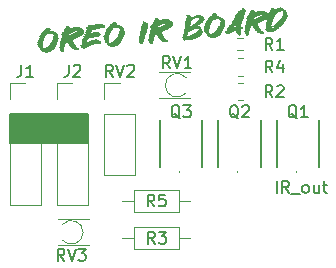
<source format=gbr>
%TF.GenerationSoftware,KiCad,Pcbnew,(6.0.5)*%
%TF.CreationDate,2023-08-08T13:15:34+01:00*%
%TF.ProjectId,Melty-daughter,4d656c74-792d-4646-9175-67687465722e,rev?*%
%TF.SameCoordinates,Original*%
%TF.FileFunction,Legend,Top*%
%TF.FilePolarity,Positive*%
%FSLAX46Y46*%
G04 Gerber Fmt 4.6, Leading zero omitted, Abs format (unit mm)*
G04 Created by KiCad (PCBNEW (6.0.5)) date 2023-08-08 13:15:34*
%MOMM*%
%LPD*%
G01*
G04 APERTURE LIST*
%ADD10C,0.150000*%
%ADD11C,0.120000*%
%ADD12C,0.200000*%
%ADD13C,0.100000*%
G04 APERTURE END LIST*
D10*
X123528571Y-94152380D02*
X123528571Y-93152380D01*
X124576190Y-94152380D02*
X124242857Y-93676190D01*
X124004761Y-94152380D02*
X124004761Y-93152380D01*
X124385714Y-93152380D01*
X124480952Y-93200000D01*
X124528571Y-93247619D01*
X124576190Y-93342857D01*
X124576190Y-93485714D01*
X124528571Y-93580952D01*
X124480952Y-93628571D01*
X124385714Y-93676190D01*
X124004761Y-93676190D01*
X124766666Y-94247619D02*
X125528571Y-94247619D01*
X125909523Y-94152380D02*
X125814285Y-94104761D01*
X125766666Y-94057142D01*
X125719047Y-93961904D01*
X125719047Y-93676190D01*
X125766666Y-93580952D01*
X125814285Y-93533333D01*
X125909523Y-93485714D01*
X126052380Y-93485714D01*
X126147619Y-93533333D01*
X126195238Y-93580952D01*
X126242857Y-93676190D01*
X126242857Y-93961904D01*
X126195238Y-94057142D01*
X126147619Y-94104761D01*
X126052380Y-94152380D01*
X125909523Y-94152380D01*
X127100000Y-93485714D02*
X127100000Y-94152380D01*
X126671428Y-93485714D02*
X126671428Y-94009523D01*
X126719047Y-94104761D01*
X126814285Y-94152380D01*
X126957142Y-94152380D01*
X127052380Y-94104761D01*
X127100000Y-94057142D01*
X127433333Y-93485714D02*
X127814285Y-93485714D01*
X127576190Y-93152380D02*
X127576190Y-94009523D01*
X127623809Y-94104761D01*
X127719047Y-94152380D01*
X127814285Y-94152380D01*
%TO.C,RV3*%
X105554761Y-99902380D02*
X105221428Y-99426190D01*
X104983333Y-99902380D02*
X104983333Y-98902380D01*
X105364285Y-98902380D01*
X105459523Y-98950000D01*
X105507142Y-98997619D01*
X105554761Y-99092857D01*
X105554761Y-99235714D01*
X105507142Y-99330952D01*
X105459523Y-99378571D01*
X105364285Y-99426190D01*
X104983333Y-99426190D01*
X105840476Y-98902380D02*
X106173809Y-99902380D01*
X106507142Y-98902380D01*
X106745238Y-98902380D02*
X107364285Y-98902380D01*
X107030952Y-99283333D01*
X107173809Y-99283333D01*
X107269047Y-99330952D01*
X107316666Y-99378571D01*
X107364285Y-99473809D01*
X107364285Y-99711904D01*
X107316666Y-99807142D01*
X107269047Y-99854761D01*
X107173809Y-99902380D01*
X106888095Y-99902380D01*
X106792857Y-99854761D01*
X106745238Y-99807142D01*
%TO.C,R3*%
X113233333Y-98452380D02*
X112900000Y-97976190D01*
X112661904Y-98452380D02*
X112661904Y-97452380D01*
X113042857Y-97452380D01*
X113138095Y-97500000D01*
X113185714Y-97547619D01*
X113233333Y-97642857D01*
X113233333Y-97785714D01*
X113185714Y-97880952D01*
X113138095Y-97928571D01*
X113042857Y-97976190D01*
X112661904Y-97976190D01*
X113566666Y-97452380D02*
X114185714Y-97452380D01*
X113852380Y-97833333D01*
X113995238Y-97833333D01*
X114090476Y-97880952D01*
X114138095Y-97928571D01*
X114185714Y-98023809D01*
X114185714Y-98261904D01*
X114138095Y-98357142D01*
X114090476Y-98404761D01*
X113995238Y-98452380D01*
X113709523Y-98452380D01*
X113614285Y-98404761D01*
X113566666Y-98357142D01*
%TO.C,R2*%
X123183333Y-86052380D02*
X122850000Y-85576190D01*
X122611904Y-86052380D02*
X122611904Y-85052380D01*
X122992857Y-85052380D01*
X123088095Y-85100000D01*
X123135714Y-85147619D01*
X123183333Y-85242857D01*
X123183333Y-85385714D01*
X123135714Y-85480952D01*
X123088095Y-85528571D01*
X122992857Y-85576190D01*
X122611904Y-85576190D01*
X123564285Y-85147619D02*
X123611904Y-85100000D01*
X123707142Y-85052380D01*
X123945238Y-85052380D01*
X124040476Y-85100000D01*
X124088095Y-85147619D01*
X124135714Y-85242857D01*
X124135714Y-85338095D01*
X124088095Y-85480952D01*
X123516666Y-86052380D01*
X124135714Y-86052380D01*
%TO.C,RV1*%
X114504761Y-83602380D02*
X114171428Y-83126190D01*
X113933333Y-83602380D02*
X113933333Y-82602380D01*
X114314285Y-82602380D01*
X114409523Y-82650000D01*
X114457142Y-82697619D01*
X114504761Y-82792857D01*
X114504761Y-82935714D01*
X114457142Y-83030952D01*
X114409523Y-83078571D01*
X114314285Y-83126190D01*
X113933333Y-83126190D01*
X114790476Y-82602380D02*
X115123809Y-83602380D01*
X115457142Y-82602380D01*
X116314285Y-83602380D02*
X115742857Y-83602380D01*
X116028571Y-83602380D02*
X116028571Y-82602380D01*
X115933333Y-82745238D01*
X115838095Y-82840476D01*
X115742857Y-82888095D01*
%TO.C,Q3*%
X115354761Y-87847619D02*
X115259523Y-87800000D01*
X115164285Y-87704761D01*
X115021428Y-87561904D01*
X114926190Y-87514285D01*
X114830952Y-87514285D01*
X114878571Y-87752380D02*
X114783333Y-87704761D01*
X114688095Y-87609523D01*
X114640476Y-87419047D01*
X114640476Y-87085714D01*
X114688095Y-86895238D01*
X114783333Y-86800000D01*
X114878571Y-86752380D01*
X115069047Y-86752380D01*
X115164285Y-86800000D01*
X115259523Y-86895238D01*
X115307142Y-87085714D01*
X115307142Y-87419047D01*
X115259523Y-87609523D01*
X115164285Y-87704761D01*
X115069047Y-87752380D01*
X114878571Y-87752380D01*
X115640476Y-86752380D02*
X116259523Y-86752380D01*
X115926190Y-87133333D01*
X116069047Y-87133333D01*
X116164285Y-87180952D01*
X116211904Y-87228571D01*
X116259523Y-87323809D01*
X116259523Y-87561904D01*
X116211904Y-87657142D01*
X116164285Y-87704761D01*
X116069047Y-87752380D01*
X115783333Y-87752380D01*
X115688095Y-87704761D01*
X115640476Y-87657142D01*
%TO.C,Q2*%
X120304761Y-87847619D02*
X120209523Y-87800000D01*
X120114285Y-87704761D01*
X119971428Y-87561904D01*
X119876190Y-87514285D01*
X119780952Y-87514285D01*
X119828571Y-87752380D02*
X119733333Y-87704761D01*
X119638095Y-87609523D01*
X119590476Y-87419047D01*
X119590476Y-87085714D01*
X119638095Y-86895238D01*
X119733333Y-86800000D01*
X119828571Y-86752380D01*
X120019047Y-86752380D01*
X120114285Y-86800000D01*
X120209523Y-86895238D01*
X120257142Y-87085714D01*
X120257142Y-87419047D01*
X120209523Y-87609523D01*
X120114285Y-87704761D01*
X120019047Y-87752380D01*
X119828571Y-87752380D01*
X120638095Y-86847619D02*
X120685714Y-86800000D01*
X120780952Y-86752380D01*
X121019047Y-86752380D01*
X121114285Y-86800000D01*
X121161904Y-86847619D01*
X121209523Y-86942857D01*
X121209523Y-87038095D01*
X121161904Y-87180952D01*
X120590476Y-87752380D01*
X121209523Y-87752380D01*
%TO.C,J2*%
X105916666Y-83322380D02*
X105916666Y-84036666D01*
X105869047Y-84179523D01*
X105773809Y-84274761D01*
X105630952Y-84322380D01*
X105535714Y-84322380D01*
X106345238Y-83417619D02*
X106392857Y-83370000D01*
X106488095Y-83322380D01*
X106726190Y-83322380D01*
X106821428Y-83370000D01*
X106869047Y-83417619D01*
X106916666Y-83512857D01*
X106916666Y-83608095D01*
X106869047Y-83750952D01*
X106297619Y-84322380D01*
X106916666Y-84322380D01*
%TO.C,RV2*%
X109654761Y-84322380D02*
X109321428Y-83846190D01*
X109083333Y-84322380D02*
X109083333Y-83322380D01*
X109464285Y-83322380D01*
X109559523Y-83370000D01*
X109607142Y-83417619D01*
X109654761Y-83512857D01*
X109654761Y-83655714D01*
X109607142Y-83750952D01*
X109559523Y-83798571D01*
X109464285Y-83846190D01*
X109083333Y-83846190D01*
X109940476Y-83322380D02*
X110273809Y-84322380D01*
X110607142Y-83322380D01*
X110892857Y-83417619D02*
X110940476Y-83370000D01*
X111035714Y-83322380D01*
X111273809Y-83322380D01*
X111369047Y-83370000D01*
X111416666Y-83417619D01*
X111464285Y-83512857D01*
X111464285Y-83608095D01*
X111416666Y-83750952D01*
X110845238Y-84322380D01*
X111464285Y-84322380D01*
%TO.C,R1*%
X123183333Y-82052380D02*
X122850000Y-81576190D01*
X122611904Y-82052380D02*
X122611904Y-81052380D01*
X122992857Y-81052380D01*
X123088095Y-81100000D01*
X123135714Y-81147619D01*
X123183333Y-81242857D01*
X123183333Y-81385714D01*
X123135714Y-81480952D01*
X123088095Y-81528571D01*
X122992857Y-81576190D01*
X122611904Y-81576190D01*
X124135714Y-82052380D02*
X123564285Y-82052380D01*
X123850000Y-82052380D02*
X123850000Y-81052380D01*
X123754761Y-81195238D01*
X123659523Y-81290476D01*
X123564285Y-81338095D01*
%TO.C,R4*%
X123183333Y-83952380D02*
X122850000Y-83476190D01*
X122611904Y-83952380D02*
X122611904Y-82952380D01*
X122992857Y-82952380D01*
X123088095Y-83000000D01*
X123135714Y-83047619D01*
X123183333Y-83142857D01*
X123183333Y-83285714D01*
X123135714Y-83380952D01*
X123088095Y-83428571D01*
X122992857Y-83476190D01*
X122611904Y-83476190D01*
X124040476Y-83285714D02*
X124040476Y-83952380D01*
X123802380Y-82904761D02*
X123564285Y-83619047D01*
X124183333Y-83619047D01*
%TO.C,Q1*%
X125254761Y-87847619D02*
X125159523Y-87800000D01*
X125064285Y-87704761D01*
X124921428Y-87561904D01*
X124826190Y-87514285D01*
X124730952Y-87514285D01*
X124778571Y-87752380D02*
X124683333Y-87704761D01*
X124588095Y-87609523D01*
X124540476Y-87419047D01*
X124540476Y-87085714D01*
X124588095Y-86895238D01*
X124683333Y-86800000D01*
X124778571Y-86752380D01*
X124969047Y-86752380D01*
X125064285Y-86800000D01*
X125159523Y-86895238D01*
X125207142Y-87085714D01*
X125207142Y-87419047D01*
X125159523Y-87609523D01*
X125064285Y-87704761D01*
X124969047Y-87752380D01*
X124778571Y-87752380D01*
X126159523Y-87752380D02*
X125588095Y-87752380D01*
X125873809Y-87752380D02*
X125873809Y-86752380D01*
X125778571Y-86895238D01*
X125683333Y-86990476D01*
X125588095Y-87038095D01*
%TO.C,J1*%
X101916666Y-83322380D02*
X101916666Y-84036666D01*
X101869047Y-84179523D01*
X101773809Y-84274761D01*
X101630952Y-84322380D01*
X101535714Y-84322380D01*
X102916666Y-84322380D02*
X102345238Y-84322380D01*
X102630952Y-84322380D02*
X102630952Y-83322380D01*
X102535714Y-83465238D01*
X102440476Y-83560476D01*
X102345238Y-83608095D01*
%TO.C,R5*%
X113183333Y-95302380D02*
X112850000Y-94826190D01*
X112611904Y-95302380D02*
X112611904Y-94302380D01*
X112992857Y-94302380D01*
X113088095Y-94350000D01*
X113135714Y-94397619D01*
X113183333Y-94492857D01*
X113183333Y-94635714D01*
X113135714Y-94730952D01*
X113088095Y-94778571D01*
X112992857Y-94826190D01*
X112611904Y-94826190D01*
X114088095Y-94302380D02*
X113611904Y-94302380D01*
X113564285Y-94778571D01*
X113611904Y-94730952D01*
X113707142Y-94683333D01*
X113945238Y-94683333D01*
X114040476Y-94730952D01*
X114088095Y-94778571D01*
X114135714Y-94873809D01*
X114135714Y-95111904D01*
X114088095Y-95207142D01*
X114040476Y-95254761D01*
X113945238Y-95302380D01*
X113707142Y-95302380D01*
X113611904Y-95254761D01*
X113564285Y-95207142D01*
%TO.C,G\u002A\u002A\u002A*%
G36*
X106338430Y-80150828D02*
G01*
X106323776Y-80156659D01*
X106280918Y-80174668D01*
X106257555Y-80180493D01*
X106248483Y-80175152D01*
X106247773Y-80171558D01*
X106258238Y-80155388D01*
X106288372Y-80150274D01*
X106292182Y-80150504D01*
X106311628Y-80144285D01*
X106330365Y-80133744D01*
X106364721Y-80122565D01*
X106402104Y-80127446D01*
X106436340Y-80132678D01*
X106453709Y-80124599D01*
X106456481Y-80120203D01*
X106465233Y-80109939D01*
X106467767Y-80118048D01*
X106481277Y-80128155D01*
X106513253Y-80129028D01*
X106514610Y-80128865D01*
X106554555Y-80127567D01*
X106585183Y-80132222D01*
X106606024Y-80133590D01*
X106609213Y-80125745D01*
X106596742Y-80113042D01*
X106586938Y-80112135D01*
X106567686Y-80105791D01*
X106564723Y-80099193D01*
X106572776Y-80090548D01*
X106579778Y-80092649D01*
X106602524Y-80096045D01*
X106641711Y-80095330D01*
X106664175Y-80093375D01*
X106707701Y-80090922D01*
X106729246Y-80096574D01*
X106733997Y-80106108D01*
X106744783Y-80119219D01*
X106754624Y-80117148D01*
X106777410Y-80116855D01*
X106784154Y-80122263D01*
X106800793Y-80130457D01*
X106805708Y-80128456D01*
X106826546Y-80126783D01*
X106860873Y-80134767D01*
X106897595Y-80148652D01*
X106925616Y-80164687D01*
X106932188Y-80171252D01*
X106952977Y-80188117D01*
X106987899Y-80206627D01*
X106996098Y-80210113D01*
X107051531Y-80240012D01*
X107105583Y-80281869D01*
X107153145Y-80330107D01*
X107189105Y-80379149D01*
X107208350Y-80423418D01*
X107209984Y-80443482D01*
X107212228Y-80467820D01*
X107222754Y-80469134D01*
X107232296Y-80471185D01*
X107238323Y-80490899D01*
X107241405Y-80531819D01*
X107242129Y-80589928D01*
X107234150Y-80609552D01*
X107213904Y-80642139D01*
X107186876Y-80680296D01*
X107158551Y-80716624D01*
X107134415Y-80743728D01*
X107120305Y-80754200D01*
X107105781Y-80763238D01*
X107079369Y-80784964D01*
X107069495Y-80793784D01*
X107037490Y-80818928D01*
X107010687Y-80833365D01*
X107005614Y-80834513D01*
X106980999Y-80844889D01*
X106951501Y-80867252D01*
X106951375Y-80867369D01*
X106917569Y-80890505D01*
X106885294Y-80901261D01*
X106848111Y-80912660D01*
X106825017Y-80927003D01*
X106803548Y-80939912D01*
X106761088Y-80961390D01*
X106702453Y-80989144D01*
X106632466Y-81020881D01*
X106571860Y-81047457D01*
X106473108Y-81090517D01*
X106397611Y-81124592D01*
X106342683Y-81151243D01*
X106305636Y-81172034D01*
X106283784Y-81188527D01*
X106274438Y-81202282D01*
X106274912Y-81214863D01*
X106276751Y-81218996D01*
X106287835Y-81246016D01*
X106301518Y-81286927D01*
X106306413Y-81303300D01*
X106322838Y-81346634D01*
X106349038Y-81401705D01*
X106379437Y-81456822D01*
X106380422Y-81458465D01*
X106416106Y-81518187D01*
X106453885Y-81582033D01*
X106483098Y-81631921D01*
X106511467Y-81677224D01*
X106538730Y-81714948D01*
X106556405Y-81734439D01*
X106577986Y-81759795D01*
X106585089Y-81777896D01*
X106597708Y-81795430D01*
X106607522Y-81797016D01*
X106629704Y-81805944D01*
X106655114Y-81830024D01*
X106656206Y-81831410D01*
X106692985Y-81871104D01*
X106730419Y-81899060D01*
X106760767Y-81909570D01*
X106762108Y-81909525D01*
X106780379Y-81920043D01*
X106797789Y-81945351D01*
X106807667Y-81975524D01*
X106798200Y-81998217D01*
X106787840Y-82009122D01*
X106742576Y-82039982D01*
X106683650Y-82063421D01*
X106622293Y-82076221D01*
X106569736Y-82075167D01*
X106562989Y-82073526D01*
X106547205Y-82061015D01*
X106547685Y-82052276D01*
X106544052Y-82044615D01*
X106526281Y-82049540D01*
X106502671Y-82053672D01*
X106496157Y-82046653D01*
X106483268Y-82036387D01*
X106460978Y-82034728D01*
X106424863Y-82029473D01*
X106404349Y-82018599D01*
X106373180Y-82003698D01*
X106354794Y-82001852D01*
X106322809Y-81995756D01*
X106282797Y-81976899D01*
X106243537Y-81950998D01*
X106213811Y-81923770D01*
X106206906Y-81910939D01*
X106206115Y-81909469D01*
X106223710Y-81909469D01*
X106227098Y-81921581D01*
X106241468Y-81934597D01*
X106248732Y-81932914D01*
X106260714Y-81934431D01*
X106261836Y-81938876D01*
X106273288Y-81952186D01*
X106277196Y-81952418D01*
X106281386Y-81942445D01*
X106271400Y-81924814D01*
X106250528Y-81905876D01*
X106231887Y-81900560D01*
X106223710Y-81909469D01*
X106206115Y-81909469D01*
X106202444Y-81902646D01*
X106194266Y-81880576D01*
X106185239Y-81876129D01*
X106177352Y-81885290D01*
X106179628Y-81889704D01*
X106179113Y-81907611D01*
X106173968Y-81913042D01*
X106164654Y-81912283D01*
X106164038Y-81887744D01*
X106165333Y-81876391D01*
X106168196Y-81845877D01*
X106163820Y-81838616D01*
X106150119Y-81849855D01*
X106129236Y-81863459D01*
X106118973Y-81862846D01*
X106119950Y-81854443D01*
X106125501Y-81853243D01*
X106140950Y-81845941D01*
X106136015Y-81833951D01*
X106115412Y-81825000D01*
X106107725Y-81824106D01*
X106082398Y-81814799D01*
X106076479Y-81791264D01*
X106072400Y-81769351D01*
X106055721Y-81770017D01*
X106053617Y-81770951D01*
X106038551Y-81774630D01*
X106039480Y-81769523D01*
X106036846Y-81753681D01*
X106022935Y-81741067D01*
X106005182Y-81728377D01*
X106010954Y-81723555D01*
X106021068Y-81722271D01*
X106037500Y-81713658D01*
X106033821Y-81698354D01*
X106014403Y-81683260D01*
X105991863Y-81676184D01*
X105965202Y-81666926D01*
X105955987Y-81656141D01*
X105963678Y-81647033D01*
X105968405Y-81648524D01*
X105986166Y-81645207D01*
X105989614Y-81640470D01*
X105984293Y-81629927D01*
X105965623Y-81628284D01*
X105944543Y-81626600D01*
X105947915Y-81614593D01*
X105955332Y-81587012D01*
X105943051Y-81556316D01*
X105915586Y-81533459D01*
X105914245Y-81532866D01*
X105893762Y-81515117D01*
X105891613Y-81500152D01*
X105886858Y-81483692D01*
X105872941Y-81481781D01*
X105849444Y-81470418D01*
X105819137Y-81434030D01*
X105804047Y-81410501D01*
X105779961Y-81374923D01*
X105778387Y-81372597D01*
X105806543Y-81372597D01*
X105814105Y-81392936D01*
X105829943Y-81423754D01*
X105851422Y-81453397D01*
X105869444Y-81459831D01*
X105879259Y-81443020D01*
X105879468Y-81424157D01*
X105871175Y-81402503D01*
X105862327Y-81398374D01*
X105852775Y-81390926D01*
X105854114Y-81386636D01*
X105848077Y-81374343D01*
X105832297Y-81368777D01*
X105812524Y-81366486D01*
X105806543Y-81372597D01*
X105778387Y-81372597D01*
X105777997Y-81372021D01*
X105754981Y-81346023D01*
X105742040Y-81338620D01*
X105727569Y-81352079D01*
X105710088Y-81385267D01*
X105692529Y-81430547D01*
X105677829Y-81480279D01*
X105668917Y-81526828D01*
X105668566Y-81529948D01*
X105662921Y-81564264D01*
X105655855Y-81584400D01*
X105655171Y-81585167D01*
X105644919Y-81604229D01*
X105631348Y-81640875D01*
X105617412Y-81685402D01*
X105606073Y-81728101D01*
X105600286Y-81759267D01*
X105600131Y-81765774D01*
X105593293Y-81794855D01*
X105583035Y-81811349D01*
X105569041Y-81842952D01*
X105566935Y-81868328D01*
X105565138Y-81900461D01*
X105557361Y-81947503D01*
X105548977Y-81984368D01*
X105538002Y-82034288D01*
X105531582Y-82077611D01*
X105530849Y-82098489D01*
X105525148Y-82127763D01*
X105513053Y-82140850D01*
X105499771Y-82160285D01*
X105502356Y-82174742D01*
X105501376Y-82197821D01*
X105481400Y-82211563D01*
X105422500Y-82229838D01*
X105371704Y-82233491D01*
X105341617Y-82224920D01*
X105320020Y-82205684D01*
X105314276Y-82193563D01*
X105302111Y-82176404D01*
X105276042Y-82158188D01*
X105248742Y-82136261D01*
X105237020Y-82113804D01*
X105224387Y-82085340D01*
X105212426Y-82073684D01*
X105194744Y-82049046D01*
X105186433Y-82017574D01*
X105190243Y-81984127D01*
X105203105Y-81967137D01*
X105220106Y-81947952D01*
X105221625Y-81937846D01*
X105211505Y-81921082D01*
X105194027Y-81925140D01*
X105186274Y-81935415D01*
X105171971Y-81951563D01*
X105159815Y-81941427D01*
X105150852Y-81906707D01*
X105147255Y-81872065D01*
X105145239Y-81830863D01*
X105146722Y-81815806D01*
X105152009Y-81825221D01*
X105154450Y-81832782D01*
X105172932Y-81865775D01*
X105198697Y-81875569D01*
X105224546Y-81871603D01*
X105225566Y-81857842D01*
X105201618Y-81837716D01*
X105200291Y-81836917D01*
X105181183Y-81819342D01*
X105178632Y-81796357D01*
X105178472Y-81794919D01*
X105195065Y-81794919D01*
X105206820Y-81806738D01*
X105210162Y-81806825D01*
X105221411Y-81794399D01*
X105222208Y-81783857D01*
X105214183Y-81770011D01*
X105207111Y-81771952D01*
X105195255Y-81790959D01*
X105195065Y-81794919D01*
X105178472Y-81794919D01*
X105178220Y-81792645D01*
X105180893Y-81775867D01*
X105186314Y-81738315D01*
X105186848Y-81712115D01*
X105183096Y-81702515D01*
X105175659Y-81714760D01*
X105174332Y-81718597D01*
X105167174Y-81736130D01*
X105163022Y-81728812D01*
X105160521Y-81710093D01*
X105161692Y-81678950D01*
X105169248Y-81662952D01*
X105178506Y-81642691D01*
X105179328Y-81622587D01*
X105178920Y-81593278D01*
X105178899Y-81591768D01*
X105196179Y-81591768D01*
X105198831Y-81596980D01*
X105212530Y-81609190D01*
X105214824Y-81609637D01*
X105219871Y-81598320D01*
X105219755Y-81595149D01*
X105207858Y-81582675D01*
X105203762Y-81582493D01*
X105196179Y-81591768D01*
X105178899Y-81591768D01*
X105178623Y-81572013D01*
X105185295Y-81529617D01*
X105197665Y-81503044D01*
X105206644Y-81497907D01*
X105219200Y-81489576D01*
X105216979Y-81482966D01*
X105213755Y-81462664D01*
X105216013Y-81425168D01*
X105222252Y-81379592D01*
X105230972Y-81335050D01*
X105240674Y-81300654D01*
X105249452Y-81285669D01*
X105258431Y-81268931D01*
X105259537Y-81246574D01*
X105262191Y-81222348D01*
X105278747Y-81219651D01*
X105279679Y-81219910D01*
X105294471Y-81221779D01*
X105289871Y-81209805D01*
X105282404Y-81199525D01*
X105270016Y-81175188D01*
X105275265Y-81149024D01*
X105282372Y-81134735D01*
X105296466Y-81100739D01*
X105300794Y-81075522D01*
X105306524Y-81056000D01*
X105312870Y-81052887D01*
X105323105Y-81040195D01*
X105324330Y-81023212D01*
X105327900Y-80992708D01*
X105334779Y-80968772D01*
X105339850Y-80951126D01*
X105344953Y-80937634D01*
X105350398Y-80921277D01*
X105877639Y-80921277D01*
X105886044Y-80920217D01*
X105906054Y-80901441D01*
X105920155Y-80885103D01*
X105943974Y-80853110D01*
X105949885Y-80835233D01*
X105939752Y-80825763D01*
X105939554Y-80825682D01*
X105933343Y-80819807D01*
X105953536Y-80818577D01*
X105956021Y-80818685D01*
X105985206Y-80815141D01*
X105987495Y-80813368D01*
X105990334Y-80811170D01*
X106012622Y-80811170D01*
X106018548Y-80821448D01*
X106032653Y-80833488D01*
X106058744Y-80850695D01*
X106067942Y-80846812D01*
X106061265Y-80826376D01*
X106040251Y-80809309D01*
X106027321Y-80807656D01*
X106012622Y-80811170D01*
X105990334Y-80811170D01*
X105997992Y-80805240D01*
X106012967Y-80792318D01*
X106042257Y-80783470D01*
X106072276Y-80778395D01*
X106086265Y-80775530D01*
X106097169Y-80773937D01*
X106111084Y-80764406D01*
X106117131Y-80758004D01*
X106120687Y-80754239D01*
X106160163Y-80754239D01*
X106161490Y-80759016D01*
X106171872Y-80770412D01*
X106194841Y-80788137D01*
X106207718Y-80791874D01*
X106217308Y-80788272D01*
X106216126Y-80787161D01*
X106200682Y-80778015D01*
X106180281Y-80765699D01*
X106160163Y-80754239D01*
X106120687Y-80754239D01*
X106124233Y-80750484D01*
X106150904Y-80730336D01*
X106167892Y-80725080D01*
X106196305Y-80714831D01*
X106205035Y-80707439D01*
X106221731Y-80698213D01*
X106226781Y-80695422D01*
X106260488Y-80686979D01*
X106350136Y-80686979D01*
X106353058Y-80700497D01*
X106375128Y-80714019D01*
X106390505Y-80718550D01*
X106392696Y-80707972D01*
X106392258Y-80698422D01*
X106379474Y-80680906D01*
X106369503Y-80679330D01*
X106350136Y-80686979D01*
X106260488Y-80686979D01*
X106262959Y-80686360D01*
X106268618Y-80685564D01*
X106299186Y-80678872D01*
X106311569Y-80670235D01*
X106310909Y-80668144D01*
X106313879Y-80656916D01*
X106339091Y-80651382D01*
X106356510Y-80651306D01*
X106371989Y-80643043D01*
X106372871Y-80637484D01*
X106383633Y-80624933D01*
X106401756Y-80620285D01*
X106430540Y-80610838D01*
X106469691Y-80589802D01*
X106490361Y-80576155D01*
X106525005Y-80553896D01*
X106550047Y-80542099D01*
X106557305Y-80541795D01*
X106571577Y-80537630D01*
X106596125Y-80518304D01*
X106602299Y-80512330D01*
X106631185Y-80485809D01*
X106654051Y-80468864D01*
X106656186Y-80467765D01*
X106665403Y-80454965D01*
X106662126Y-80449494D01*
X106643442Y-80448325D01*
X106603827Y-80455362D01*
X106548582Y-80469012D01*
X106483012Y-80487683D01*
X106412418Y-80509782D01*
X106342103Y-80533716D01*
X106277369Y-80557893D01*
X106223520Y-80580719D01*
X106220445Y-80582154D01*
X106118809Y-80631023D01*
X106040401Y-80671778D01*
X105982456Y-80706734D01*
X105942211Y-80738198D01*
X105916899Y-80768483D01*
X105903757Y-80799899D01*
X105900021Y-80834755D01*
X105900502Y-80849548D01*
X105897754Y-80880945D01*
X105889572Y-80897014D01*
X105877786Y-80917041D01*
X105877639Y-80921277D01*
X105350398Y-80921277D01*
X105362472Y-80885011D01*
X105363813Y-80850910D01*
X105349021Y-80831020D01*
X105346018Y-80829308D01*
X105320562Y-80806696D01*
X105297129Y-80772692D01*
X105285645Y-80741707D01*
X105285641Y-80741657D01*
X105293177Y-80719053D01*
X105313672Y-80689805D01*
X105315088Y-80688199D01*
X105334015Y-80659713D01*
X105338183Y-80637273D01*
X105337673Y-80635999D01*
X105337747Y-80614747D01*
X105353727Y-80604268D01*
X105373757Y-80611684D01*
X105375303Y-80613411D01*
X105384007Y-80620328D01*
X105379684Y-80603446D01*
X105378749Y-80600944D01*
X105373891Y-80578953D01*
X105385884Y-80575881D01*
X105389780Y-80576885D01*
X105407780Y-80573830D01*
X105410143Y-80558148D01*
X105412288Y-80541317D01*
X105426140Y-80548217D01*
X105451513Y-80560642D01*
X105472704Y-80558374D01*
X105479260Y-80544876D01*
X105468297Y-80536438D01*
X105457688Y-80539295D01*
X105439752Y-80541156D01*
X105436285Y-80535644D01*
X105447012Y-80523642D01*
X105463000Y-80519691D01*
X105484987Y-80510264D01*
X105489338Y-80499407D01*
X105497780Y-80477261D01*
X105513915Y-80459014D01*
X105533418Y-80429029D01*
X105537273Y-80404673D01*
X105542883Y-80378259D01*
X105555414Y-80371049D01*
X105572540Y-80363922D01*
X105573770Y-80358901D01*
X105569828Y-80318158D01*
X105579088Y-80290713D01*
X105592263Y-80283492D01*
X105607208Y-80277940D01*
X105605530Y-80273082D01*
X105603572Y-80256309D01*
X105609035Y-80245224D01*
X105620352Y-80223532D01*
X105638297Y-80183438D01*
X105659445Y-80132673D01*
X105664686Y-80119589D01*
X105686834Y-80066283D01*
X105704122Y-80033639D01*
X105720934Y-80015885D01*
X105741660Y-80007249D01*
X105751684Y-80005118D01*
X105794767Y-80005033D01*
X105829545Y-80015876D01*
X105863183Y-80029662D01*
X105886546Y-80032853D01*
X105909120Y-80040632D01*
X105944732Y-80062828D01*
X105986560Y-80094116D01*
X106027784Y-80129172D01*
X106061578Y-80162670D01*
X106076177Y-80180862D01*
X106089242Y-80211751D01*
X106089723Y-80232386D01*
X106091643Y-80250607D01*
X106098802Y-80253231D01*
X106112703Y-80242478D01*
X106113061Y-80238368D01*
X106122615Y-80229799D01*
X106133506Y-80231056D01*
X106151489Y-80229223D01*
X106150673Y-80213876D01*
X106138521Y-80199858D01*
X106137525Y-80189016D01*
X106157649Y-80182834D01*
X106189820Y-80188290D01*
X106201860Y-80203564D01*
X106218861Y-80225672D01*
X106237307Y-80222107D01*
X106244822Y-80211386D01*
X106263097Y-80200391D01*
X106272190Y-80201259D01*
X106294755Y-80195975D01*
X106321239Y-80175666D01*
X106324675Y-80171824D01*
X106327985Y-80168123D01*
X106366977Y-80168123D01*
X106369407Y-80176176D01*
X106382536Y-80185664D01*
X106387337Y-80169260D01*
X106386601Y-80154259D01*
X106382496Y-80134325D01*
X106374687Y-80140415D01*
X106372600Y-80144271D01*
X106366977Y-80168123D01*
X106327985Y-80168123D01*
X106339575Y-80155165D01*
X106338430Y-80150828D01*
G37*
G36*
X113751523Y-81256723D02*
G01*
X113750606Y-81255332D01*
X113767414Y-81255332D01*
X113773504Y-81270351D01*
X113785125Y-81279977D01*
X113785746Y-81278654D01*
X113808203Y-81278654D01*
X113819573Y-81291973D01*
X113823445Y-81292206D01*
X113836615Y-81286259D01*
X113836856Y-81284834D01*
X113826040Y-81273781D01*
X113821614Y-81271283D01*
X113808858Y-81273514D01*
X113808203Y-81278654D01*
X113785746Y-81278654D01*
X113790307Y-81268937D01*
X113788507Y-81247152D01*
X113785474Y-81243112D01*
X113771775Y-81241036D01*
X113767414Y-81255332D01*
X113750606Y-81255332D01*
X113749838Y-81254168D01*
X113741468Y-81230650D01*
X113727322Y-81222148D01*
X113716147Y-81233680D01*
X113715873Y-81234681D01*
X113712993Y-81236380D01*
X113712568Y-81215234D01*
X113712591Y-81214607D01*
X113710143Y-81188712D01*
X113694890Y-81176509D01*
X113663537Y-81171411D01*
X113629982Y-81165487D01*
X113616995Y-81152774D01*
X113616506Y-81132808D01*
X113614910Y-81107697D01*
X113607920Y-81100227D01*
X113597137Y-81112370D01*
X113596547Y-81118792D01*
X113592066Y-81121882D01*
X113581827Y-81106023D01*
X113564762Y-81083166D01*
X113552068Y-81077002D01*
X113537279Y-81068190D01*
X113536488Y-81064751D01*
X113546040Y-81056182D01*
X113556931Y-81057438D01*
X113574728Y-81053695D01*
X113576748Y-81042964D01*
X113562861Y-81026612D01*
X113532361Y-81017584D01*
X113502174Y-81010289D01*
X113488595Y-80999248D01*
X113488569Y-80999016D01*
X113498082Y-80990148D01*
X113508982Y-80991355D01*
X113526843Y-80989174D01*
X113529258Y-80982111D01*
X113516708Y-80969682D01*
X113505490Y-80968632D01*
X113488901Y-80961440D01*
X113489273Y-80948967D01*
X113485114Y-80931096D01*
X113471413Y-80928458D01*
X113455452Y-80927894D01*
X113464859Y-80920900D01*
X113471802Y-80917377D01*
X113487424Y-80907176D01*
X113482898Y-80895971D01*
X113465160Y-80881628D01*
X113441528Y-80857909D01*
X113432430Y-80839316D01*
X113419554Y-80824261D01*
X113406346Y-80822330D01*
X113382907Y-80810611D01*
X113354757Y-80774117D01*
X113325905Y-80719487D01*
X113323698Y-80715310D01*
X113319449Y-80705862D01*
X113339450Y-80705862D01*
X113340001Y-80718254D01*
X113356859Y-80747626D01*
X113372306Y-80769448D01*
X113396729Y-80795511D01*
X113410634Y-80796567D01*
X113412010Y-80774289D01*
X113403640Y-80743361D01*
X113392382Y-80720764D01*
X113383726Y-80717473D01*
X113367514Y-80718703D01*
X113355891Y-80712819D01*
X113339450Y-80705862D01*
X113319449Y-80705862D01*
X113317034Y-80700491D01*
X113300168Y-80682793D01*
X113279326Y-80679888D01*
X113266207Y-80691946D01*
X113265607Y-80699756D01*
X113257979Y-80725671D01*
X113249978Y-80736095D01*
X113236599Y-80760208D01*
X113223178Y-80800205D01*
X113212826Y-80844146D01*
X113208655Y-80880091D01*
X113209689Y-80890732D01*
X113204251Y-80912269D01*
X113194176Y-80925435D01*
X113178272Y-80952688D01*
X113176143Y-80967541D01*
X113170231Y-80996977D01*
X113159575Y-81019151D01*
X113146094Y-81055224D01*
X113144195Y-81079229D01*
X113138151Y-81114810D01*
X113127832Y-81133194D01*
X113115913Y-81162211D01*
X113112800Y-81201912D01*
X113113026Y-81204941D01*
X113112473Y-81240353D01*
X113105471Y-81262484D01*
X113104118Y-81263778D01*
X113095002Y-81283950D01*
X113093902Y-81307668D01*
X113091280Y-81333912D01*
X113082932Y-81342937D01*
X113074785Y-81356006D01*
X113072814Y-81386561D01*
X113073254Y-81392979D01*
X113069233Y-81438206D01*
X113054455Y-81469294D01*
X113039667Y-81496480D01*
X113039164Y-81514738D01*
X113035491Y-81536031D01*
X113022074Y-81550336D01*
X112994521Y-81563170D01*
X112958174Y-81572450D01*
X112922712Y-81576771D01*
X112897825Y-81574728D01*
X112891895Y-81569239D01*
X112879514Y-81559174D01*
X112868367Y-81558489D01*
X112851719Y-81551199D01*
X112851838Y-81539912D01*
X112844985Y-81518552D01*
X112821744Y-81500054D01*
X112795349Y-81481473D01*
X112784457Y-81465819D01*
X112774686Y-81445966D01*
X112752900Y-81418680D01*
X112752152Y-81417879D01*
X112729449Y-81386630D01*
X112718863Y-81358700D01*
X112726375Y-81329216D01*
X112742383Y-81306219D01*
X112761424Y-81283243D01*
X112767350Y-81270277D01*
X112756948Y-81263666D01*
X112736270Y-81269680D01*
X112717338Y-81284004D01*
X112713646Y-81289565D01*
X112702467Y-81297268D01*
X112691321Y-81281094D01*
X112682089Y-81245109D01*
X112677957Y-81212451D01*
X112675810Y-81179933D01*
X112679576Y-81171750D01*
X112692522Y-81184352D01*
X112697940Y-81190769D01*
X112726647Y-81211865D01*
X112751905Y-81217286D01*
X112770821Y-81214514D01*
X112771020Y-81206849D01*
X112751486Y-81187933D01*
X112746482Y-81183456D01*
X112722943Y-81157721D01*
X112718109Y-81131874D01*
X112718873Y-81127984D01*
X112719248Y-81126076D01*
X112740678Y-81126076D01*
X112749630Y-81144524D01*
X112756529Y-81146603D01*
X112769203Y-81135406D01*
X112769330Y-81132257D01*
X112757538Y-81114252D01*
X112753479Y-81111730D01*
X112741814Y-81115937D01*
X112740678Y-81126076D01*
X112719248Y-81126076D01*
X112723082Y-81106582D01*
X112727538Y-81074596D01*
X112725175Y-81050628D01*
X112718263Y-81040576D01*
X112709073Y-81050340D01*
X112705405Y-81060647D01*
X112698837Y-81079275D01*
X112695255Y-81071149D01*
X112693564Y-81058240D01*
X112699283Y-81022803D01*
X112709829Y-81004215D01*
X112721306Y-80979647D01*
X112718768Y-80965792D01*
X112714657Y-80945436D01*
X112715296Y-80938545D01*
X112715481Y-80936545D01*
X112738152Y-80936545D01*
X112749520Y-80949864D01*
X112753393Y-80950098D01*
X112766563Y-80944149D01*
X112766804Y-80942726D01*
X112755988Y-80931671D01*
X112751562Y-80929174D01*
X112738805Y-80931405D01*
X112738152Y-80936545D01*
X112715481Y-80936545D01*
X112717621Y-80913477D01*
X112725383Y-80879763D01*
X112735668Y-80854144D01*
X112746198Y-80846468D01*
X112746335Y-80846535D01*
X112754628Y-80839966D01*
X112755494Y-80820670D01*
X112754821Y-80780095D01*
X112758820Y-80732169D01*
X112766130Y-80685025D01*
X112775385Y-80646798D01*
X112785226Y-80625620D01*
X112788493Y-80623746D01*
X112798379Y-80611133D01*
X112795377Y-80587802D01*
X112791758Y-80563240D01*
X112802975Y-80558528D01*
X112807897Y-80559705D01*
X112823201Y-80558728D01*
X112820389Y-80538649D01*
X112820378Y-80538618D01*
X112818931Y-80512304D01*
X112825137Y-80474655D01*
X112836219Y-80435546D01*
X112849399Y-80404853D01*
X112861484Y-80392469D01*
X112866153Y-80381746D01*
X112863046Y-80372523D01*
X112862694Y-80350017D01*
X112871227Y-80311007D01*
X112872195Y-80308027D01*
X112883390Y-80273562D01*
X112888049Y-80260980D01*
X113409944Y-80260980D01*
X113421699Y-80272799D01*
X113425041Y-80272886D01*
X113437792Y-80262485D01*
X113437936Y-80259618D01*
X113445460Y-80241809D01*
X113465305Y-80213796D01*
X113469210Y-80209045D01*
X113488663Y-80180757D01*
X113487058Y-80169070D01*
X113486715Y-80166571D01*
X113482914Y-80164872D01*
X113482155Y-80163039D01*
X113555987Y-80163039D01*
X113568368Y-80174426D01*
X113578131Y-80175157D01*
X113597440Y-80182292D01*
X113600479Y-80189600D01*
X113606660Y-80198800D01*
X113609839Y-80196415D01*
X113611523Y-80177319D01*
X113607632Y-80166155D01*
X113590993Y-80151093D01*
X113569747Y-80147966D01*
X113556509Y-80157537D01*
X113555987Y-80163039D01*
X113482155Y-80163039D01*
X113480735Y-80159610D01*
X113501577Y-80154858D01*
X113501731Y-80154839D01*
X113532424Y-80146195D01*
X113547172Y-80134560D01*
X113565470Y-80124354D01*
X113589255Y-80124118D01*
X113614400Y-80123521D01*
X113622132Y-80115794D01*
X113631854Y-80107405D01*
X113644918Y-80108893D01*
X113660838Y-80109387D01*
X113659320Y-80105062D01*
X113657892Y-80100999D01*
X113659033Y-80096686D01*
X113693976Y-80096686D01*
X113694410Y-80101992D01*
X113704395Y-80112614D01*
X113726817Y-80129001D01*
X113744825Y-80132864D01*
X113749485Y-80125522D01*
X113737783Y-80115845D01*
X113716069Y-80105060D01*
X113693976Y-80096686D01*
X113659033Y-80096686D01*
X113661525Y-80087271D01*
X113690836Y-80073982D01*
X113695277Y-80072692D01*
X113726815Y-80060725D01*
X113740347Y-80050147D01*
X113742259Y-80048653D01*
X113742594Y-80046759D01*
X113754264Y-80037828D01*
X113755563Y-80037530D01*
X113884569Y-80037530D01*
X113895029Y-80047623D01*
X113897412Y-80048848D01*
X113917143Y-80049071D01*
X113932027Y-80037032D01*
X113931711Y-80021918D01*
X113929852Y-80020069D01*
X113913956Y-80021046D01*
X113899952Y-80026548D01*
X113884569Y-80037530D01*
X113755563Y-80037530D01*
X113784661Y-80030855D01*
X113795813Y-80029612D01*
X113837001Y-80020817D01*
X113855882Y-80004727D01*
X113855994Y-80004354D01*
X113873221Y-79989144D01*
X113893511Y-79989230D01*
X113915228Y-79989364D01*
X113913760Y-79979340D01*
X113915566Y-79966696D01*
X113941800Y-79960617D01*
X113977285Y-79949612D01*
X114018170Y-79926286D01*
X114030429Y-79917048D01*
X114063102Y-79894519D01*
X114088533Y-79884177D01*
X114095088Y-79884711D01*
X114115168Y-79881582D01*
X114132026Y-79867947D01*
X114158370Y-79840042D01*
X114185987Y-79813067D01*
X114218472Y-79782733D01*
X114186241Y-79785086D01*
X114136181Y-79793080D01*
X114071772Y-79809896D01*
X113996750Y-79833896D01*
X113914856Y-79863448D01*
X113829828Y-79896915D01*
X113745405Y-79932661D01*
X113665327Y-79969052D01*
X113593332Y-80004452D01*
X113533157Y-80037226D01*
X113488544Y-80065738D01*
X113463230Y-80088353D01*
X113460256Y-80102620D01*
X113459561Y-80121405D01*
X113449305Y-80138345D01*
X113434429Y-80171093D01*
X113432293Y-80195119D01*
X113429550Y-80224722D01*
X113421990Y-80238013D01*
X113410133Y-80257020D01*
X113409944Y-80260980D01*
X112888049Y-80260980D01*
X112912997Y-80193600D01*
X112876050Y-80160125D01*
X112838919Y-80116494D01*
X112828903Y-80076038D01*
X112845675Y-80036346D01*
X112857444Y-80022573D01*
X112880029Y-79993110D01*
X112879432Y-79976685D01*
X112877769Y-79975655D01*
X112869592Y-79963954D01*
X112878648Y-79954288D01*
X112904104Y-79949517D01*
X112914135Y-79953743D01*
X112925641Y-79957191D01*
X112922448Y-79939090D01*
X112921386Y-79936051D01*
X112917505Y-79914725D01*
X112927629Y-79914448D01*
X112942056Y-79913874D01*
X112943333Y-79907976D01*
X112954052Y-79898164D01*
X112977656Y-79898640D01*
X113005653Y-79897873D01*
X113011869Y-79888057D01*
X113002561Y-79879062D01*
X112997249Y-79881613D01*
X112984299Y-79881632D01*
X112982763Y-79876683D01*
X112993388Y-79863663D01*
X113009368Y-79859470D01*
X113031354Y-79850043D01*
X113035705Y-79839185D01*
X113044147Y-79817039D01*
X113060282Y-79798792D01*
X113079785Y-79768808D01*
X113083640Y-79744451D01*
X113087955Y-79719201D01*
X113098293Y-79711123D01*
X113110657Y-79697891D01*
X113114613Y-79671474D01*
X113118623Y-79641253D01*
X113128287Y-79626950D01*
X113140776Y-79609321D01*
X113141348Y-79600778D01*
X113147557Y-79582291D01*
X113153302Y-79579819D01*
X113165118Y-79566780D01*
X113173187Y-79539426D01*
X113184091Y-79498438D01*
X113201188Y-79456156D01*
X113218374Y-79419708D01*
X113230317Y-79391439D01*
X113230721Y-79390321D01*
X113245826Y-79363968D01*
X113252524Y-79357004D01*
X113284199Y-79344830D01*
X113327537Y-79342893D01*
X113368121Y-79351227D01*
X113379196Y-79356696D01*
X113412260Y-79370256D01*
X113433296Y-79372598D01*
X113455032Y-79377135D01*
X113459749Y-79384340D01*
X113471727Y-79396680D01*
X113476510Y-79396930D01*
X113495446Y-79405385D01*
X113525463Y-79428140D01*
X113559219Y-79458399D01*
X113589375Y-79489368D01*
X113608591Y-79514251D01*
X113611784Y-79522137D01*
X113621776Y-79537620D01*
X113626525Y-79538417D01*
X113634819Y-79549185D01*
X113635211Y-79569283D01*
X113633647Y-79591173D01*
X113640549Y-79587163D01*
X113649602Y-79574307D01*
X113665841Y-79556972D01*
X113677466Y-79563762D01*
X113678080Y-79564787D01*
X113683068Y-79567984D01*
X113680502Y-79553758D01*
X113680406Y-79531644D01*
X113701185Y-79526036D01*
X113702521Y-79526064D01*
X113735056Y-79526553D01*
X113749345Y-79526501D01*
X113760984Y-79536732D01*
X113760246Y-79547801D01*
X113763311Y-79565187D01*
X113778149Y-79566279D01*
X113789728Y-79554066D01*
X113806587Y-79541389D01*
X113837574Y-79529148D01*
X113866150Y-79516586D01*
X113877739Y-79503055D01*
X113877723Y-79502736D01*
X113867715Y-79490278D01*
X113850393Y-79495690D01*
X113842819Y-79505439D01*
X113824170Y-79518878D01*
X113808344Y-79522510D01*
X113787737Y-79517787D01*
X113778312Y-79505674D01*
X113786585Y-79495559D01*
X113789189Y-79494904D01*
X113854718Y-79477191D01*
X113886611Y-79465561D01*
X113909551Y-79459063D01*
X113914262Y-79470099D01*
X113912083Y-79482082D01*
X113912926Y-79508789D01*
X113920771Y-79519349D01*
X113931876Y-79514490D01*
X113933469Y-79497307D01*
X113938480Y-79474062D01*
X113955717Y-79470445D01*
X113983644Y-79462396D01*
X113996162Y-79450367D01*
X114007267Y-79436197D01*
X114006658Y-79447106D01*
X114004807Y-79454603D01*
X114003168Y-79471669D01*
X114015031Y-79475476D01*
X114046873Y-79468089D01*
X114047020Y-79468048D01*
X114084371Y-79461902D01*
X114105718Y-79467174D01*
X114106326Y-79467898D01*
X114127573Y-79478602D01*
X114140030Y-79479124D01*
X114151644Y-79474408D01*
X114141361Y-79462217D01*
X114126228Y-79451338D01*
X114088866Y-79425928D01*
X114124670Y-79433538D01*
X114163311Y-79436640D01*
X114208973Y-79433919D01*
X114212508Y-79433422D01*
X114246178Y-79431814D01*
X114264670Y-79437483D01*
X114265791Y-79439982D01*
X114278487Y-79450567D01*
X114294939Y-79451828D01*
X114318077Y-79455144D01*
X114323943Y-79462030D01*
X114335619Y-79468454D01*
X114350770Y-79465486D01*
X114376867Y-79464228D01*
X114387190Y-79470643D01*
X114408643Y-79481554D01*
X114425401Y-79482580D01*
X114452825Y-79489873D01*
X114463053Y-79500969D01*
X114481738Y-79519409D01*
X114515605Y-79539448D01*
X114526134Y-79544233D01*
X114584168Y-79575664D01*
X114640212Y-79617825D01*
X114689667Y-79665731D01*
X114727936Y-79714396D01*
X114750420Y-79758834D01*
X114753449Y-79790698D01*
X114752400Y-79811067D01*
X114766596Y-79810062D01*
X114770400Y-79808289D01*
X114787406Y-79804383D01*
X114786787Y-79821471D01*
X114786589Y-79822166D01*
X114782666Y-79853769D01*
X114783420Y-79894158D01*
X114780788Y-79933381D01*
X114768770Y-79963159D01*
X114768411Y-79963596D01*
X114753323Y-79988655D01*
X114750626Y-80001295D01*
X114742667Y-80016451D01*
X114739155Y-80017359D01*
X114723527Y-80027638D01*
X114696360Y-80053062D01*
X114671984Y-80078882D01*
X114641094Y-80110478D01*
X114617003Y-80130215D01*
X114606935Y-80133922D01*
X114591392Y-80139238D01*
X114580857Y-80150835D01*
X114555896Y-80170927D01*
X114541128Y-80175241D01*
X114514139Y-80185919D01*
X114483794Y-80208368D01*
X114453481Y-80230910D01*
X114427222Y-80241428D01*
X114398885Y-80250572D01*
X114368476Y-80267569D01*
X114344060Y-80281176D01*
X114299069Y-80303397D01*
X114238662Y-80331791D01*
X114167996Y-80363917D01*
X114116696Y-80386660D01*
X114012246Y-80432841D01*
X113931405Y-80469627D01*
X113871919Y-80498369D01*
X113831534Y-80520419D01*
X113807997Y-80537128D01*
X113799058Y-80549847D01*
X113802460Y-80559927D01*
X113814408Y-80567957D01*
X113825277Y-80584563D01*
X113836679Y-80618031D01*
X113839494Y-80629511D01*
X113852822Y-80668667D01*
X113876515Y-80720837D01*
X113905747Y-80775511D01*
X113909466Y-80781858D01*
X113946315Y-80844223D01*
X113986356Y-80912280D01*
X114019064Y-80968123D01*
X114047582Y-81014051D01*
X114073691Y-81051087D01*
X114092040Y-81071677D01*
X114092906Y-81072314D01*
X114112915Y-81098402D01*
X114117047Y-81113628D01*
X114126666Y-81134764D01*
X114136795Y-81138522D01*
X114155890Y-81146459D01*
X114187997Y-81168402D01*
X114220119Y-81194483D01*
X114257612Y-81224376D01*
X114288805Y-81244476D01*
X114304689Y-81250103D01*
X114321224Y-81260863D01*
X114336116Y-81289224D01*
X114337000Y-81291930D01*
X114341554Y-81328093D01*
X114326950Y-81356196D01*
X114289853Y-81380423D01*
X114254765Y-81395080D01*
X114190401Y-81412966D01*
X114136017Y-81416100D01*
X114097995Y-81404207D01*
X114095130Y-81402006D01*
X114067663Y-81390846D01*
X114051197Y-81393298D01*
X114032574Y-81394528D01*
X114028551Y-81387381D01*
X114020498Y-81377354D01*
X114016300Y-81379194D01*
X113997896Y-81378823D01*
X113966150Y-81367655D01*
X113958409Y-81364005D01*
X113922848Y-81349023D01*
X113896309Y-81342293D01*
X113893552Y-81342296D01*
X113865966Y-81336462D01*
X113828815Y-81319166D01*
X113791082Y-81295918D01*
X113773472Y-81281693D01*
X113761752Y-81272226D01*
X113751523Y-81256723D01*
G37*
G36*
X122718143Y-80479171D02*
G01*
X122685047Y-80446867D01*
X122684423Y-80446464D01*
X122682191Y-80445022D01*
X123283917Y-80445022D01*
X123286569Y-80450235D01*
X123300267Y-80462445D01*
X123302561Y-80462891D01*
X123307608Y-80451575D01*
X123307492Y-80448404D01*
X123295596Y-80435930D01*
X123291499Y-80435748D01*
X123283917Y-80445022D01*
X122682191Y-80445022D01*
X122650305Y-80424423D01*
X122643341Y-80421719D01*
X122625987Y-80413726D01*
X123058625Y-80413726D01*
X123062717Y-80425591D01*
X123072850Y-80426765D01*
X123091697Y-80421857D01*
X123094059Y-80418711D01*
X123082698Y-80406586D01*
X123064281Y-80407904D01*
X123058625Y-80413726D01*
X122625987Y-80413726D01*
X122608051Y-80405465D01*
X122567095Y-80379872D01*
X122565816Y-80378933D01*
X122557368Y-80372729D01*
X122529331Y-80350389D01*
X122522281Y-80337908D01*
X122538418Y-80330373D01*
X122579689Y-80322913D01*
X122607409Y-80313679D01*
X122622416Y-80294376D01*
X122622945Y-80293697D01*
X122627986Y-80260398D01*
X123010793Y-80260398D01*
X123024078Y-80261888D01*
X123026301Y-80261742D01*
X123043726Y-80268832D01*
X123045485Y-80292117D01*
X123044009Y-80313893D01*
X123051053Y-80309725D01*
X123057636Y-80300421D01*
X123463213Y-80300421D01*
X123472166Y-80318869D01*
X123479065Y-80320948D01*
X123491739Y-80309750D01*
X123491866Y-80306601D01*
X123480074Y-80288598D01*
X123476014Y-80286076D01*
X123464349Y-80290283D01*
X123463213Y-80300421D01*
X123057636Y-80300421D01*
X123059400Y-80297927D01*
X123086558Y-80275510D01*
X123107121Y-80269155D01*
X123130409Y-80262202D01*
X123135887Y-80254178D01*
X123122858Y-80244336D01*
X123104428Y-80241279D01*
X123093325Y-80239438D01*
X123058427Y-80239936D01*
X123029300Y-80246282D01*
X123023041Y-80249605D01*
X123010793Y-80260398D01*
X122627986Y-80260398D01*
X122628447Y-80257353D01*
X122627642Y-80236815D01*
X123155451Y-80236815D01*
X123176756Y-80247884D01*
X123185393Y-80248251D01*
X123202739Y-80238875D01*
X123204273Y-80232544D01*
X123191573Y-80222345D01*
X123174331Y-80221107D01*
X123155514Y-80228165D01*
X123155451Y-80236815D01*
X122627642Y-80236815D01*
X122626257Y-80201463D01*
X122625880Y-80193658D01*
X122625826Y-80192550D01*
X122638545Y-80192550D01*
X122645318Y-80219739D01*
X122656019Y-80231893D01*
X122664918Y-80224183D01*
X122666522Y-80216107D01*
X122660216Y-80187647D01*
X122652656Y-80178109D01*
X122640206Y-80174093D01*
X122638545Y-80192550D01*
X122625826Y-80192550D01*
X122624011Y-80155035D01*
X122624152Y-80153337D01*
X122625945Y-80131720D01*
X122631862Y-80133820D01*
X122631954Y-80134003D01*
X122642658Y-80151684D01*
X122649265Y-80143915D01*
X122652102Y-80134604D01*
X122656432Y-80115368D01*
X123058148Y-80115368D01*
X123063579Y-80154648D01*
X123073476Y-80187445D01*
X123086254Y-80207974D01*
X123100323Y-80210449D01*
X123110266Y-80197987D01*
X123110267Y-80197986D01*
X123110036Y-80195612D01*
X123137412Y-80195612D01*
X123153913Y-80200468D01*
X123175561Y-80195108D01*
X123185935Y-80183648D01*
X123185921Y-80183451D01*
X123173765Y-80180061D01*
X123156721Y-80180481D01*
X123137723Y-80187332D01*
X123137412Y-80195612D01*
X123110036Y-80195612D01*
X123108177Y-80176541D01*
X123099064Y-80163504D01*
X123096695Y-80160464D01*
X123088413Y-80149835D01*
X123101306Y-80150489D01*
X123106305Y-80151871D01*
X123124654Y-80153223D01*
X123124628Y-80153071D01*
X123181190Y-80153071D01*
X123187577Y-80158981D01*
X123210044Y-80163824D01*
X123242651Y-80166286D01*
X123277338Y-80165243D01*
X123314115Y-80160310D01*
X123324125Y-80154033D01*
X123317462Y-80149269D01*
X123301517Y-80133989D01*
X123306024Y-80111370D01*
X123315944Y-80075959D01*
X123309863Y-80057165D01*
X123301219Y-80055393D01*
X123289833Y-80067774D01*
X123289101Y-80077537D01*
X123279553Y-80097007D01*
X123270008Y-80100291D01*
X123252642Y-80113110D01*
X123250968Y-80123657D01*
X123243557Y-80142075D01*
X123235219Y-80144453D01*
X123205277Y-80146156D01*
X123196825Y-80147411D01*
X123181190Y-80153071D01*
X123124628Y-80153071D01*
X123121982Y-80137858D01*
X123121807Y-80137497D01*
X123119455Y-80121196D01*
X123130138Y-80121067D01*
X123147370Y-80114003D01*
X123154126Y-80097168D01*
X123164972Y-80072974D01*
X123175886Y-80066359D01*
X123187541Y-80076719D01*
X123187011Y-80100151D01*
X123186094Y-80124701D01*
X123197030Y-80127515D01*
X123201759Y-80125468D01*
X123216661Y-80105256D01*
X123219298Y-80082970D01*
X123223441Y-80051492D01*
X123238461Y-80036583D01*
X123258267Y-80043548D01*
X123261071Y-80046564D01*
X123270596Y-80054002D01*
X123267926Y-80037738D01*
X123266727Y-80033814D01*
X123265343Y-80010634D01*
X123265204Y-80008294D01*
X123269177Y-80006096D01*
X123317211Y-80006096D01*
X123325583Y-80017592D01*
X123336484Y-80044233D01*
X123335295Y-80057658D01*
X123334756Y-80089115D01*
X123347538Y-80113454D01*
X123364305Y-80120153D01*
X123373546Y-80107662D01*
X123370926Y-80085608D01*
X123367036Y-80062127D01*
X123379552Y-80058185D01*
X123395337Y-80062042D01*
X123420701Y-80065504D01*
X123427490Y-80053694D01*
X123427340Y-80051040D01*
X123414318Y-80035096D01*
X123399005Y-80032783D01*
X123372284Y-80021795D01*
X123354223Y-79994533D01*
X123345332Y-79978023D01*
X123344395Y-79976283D01*
X123365221Y-79976283D01*
X123372403Y-79992008D01*
X123393970Y-80003060D01*
X123406447Y-80003573D01*
X123420905Y-79999834D01*
X123412659Y-79990463D01*
X123401337Y-79983081D01*
X123380092Y-79973607D01*
X123375418Y-79971522D01*
X123365221Y-79976283D01*
X123344395Y-79976283D01*
X123340404Y-79968873D01*
X123434206Y-79968873D01*
X123439856Y-79980935D01*
X123462270Y-79999698D01*
X123463570Y-80000584D01*
X123490280Y-80015241D01*
X123505469Y-80017330D01*
X123505661Y-80017127D01*
X123500012Y-80005064D01*
X123477598Y-79986301D01*
X123476298Y-79985415D01*
X123449588Y-79970758D01*
X123434399Y-79968669D01*
X123434206Y-79968873D01*
X123340404Y-79968873D01*
X123339238Y-79966708D01*
X123327860Y-79954716D01*
X123327452Y-79954709D01*
X123325594Y-79963738D01*
X123328090Y-79967737D01*
X123327753Y-79985734D01*
X123323200Y-79990500D01*
X123317211Y-80006096D01*
X123269177Y-80006096D01*
X123278026Y-80001200D01*
X123297948Y-79987808D01*
X123303497Y-79974374D01*
X123316534Y-79953788D01*
X123328894Y-79941323D01*
X123337754Y-79932389D01*
X123431014Y-79932389D01*
X123442215Y-79942995D01*
X123463219Y-79940846D01*
X123479714Y-79927430D01*
X123479767Y-79927327D01*
X123476161Y-79914679D01*
X123468853Y-79913593D01*
X123466767Y-79908579D01*
X123485167Y-79894983D01*
X123490709Y-79891739D01*
X123511730Y-79876996D01*
X123512246Y-79869798D01*
X123509474Y-79869647D01*
X123483381Y-79878683D01*
X123454905Y-79898647D01*
X123434704Y-79921017D01*
X123431014Y-79932389D01*
X123337754Y-79932389D01*
X123344912Y-79925171D01*
X123380316Y-79895471D01*
X123414430Y-79871643D01*
X123438937Y-79860638D01*
X123439655Y-79860558D01*
X123451700Y-79850320D01*
X123451755Y-79848130D01*
X123458010Y-79828896D01*
X123470044Y-79807877D01*
X123483701Y-79788876D01*
X123486090Y-79794321D01*
X123482654Y-79814519D01*
X123479699Y-79838418D01*
X123486925Y-79838609D01*
X123497114Y-79829230D01*
X123501798Y-79821856D01*
X123503562Y-79819078D01*
X123533547Y-79819078D01*
X123540318Y-79846268D01*
X123551020Y-79858421D01*
X123559919Y-79850711D01*
X123561524Y-79842636D01*
X123555218Y-79814174D01*
X123547657Y-79804638D01*
X123535208Y-79800622D01*
X123533547Y-79819078D01*
X123503562Y-79819078D01*
X123510630Y-79807950D01*
X123509892Y-79798191D01*
X123509804Y-79797018D01*
X123512121Y-79791414D01*
X123587350Y-79791414D01*
X123599730Y-79802800D01*
X123609493Y-79803532D01*
X123627397Y-79794376D01*
X123629196Y-79787753D01*
X123616815Y-79776366D01*
X123607052Y-79775634D01*
X123589148Y-79784790D01*
X123587350Y-79791414D01*
X123512121Y-79791414D01*
X123514800Y-79784937D01*
X123536666Y-79773488D01*
X123560076Y-79762719D01*
X123564821Y-79755277D01*
X123568104Y-79744905D01*
X123568943Y-79742255D01*
X123571695Y-79738199D01*
X123644756Y-79738199D01*
X123654353Y-79750752D01*
X123673763Y-79763428D01*
X123682110Y-79758271D01*
X123675011Y-79742513D01*
X123654798Y-79730031D01*
X123649681Y-79729738D01*
X123644756Y-79738199D01*
X123571695Y-79738199D01*
X123587223Y-79715313D01*
X123604466Y-79693760D01*
X123613317Y-79685228D01*
X123619004Y-79679746D01*
X123675969Y-79679746D01*
X123687786Y-79683626D01*
X123697373Y-79683398D01*
X123715300Y-79674473D01*
X123717114Y-79668056D01*
X123706218Y-79661276D01*
X123695711Y-79664404D01*
X123678224Y-79675911D01*
X123675969Y-79679746D01*
X123619004Y-79679746D01*
X123647395Y-79652379D01*
X123687200Y-79635237D01*
X123691819Y-79634689D01*
X123722461Y-79626190D01*
X123737122Y-79611791D01*
X123736605Y-79600300D01*
X123721656Y-79605907D01*
X123710735Y-79612776D01*
X123689518Y-79625661D01*
X123687078Y-79620854D01*
X123699281Y-79597573D01*
X123720621Y-79572511D01*
X123741695Y-79564177D01*
X123760578Y-79558560D01*
X123763104Y-79551092D01*
X123764344Y-79547897D01*
X123768588Y-79536969D01*
X123889253Y-79536969D01*
X123902067Y-79538725D01*
X123905243Y-79538495D01*
X123929842Y-79529181D01*
X123936249Y-79521942D01*
X123936297Y-79509522D01*
X123919844Y-79513025D01*
X123901377Y-79524993D01*
X123889253Y-79536969D01*
X123768588Y-79536969D01*
X123770838Y-79531176D01*
X123791462Y-79503137D01*
X123793816Y-79500495D01*
X123815293Y-79472097D01*
X123824492Y-79450522D01*
X123824476Y-79449289D01*
X123834705Y-79434670D01*
X123846338Y-79431419D01*
X123861687Y-79426164D01*
X123860446Y-79421715D01*
X123863681Y-79407904D01*
X123881607Y-79380306D01*
X123901499Y-79355430D01*
X123929092Y-79320834D01*
X123946835Y-79294006D01*
X123950573Y-79284020D01*
X123958553Y-79264734D01*
X123970206Y-79250698D01*
X123990585Y-79220814D01*
X124000558Y-79196281D01*
X124013694Y-79172738D01*
X124027160Y-79170950D01*
X124036829Y-79171852D01*
X124032181Y-79163443D01*
X124029609Y-79140495D01*
X124037682Y-79122137D01*
X124053093Y-79093568D01*
X124070982Y-79051870D01*
X124077151Y-79035396D01*
X124091480Y-78998942D01*
X124102801Y-78976473D01*
X124106096Y-78973113D01*
X124108252Y-78959910D01*
X124107724Y-78925607D01*
X124104663Y-78876963D01*
X124103599Y-78864239D01*
X124094143Y-78756149D01*
X124010593Y-78765129D01*
X123933535Y-78780988D01*
X123849322Y-78814086D01*
X123822399Y-78827274D01*
X123769556Y-78852468D01*
X123722428Y-78872022D01*
X123689377Y-78882545D01*
X123684067Y-78883387D01*
X123655405Y-78890682D01*
X123643590Y-78899829D01*
X123629260Y-78915965D01*
X123599964Y-78942524D01*
X123562531Y-78973966D01*
X123523788Y-79004750D01*
X123490567Y-79029337D01*
X123469692Y-79042188D01*
X123467207Y-79042917D01*
X123444019Y-79056531D01*
X123414950Y-79089504D01*
X123384013Y-79134996D01*
X123355222Y-79186170D01*
X123332589Y-79236187D01*
X123320129Y-79278207D01*
X123319059Y-79295356D01*
X123310761Y-79323159D01*
X123292214Y-79345572D01*
X123274972Y-79362725D01*
X123274898Y-79368967D01*
X123278335Y-79377162D01*
X123272240Y-79388804D01*
X123261863Y-79412359D01*
X123261913Y-79421332D01*
X123259171Y-79439265D01*
X123248087Y-79475524D01*
X123230995Y-79522545D01*
X123229443Y-79526534D01*
X123211530Y-79574881D01*
X123198929Y-79613804D01*
X123194213Y-79635310D01*
X123194239Y-79635895D01*
X123187353Y-79657961D01*
X123172543Y-79681287D01*
X123157543Y-79708455D01*
X123156062Y-79726083D01*
X123154557Y-79747451D01*
X123142561Y-79781382D01*
X123138231Y-79790590D01*
X123122744Y-79827726D01*
X123115535Y-79856839D01*
X123115493Y-79860807D01*
X123111558Y-79888011D01*
X123099843Y-79923520D01*
X123088044Y-79957443D01*
X123083787Y-79980946D01*
X123083802Y-79981146D01*
X123079675Y-80004191D01*
X123067900Y-80038423D01*
X123067044Y-80040508D01*
X123058775Y-80075393D01*
X123058148Y-80115368D01*
X122656432Y-80115368D01*
X122658121Y-80107863D01*
X122651610Y-80099215D01*
X122636934Y-80099455D01*
X122622562Y-80095604D01*
X122626555Y-80075574D01*
X122627600Y-80073085D01*
X122629455Y-80064061D01*
X122629725Y-80062746D01*
X122644497Y-80062746D01*
X122647307Y-80076536D01*
X122657579Y-80084143D01*
X122684216Y-80094255D01*
X122692006Y-80089873D01*
X122677629Y-80073138D01*
X122655394Y-80060938D01*
X122644497Y-80062746D01*
X122629725Y-80062746D01*
X122634102Y-80041463D01*
X122635404Y-79997548D01*
X122634625Y-79984622D01*
X122633423Y-79948703D01*
X122638369Y-79938468D01*
X122644344Y-79943787D01*
X122660894Y-79955224D01*
X122667986Y-79952600D01*
X122667381Y-79935264D01*
X122659941Y-79924930D01*
X122651208Y-79905422D01*
X122649538Y-79868567D01*
X122654714Y-79809446D01*
X122654758Y-79809084D01*
X122662507Y-79746881D01*
X122668966Y-79707735D01*
X122675797Y-79686858D01*
X122684667Y-79679460D01*
X122697239Y-79680749D01*
X122699167Y-79681287D01*
X122713229Y-79682639D01*
X122711191Y-79670094D01*
X122701426Y-79651735D01*
X122689595Y-79620524D01*
X122693365Y-79605076D01*
X122704039Y-79580797D01*
X122705954Y-79541440D01*
X122698770Y-79498634D01*
X122696664Y-79491979D01*
X122684282Y-79470059D01*
X122662953Y-79468380D01*
X122648745Y-79472669D01*
X122613174Y-79490228D01*
X122591530Y-79507156D01*
X122562088Y-79526497D01*
X122544061Y-79531297D01*
X122511466Y-79541985D01*
X122491016Y-79554972D01*
X122469402Y-79567811D01*
X122427185Y-79588916D01*
X122369619Y-79615800D01*
X122301958Y-79645972D01*
X122268704Y-79660349D01*
X122192539Y-79693573D01*
X122118610Y-79726934D01*
X122054013Y-79757154D01*
X122005847Y-79780954D01*
X121994861Y-79786790D01*
X121953151Y-79810240D01*
X121932226Y-79825731D01*
X121928245Y-79838637D01*
X121937362Y-79854330D01*
X121942155Y-79860484D01*
X121958058Y-79887207D01*
X121960438Y-79904539D01*
X121962804Y-79925116D01*
X121977842Y-79964355D01*
X122002876Y-80017490D01*
X122035232Y-80079760D01*
X122072238Y-80146399D01*
X122111217Y-80212644D01*
X122149496Y-80273731D01*
X122184400Y-80324894D01*
X122213254Y-80361372D01*
X122221831Y-80370164D01*
X122240907Y-80394953D01*
X122243913Y-80413913D01*
X122246930Y-80427279D01*
X122254244Y-80428337D01*
X122273793Y-80436249D01*
X122306231Y-80458193D01*
X122338392Y-80484226D01*
X122375884Y-80514119D01*
X122407078Y-80534219D01*
X122422962Y-80539846D01*
X122439498Y-80550606D01*
X122454388Y-80578967D01*
X122455272Y-80581673D01*
X122459826Y-80617836D01*
X122445222Y-80645940D01*
X122408126Y-80670166D01*
X122373038Y-80684823D01*
X122306485Y-80703117D01*
X122251127Y-80705246D01*
X122212566Y-80691024D01*
X122211553Y-80690198D01*
X122189609Y-80677640D01*
X122179224Y-80678848D01*
X122163001Y-80680091D01*
X122151377Y-80674210D01*
X122135004Y-80667147D01*
X122132177Y-80670371D01*
X122121680Y-80671267D01*
X122094265Y-80661569D01*
X122080878Y-80655497D01*
X122043875Y-80640047D01*
X122016034Y-80632299D01*
X122011364Y-80632079D01*
X121983974Y-80626215D01*
X121946965Y-80608882D01*
X121909324Y-80585610D01*
X121891788Y-80571432D01*
X121888034Y-80568397D01*
X121926477Y-80568397D01*
X121937845Y-80581716D01*
X121941718Y-80581949D01*
X121954888Y-80576002D01*
X121955129Y-80574578D01*
X121944312Y-80563524D01*
X121939888Y-80561026D01*
X121927130Y-80563257D01*
X121926477Y-80568397D01*
X121888034Y-80568397D01*
X121880035Y-80561929D01*
X121874685Y-80553845D01*
X121873967Y-80552760D01*
X121887085Y-80552760D01*
X121890852Y-80558854D01*
X121903750Y-80565856D01*
X121912501Y-80554381D01*
X121914063Y-80535012D01*
X121907798Y-80530744D01*
X121887593Y-80534280D01*
X121887085Y-80552760D01*
X121873967Y-80552760D01*
X121868112Y-80543911D01*
X121859741Y-80520393D01*
X121845595Y-80511892D01*
X121834421Y-80523423D01*
X121834145Y-80524424D01*
X121831382Y-80525763D01*
X121831027Y-80504411D01*
X121831117Y-80502064D01*
X121830377Y-80475498D01*
X121822743Y-80472638D01*
X121813816Y-80480309D01*
X121789105Y-80493539D01*
X121776321Y-80493441D01*
X121769863Y-80487718D01*
X121782100Y-80484579D01*
X121803077Y-80475649D01*
X121801011Y-80462929D01*
X121778358Y-80454211D01*
X121772369Y-80453672D01*
X121746036Y-80443295D01*
X121738949Y-80420775D01*
X121734652Y-80400054D01*
X121722723Y-80404114D01*
X121720137Y-80406572D01*
X121705725Y-80414786D01*
X121700951Y-80400486D01*
X121687801Y-80376933D01*
X121677307Y-80371219D01*
X121657677Y-80359382D01*
X121654630Y-80353002D01*
X121664354Y-80345710D01*
X121675204Y-80347181D01*
X121692855Y-80343282D01*
X121694869Y-80330964D01*
X121681706Y-80313259D01*
X121666718Y-80310840D01*
X121635129Y-80303394D01*
X121621039Y-80293431D01*
X121609539Y-80279198D01*
X121620649Y-80279257D01*
X121625216Y-80280513D01*
X121644408Y-80279256D01*
X121647530Y-80271855D01*
X121634980Y-80259425D01*
X121623763Y-80258375D01*
X121607175Y-80251183D01*
X121607546Y-80238710D01*
X121603388Y-80220839D01*
X121589686Y-80218201D01*
X121573725Y-80217637D01*
X121583132Y-80210643D01*
X121590074Y-80207120D01*
X121605697Y-80196919D01*
X121601170Y-80185714D01*
X121583433Y-80171371D01*
X121559903Y-80148264D01*
X121550846Y-80130686D01*
X121537695Y-80114742D01*
X121520810Y-80108696D01*
X121497019Y-80097663D01*
X121490790Y-80086880D01*
X121494588Y-80076715D01*
X121511748Y-80085450D01*
X121530352Y-80095880D01*
X121534899Y-80095688D01*
X121534058Y-80047018D01*
X121517307Y-80016884D01*
X121517253Y-80016842D01*
X121501153Y-80008019D01*
X121498163Y-80010500D01*
X121489393Y-80011248D01*
X121474089Y-80002619D01*
X121457523Y-79992604D01*
X121459435Y-80000770D01*
X121468105Y-80014552D01*
X121485183Y-80045170D01*
X121484096Y-80056025D01*
X121467139Y-80047887D01*
X121446231Y-80022384D01*
X121438625Y-80003123D01*
X121426004Y-79982410D01*
X121406091Y-79970990D01*
X121388777Y-79972006D01*
X121383539Y-79985599D01*
X121376967Y-80010173D01*
X121366908Y-80026918D01*
X121354120Y-80054417D01*
X121342034Y-80097360D01*
X121337263Y-80121981D01*
X121328240Y-80167083D01*
X121318117Y-80202411D01*
X121313235Y-80213383D01*
X121298383Y-80247256D01*
X121283335Y-80296577D01*
X121271521Y-80349027D01*
X121267244Y-80378531D01*
X121258475Y-80410664D01*
X121244761Y-80427682D01*
X121232775Y-80447796D01*
X121230663Y-80487163D01*
X121230907Y-80490199D01*
X121230782Y-80527130D01*
X121224570Y-80551061D01*
X121222390Y-80553521D01*
X121213275Y-80573693D01*
X121212175Y-80597411D01*
X121209554Y-80623655D01*
X121201205Y-80632680D01*
X121193439Y-80645803D01*
X121191318Y-80676966D01*
X121191988Y-80687988D01*
X121190242Y-80730099D01*
X121179005Y-80759403D01*
X121177315Y-80761272D01*
X121161785Y-80789550D01*
X121160072Y-80805165D01*
X121149910Y-80830654D01*
X121119975Y-80850427D01*
X121078320Y-80861958D01*
X121032991Y-80862727D01*
X121001640Y-80854810D01*
X120979559Y-80839319D01*
X120975085Y-80826493D01*
X120966810Y-80809456D01*
X120941602Y-80790649D01*
X120941451Y-80790567D01*
X120914002Y-80769093D01*
X120902006Y-80747287D01*
X120890670Y-80721814D01*
X120867616Y-80695174D01*
X120847142Y-80665650D01*
X120840357Y-80632222D01*
X120847265Y-80604369D01*
X120867569Y-80591591D01*
X120884853Y-80578822D01*
X120886395Y-80568860D01*
X120875642Y-80552051D01*
X120855649Y-80552366D01*
X120838023Y-80568229D01*
X120834914Y-80575851D01*
X120828075Y-80591580D01*
X120819262Y-80582172D01*
X120815103Y-80574070D01*
X120804609Y-80542087D01*
X120797125Y-80500859D01*
X120797004Y-80499761D01*
X120794330Y-80468379D01*
X120798213Y-80461435D01*
X120812030Y-80475544D01*
X120816212Y-80480512D01*
X120843970Y-80501631D01*
X120867746Y-80507242D01*
X120890482Y-80501341D01*
X120888278Y-80488411D01*
X120860762Y-80466395D01*
X120860342Y-80466113D01*
X120837697Y-80446415D01*
X120835225Y-80424062D01*
X120837145Y-80417727D01*
X120837723Y-80415820D01*
X120858951Y-80415820D01*
X120867904Y-80434268D01*
X120874802Y-80436346D01*
X120887476Y-80425149D01*
X120887603Y-80422000D01*
X120875810Y-80403995D01*
X120871751Y-80401473D01*
X120860086Y-80405680D01*
X120858951Y-80415820D01*
X120837723Y-80415820D01*
X120840954Y-80405158D01*
X120850472Y-80370004D01*
X120852863Y-80346241D01*
X120843308Y-80328757D01*
X120827949Y-80332396D01*
X120820800Y-80346195D01*
X120818531Y-80348272D01*
X120819370Y-80328891D01*
X120826224Y-80298433D01*
X120834973Y-80284235D01*
X120841244Y-80265298D01*
X120838538Y-80255670D01*
X120836142Y-80234225D01*
X120836821Y-80228004D01*
X120837008Y-80226289D01*
X120856424Y-80226289D01*
X120867793Y-80239607D01*
X120871666Y-80239841D01*
X120884836Y-80233892D01*
X120885077Y-80232469D01*
X120874260Y-80221415D01*
X120869836Y-80218917D01*
X120857079Y-80221148D01*
X120856424Y-80226289D01*
X120837008Y-80226289D01*
X120839668Y-80201942D01*
X120847006Y-80168315D01*
X120856046Y-80142831D01*
X120864679Y-80134980D01*
X120865283Y-80135394D01*
X120869944Y-80125864D01*
X120875109Y-80094406D01*
X120879873Y-80047061D01*
X120881222Y-80028710D01*
X120887414Y-79967209D01*
X120895952Y-79927841D01*
X120906139Y-79913544D01*
X120916699Y-79900931D01*
X120913649Y-79877545D01*
X120910031Y-79852983D01*
X120921249Y-79848271D01*
X120926170Y-79849448D01*
X120941304Y-79848636D01*
X120938871Y-79829023D01*
X120938095Y-79826806D01*
X120937148Y-79798539D01*
X120945279Y-79758670D01*
X120958995Y-79718721D01*
X120974801Y-79690215D01*
X120981285Y-79684391D01*
X120984253Y-79670459D01*
X120981302Y-79665219D01*
X120980671Y-79646018D01*
X120988974Y-79609219D01*
X120991399Y-79601879D01*
X121003065Y-79566578D01*
X121007906Y-79553661D01*
X121542529Y-79553661D01*
X121550930Y-79548195D01*
X121571583Y-79526841D01*
X121584576Y-79512133D01*
X121608646Y-79481341D01*
X121614082Y-79464346D01*
X121607096Y-79458658D01*
X121604296Y-79456378D01*
X121599985Y-79452782D01*
X121674260Y-79452782D01*
X121686642Y-79464169D01*
X121696404Y-79464900D01*
X121715713Y-79472036D01*
X121718751Y-79479344D01*
X121724933Y-79488543D01*
X121728112Y-79486159D01*
X121729796Y-79467062D01*
X121725905Y-79455898D01*
X121709267Y-79440836D01*
X121688021Y-79437709D01*
X121674781Y-79447280D01*
X121674260Y-79452782D01*
X121599985Y-79452782D01*
X121596368Y-79449765D01*
X121615990Y-79444878D01*
X121618028Y-79444634D01*
X121651425Y-79434526D01*
X121669103Y-79421960D01*
X121687597Y-79410178D01*
X121713750Y-79418174D01*
X121735552Y-79426386D01*
X121741251Y-79417258D01*
X121741002Y-79412364D01*
X121746034Y-79402552D01*
X121748606Y-79397538D01*
X121763191Y-79398636D01*
X121779100Y-79399097D01*
X121777980Y-79395714D01*
X121824194Y-79395714D01*
X121831577Y-79409972D01*
X121853290Y-79421402D01*
X121864840Y-79422053D01*
X121878033Y-79418341D01*
X121868024Y-79408411D01*
X121858821Y-79402646D01*
X121832692Y-79390835D01*
X121824194Y-79395714D01*
X121777980Y-79395714D01*
X121776469Y-79391149D01*
X121780250Y-79377441D01*
X121807778Y-79363904D01*
X121810362Y-79363090D01*
X121845397Y-79349775D01*
X121868405Y-79336536D01*
X121868800Y-79336169D01*
X121885347Y-79327824D01*
X121891612Y-79324665D01*
X121923522Y-79316501D01*
X122014777Y-79316501D01*
X122017698Y-79330018D01*
X122039768Y-79343540D01*
X122055145Y-79348071D01*
X122057336Y-79337493D01*
X122056898Y-79327944D01*
X122044114Y-79310428D01*
X122034144Y-79308851D01*
X122014777Y-79316501D01*
X121923522Y-79316501D01*
X121926743Y-79315677D01*
X121956773Y-79307668D01*
X121969875Y-79298076D01*
X121969894Y-79297427D01*
X121981125Y-79288122D01*
X122003805Y-79283394D01*
X122029602Y-79276326D01*
X122037457Y-79266394D01*
X122048267Y-79254325D01*
X122066397Y-79249807D01*
X122095421Y-79240334D01*
X122134454Y-79219352D01*
X122153355Y-79206844D01*
X122188360Y-79184035D01*
X122214403Y-79170749D01*
X122221862Y-79169225D01*
X122240314Y-79162765D01*
X122252685Y-79152683D01*
X122276791Y-79129108D01*
X122304272Y-79102957D01*
X122336744Y-79072477D01*
X122297514Y-79075441D01*
X122256727Y-79082806D01*
X122196446Y-79099105D01*
X122122906Y-79122214D01*
X122042341Y-79150008D01*
X121960986Y-79180360D01*
X121885073Y-79211145D01*
X121837685Y-79232200D01*
X121741777Y-79278379D01*
X121670362Y-79316216D01*
X121621597Y-79346886D01*
X121593637Y-79371562D01*
X121584639Y-79391416D01*
X121584708Y-79393139D01*
X121580895Y-79414758D01*
X121574613Y-79419334D01*
X121566819Y-79432041D01*
X121557371Y-79462352D01*
X121548681Y-79500159D01*
X121543163Y-79535357D01*
X121542529Y-79553661D01*
X121007906Y-79553661D01*
X121034949Y-79481507D01*
X120996167Y-79448965D01*
X120957532Y-79406324D01*
X120946657Y-79366240D01*
X120963463Y-79328208D01*
X120975563Y-79315570D01*
X120999285Y-79288482D01*
X121000141Y-79269687D01*
X120996895Y-79265620D01*
X120991074Y-79248907D01*
X121003719Y-79238630D01*
X121025350Y-79239348D01*
X121037589Y-79246038D01*
X121049269Y-79251970D01*
X121046571Y-79237122D01*
X121043300Y-79228624D01*
X121037525Y-79205851D01*
X121046643Y-79204564D01*
X121060545Y-79203444D01*
X121061606Y-79197719D01*
X121072324Y-79187907D01*
X121095928Y-79188383D01*
X121123926Y-79187616D01*
X121130142Y-79177800D01*
X121120834Y-79168805D01*
X121115523Y-79171356D01*
X121102572Y-79171375D01*
X121101035Y-79166426D01*
X121111661Y-79153406D01*
X121127641Y-79149213D01*
X121149626Y-79139786D01*
X121153977Y-79128928D01*
X121162420Y-79106782D01*
X121178555Y-79088536D01*
X121198057Y-79058551D01*
X121201912Y-79034194D01*
X121206392Y-79008938D01*
X121217011Y-79000837D01*
X121229942Y-78987544D01*
X121234699Y-78960637D01*
X121238889Y-78930382D01*
X121247927Y-78916140D01*
X121259415Y-78899024D01*
X121259751Y-78892013D01*
X121269189Y-78870545D01*
X121278374Y-78863885D01*
X121292787Y-78843871D01*
X121295567Y-78819408D01*
X121301843Y-78786413D01*
X121315704Y-78768437D01*
X121329625Y-78755725D01*
X121327584Y-78752644D01*
X121325536Y-78742383D01*
X121333212Y-78717036D01*
X121346700Y-78685974D01*
X121362090Y-78658570D01*
X121371815Y-78646658D01*
X121401803Y-78634681D01*
X121443991Y-78632523D01*
X121484346Y-78640208D01*
X121497469Y-78646439D01*
X121530156Y-78660009D01*
X121550797Y-78662409D01*
X121573321Y-78670263D01*
X121608159Y-78692428D01*
X121648289Y-78723129D01*
X121686691Y-78756590D01*
X121716346Y-78787037D01*
X121730232Y-78808693D01*
X121730490Y-78810237D01*
X121740718Y-78826780D01*
X121747044Y-78827964D01*
X121756422Y-78838261D01*
X121754743Y-78858805D01*
X121751728Y-78880320D01*
X121759997Y-78878289D01*
X121766778Y-78871930D01*
X121787982Y-78860319D01*
X121798148Y-78862269D01*
X121804002Y-78859157D01*
X121800680Y-78843335D01*
X121798619Y-78821510D01*
X121817629Y-78815764D01*
X121820793Y-78815807D01*
X121853329Y-78816296D01*
X121867618Y-78816244D01*
X121879257Y-78826475D01*
X121878520Y-78837545D01*
X121881584Y-78854930D01*
X121896422Y-78856023D01*
X121908002Y-78843809D01*
X121924860Y-78831132D01*
X121955846Y-78818891D01*
X121984422Y-78806329D01*
X121993015Y-78796298D01*
X121995627Y-78793249D01*
X122027858Y-78793249D01*
X122031199Y-78801879D01*
X122046250Y-78814988D01*
X122052101Y-78801659D01*
X122051516Y-78784460D01*
X122046328Y-78764521D01*
X122034962Y-78770303D01*
X122034666Y-78770653D01*
X122027858Y-78793249D01*
X121995627Y-78793249D01*
X121996013Y-78792798D01*
X121995995Y-78792479D01*
X121985987Y-78780021D01*
X121968666Y-78785434D01*
X121961092Y-78795182D01*
X121944961Y-78807252D01*
X121920609Y-78812532D01*
X121901713Y-78809100D01*
X121898610Y-78803975D01*
X121910089Y-78791629D01*
X121940634Y-78778308D01*
X121981509Y-78766358D01*
X122023975Y-78758127D01*
X122059292Y-78755968D01*
X122070807Y-78757681D01*
X122097864Y-78761535D01*
X122104997Y-78750671D01*
X122104993Y-78750618D01*
X122108279Y-78742008D01*
X122117360Y-78751387D01*
X122141159Y-78761896D01*
X122172458Y-78756286D01*
X122206387Y-78750879D01*
X122224325Y-78757273D01*
X122245837Y-78768304D01*
X122258303Y-78768867D01*
X122269917Y-78764151D01*
X122259635Y-78751961D01*
X122244501Y-78741081D01*
X122207138Y-78715671D01*
X122242944Y-78723281D01*
X122281513Y-78726369D01*
X122327240Y-78723655D01*
X122331079Y-78723117D01*
X122372684Y-78722041D01*
X122393030Y-78735104D01*
X122393401Y-78735834D01*
X122408465Y-78748579D01*
X122416680Y-78746414D01*
X122435123Y-78746931D01*
X122443825Y-78754662D01*
X122454970Y-78764384D01*
X122456386Y-78755545D01*
X122465989Y-78748250D01*
X122497777Y-78755159D01*
X122520529Y-78763276D01*
X122558273Y-78779619D01*
X122582383Y-78793733D01*
X122586919Y-78799167D01*
X122599219Y-78810799D01*
X122628937Y-78826975D01*
X122642592Y-78833042D01*
X122734634Y-78885704D01*
X122811349Y-78957907D01*
X122825563Y-78976066D01*
X122850613Y-79005983D01*
X122870679Y-79022903D01*
X122875658Y-79024392D01*
X122882303Y-79015193D01*
X122879763Y-79010423D01*
X122878536Y-78990804D01*
X122886083Y-78955165D01*
X122893218Y-78932711D01*
X122906429Y-78892309D01*
X122914159Y-78862647D01*
X122915064Y-78854769D01*
X122922961Y-78834925D01*
X122932499Y-78823390D01*
X122947988Y-78796377D01*
X122956347Y-78764331D01*
X122966374Y-78728152D01*
X122980195Y-78705272D01*
X122995217Y-78677175D01*
X122996644Y-78662627D01*
X123002597Y-78636469D01*
X123020070Y-78599757D01*
X123028570Y-78585732D01*
X123052410Y-78547668D01*
X123070870Y-78516096D01*
X123074573Y-78509087D01*
X123088152Y-78494137D01*
X123114231Y-78488128D01*
X123153271Y-78488530D01*
X123190714Y-78492722D01*
X123212009Y-78499564D01*
X123214045Y-78503854D01*
X123219907Y-78511956D01*
X123232636Y-78511829D01*
X123258695Y-78516085D01*
X123297981Y-78530715D01*
X123340187Y-78550913D01*
X123375006Y-78571873D01*
X123390110Y-78585255D01*
X123411943Y-78595159D01*
X123446070Y-78595107D01*
X123480104Y-78586933D01*
X123501656Y-78572472D01*
X123503542Y-78568460D01*
X123511024Y-78554543D01*
X123524551Y-78562850D01*
X123530863Y-78569584D01*
X123546665Y-78584936D01*
X123550657Y-78578561D01*
X123550245Y-78569131D01*
X123555663Y-78543261D01*
X123561669Y-78535775D01*
X123569791Y-78537327D01*
X123568299Y-78548421D01*
X123570336Y-78566726D01*
X123577765Y-78569407D01*
X123595052Y-78556614D01*
X123599948Y-78546024D01*
X123611695Y-78531691D01*
X123624226Y-78536472D01*
X123649140Y-78538905D01*
X123669050Y-78526377D01*
X123692277Y-78511837D01*
X123704426Y-78510997D01*
X123720211Y-78508473D01*
X123747968Y-78492998D01*
X123753284Y-78489309D01*
X123778442Y-78466962D01*
X123778592Y-78453092D01*
X123775510Y-78451070D01*
X123770267Y-78442896D01*
X123787948Y-78438789D01*
X123816560Y-78441856D01*
X123828332Y-78449095D01*
X123848561Y-78458305D01*
X123871399Y-78459383D01*
X123901068Y-78462093D01*
X123914466Y-78469671D01*
X123935310Y-78479913D01*
X123949674Y-78480646D01*
X123980675Y-78488109D01*
X123994095Y-78497689D01*
X124014593Y-78510039D01*
X124024039Y-78508829D01*
X124040505Y-78510750D01*
X124047829Y-78517813D01*
X124066513Y-78532463D01*
X124102571Y-78553852D01*
X124144131Y-78575325D01*
X124190461Y-78603051D01*
X124239589Y-78640970D01*
X124286691Y-78684155D01*
X124326941Y-78727682D01*
X124355511Y-78766625D01*
X124367578Y-78796059D01*
X124367103Y-78802888D01*
X124370613Y-78820458D01*
X124379283Y-78822564D01*
X124398007Y-78834478D01*
X124415552Y-78871881D01*
X124431168Y-78932263D01*
X124444102Y-79013110D01*
X124448842Y-79055425D01*
X124454523Y-79131679D01*
X124453726Y-79191967D01*
X124445898Y-79247693D01*
X124437801Y-79282882D01*
X124415162Y-79356366D01*
X124389878Y-79411888D01*
X124363837Y-79446109D01*
X124339854Y-79455818D01*
X124320678Y-79457552D01*
X124320077Y-79473227D01*
X124328667Y-79493156D01*
X124330933Y-79523046D01*
X124321314Y-79536021D01*
X124302295Y-79563395D01*
X124294304Y-79585546D01*
X124281063Y-79611276D01*
X124266680Y-79619534D01*
X124245913Y-79632816D01*
X124239207Y-79645926D01*
X124223194Y-79681384D01*
X124199700Y-79712979D01*
X124175723Y-79732555D01*
X124162833Y-79734877D01*
X124148199Y-79740998D01*
X124146420Y-79755325D01*
X124138393Y-79773938D01*
X124115672Y-79807137D01*
X124082797Y-79849594D01*
X124044310Y-79895982D01*
X124004752Y-79940975D01*
X123968665Y-79979246D01*
X123940591Y-80005468D01*
X123925557Y-80014371D01*
X123909610Y-80024243D01*
X123891450Y-80044999D01*
X123868116Y-80068807D01*
X123849704Y-80077813D01*
X123830045Y-80089849D01*
X123805914Y-80117299D01*
X123800873Y-80124608D01*
X123774501Y-80155946D01*
X123748745Y-80164800D01*
X123741062Y-80163932D01*
X123722710Y-80162272D01*
X123730271Y-80169403D01*
X123730670Y-80169631D01*
X123738793Y-80181254D01*
X123727151Y-80199664D01*
X123707014Y-80218303D01*
X123660281Y-80255700D01*
X123619722Y-80283276D01*
X123591805Y-80296720D01*
X123588475Y-80297320D01*
X123572425Y-80307794D01*
X123548492Y-80332106D01*
X123544933Y-80336268D01*
X123516155Y-80362720D01*
X123488792Y-80376222D01*
X123486742Y-80376499D01*
X123458676Y-80388846D01*
X123437566Y-80408912D01*
X123411239Y-80433912D01*
X123388576Y-80439440D01*
X123375950Y-80424397D01*
X123375257Y-80419671D01*
X123370025Y-80405259D01*
X123355004Y-80415117D01*
X123354641Y-80415475D01*
X123343278Y-80439972D01*
X123345385Y-80453145D01*
X123343537Y-80470009D01*
X123328164Y-80474707D01*
X123297588Y-80485775D01*
X123286289Y-80495237D01*
X123273013Y-80504455D01*
X123269855Y-80500189D01*
X123256695Y-80493377D01*
X123224733Y-80491396D01*
X123205926Y-80492429D01*
X123163926Y-80498756D01*
X123144985Y-80507570D01*
X123151109Y-80517492D01*
X123162834Y-80522029D01*
X123165108Y-80527840D01*
X123146258Y-80533387D01*
X123075371Y-80544174D01*
X123031352Y-80548067D01*
X123014321Y-80545055D01*
X123014428Y-80542925D01*
X123010189Y-80530514D01*
X122983636Y-80526694D01*
X122939164Y-80531628D01*
X122905484Y-80538911D01*
X122845744Y-80550556D01*
X122809494Y-80549585D01*
X122795191Y-80535928D01*
X122794912Y-80533912D01*
X122782734Y-80523565D01*
X122774697Y-80523129D01*
X122754560Y-80514156D01*
X122731413Y-80493360D01*
X122727328Y-80489689D01*
X122718143Y-80479171D01*
G37*
G36*
X103360816Y-81736268D02*
G01*
X103368795Y-81725678D01*
X103372035Y-81716170D01*
X103364393Y-81715521D01*
X103350595Y-81704419D01*
X103343530Y-81678478D01*
X103335540Y-81650000D01*
X103730003Y-81650000D01*
X103733467Y-81724041D01*
X103740299Y-81793537D01*
X103750143Y-81850483D01*
X103761518Y-81884845D01*
X103780634Y-81915048D01*
X103802532Y-81926918D01*
X103839286Y-81926757D01*
X103841460Y-81926571D01*
X103884777Y-81917082D01*
X103915053Y-81899961D01*
X103916973Y-81897876D01*
X103932717Y-81882668D01*
X103937741Y-81882801D01*
X103947315Y-81881556D01*
X103967610Y-81867136D01*
X104003491Y-81848017D01*
X104039028Y-81839995D01*
X104065713Y-81839386D01*
X104067249Y-81844058D01*
X104054495Y-81851710D01*
X104039833Y-81862556D01*
X104044027Y-81865693D01*
X104071103Y-81868970D01*
X104085371Y-81872402D01*
X104101880Y-81873560D01*
X104102532Y-81858522D01*
X104097651Y-81842908D01*
X104092510Y-81812959D01*
X104106023Y-81796651D01*
X104108944Y-81795211D01*
X104130847Y-81779933D01*
X104164486Y-81750894D01*
X104190729Y-81725788D01*
X104193601Y-81723040D01*
X104222137Y-81723040D01*
X104223528Y-81735275D01*
X104235227Y-81729294D01*
X104261740Y-81715758D01*
X104270669Y-81713695D01*
X104286285Y-81705204D01*
X104287156Y-81701339D01*
X104285294Y-81678262D01*
X104285177Y-81676914D01*
X104273697Y-81664268D01*
X104270445Y-81664147D01*
X104263385Y-81674955D01*
X104266139Y-81684207D01*
X104264492Y-81700111D01*
X104251291Y-81703076D01*
X104228007Y-81712977D01*
X104222137Y-81723040D01*
X104193601Y-81723040D01*
X104199591Y-81717310D01*
X104238598Y-81682319D01*
X104274880Y-81656702D01*
X104298813Y-81646501D01*
X104316960Y-81641757D01*
X104313313Y-81637033D01*
X104294530Y-81624789D01*
X104298530Y-81612475D01*
X104321203Y-81607832D01*
X104328397Y-81608626D01*
X104355018Y-81608277D01*
X104362792Y-81600113D01*
X104350285Y-81588855D01*
X104338463Y-81587918D01*
X104322971Y-81587265D01*
X104326221Y-81576162D01*
X104336232Y-81562410D01*
X104351965Y-81537539D01*
X104356200Y-81524772D01*
X104362773Y-81507906D01*
X104366684Y-81501115D01*
X104367110Y-81500375D01*
X104375149Y-81500375D01*
X104379211Y-81512181D01*
X104388672Y-81513247D01*
X104412056Y-81502954D01*
X104416996Y-81496714D01*
X104412935Y-81484908D01*
X104403473Y-81483841D01*
X104380089Y-81494134D01*
X104375149Y-81500375D01*
X104367110Y-81500375D01*
X104380360Y-81477370D01*
X104389469Y-81463232D01*
X104423288Y-81424167D01*
X104458951Y-81408770D01*
X104461982Y-81408444D01*
X104491628Y-81400100D01*
X104497902Y-81385363D01*
X104480534Y-81370023D01*
X104462699Y-81371441D01*
X104458987Y-81378106D01*
X104446969Y-81394751D01*
X104442634Y-81396081D01*
X104440442Y-81385719D01*
X104449332Y-81358337D01*
X104455944Y-81343529D01*
X104472472Y-81310977D01*
X104482825Y-81300765D01*
X104492362Y-81309714D01*
X104497623Y-81318799D01*
X104516648Y-81342993D01*
X104536238Y-81340884D01*
X104554776Y-81322612D01*
X104567196Y-81293594D01*
X104557942Y-81271392D01*
X104531843Y-81264383D01*
X104522298Y-81266248D01*
X104500930Y-81270886D01*
X104499392Y-81262708D01*
X104511590Y-81241633D01*
X104528708Y-81221689D01*
X104539295Y-81223771D01*
X104556195Y-81245231D01*
X104574981Y-81239055D01*
X104595165Y-81205508D01*
X104601539Y-81189833D01*
X104602256Y-81188161D01*
X104602765Y-81186974D01*
X104615822Y-81186974D01*
X104620162Y-81194705D01*
X104630342Y-81208726D01*
X104629354Y-81219013D01*
X104633974Y-81235830D01*
X104646329Y-81237702D01*
X104661211Y-81230639D01*
X104654544Y-81212387D01*
X104644677Y-81182270D01*
X104645382Y-81167507D01*
X104647035Y-81153764D01*
X104636561Y-81160269D01*
X104627974Y-81168517D01*
X104615822Y-81186974D01*
X104602765Y-81186974D01*
X104618856Y-81149444D01*
X104635031Y-81120359D01*
X104641474Y-81112842D01*
X104647081Y-81097325D01*
X104632187Y-81076470D01*
X104614687Y-81059522D01*
X104612137Y-81064194D01*
X104616947Y-81081095D01*
X104618620Y-81103463D01*
X104608982Y-81105987D01*
X104597039Y-81089158D01*
X104593342Y-81052414D01*
X104593360Y-81051777D01*
X104596382Y-81020158D01*
X104604875Y-81011665D01*
X104615543Y-81016821D01*
X104632673Y-81023271D01*
X104635028Y-81016671D01*
X104637453Y-80991724D01*
X104641108Y-80975765D01*
X104644208Y-80958165D01*
X104634251Y-80963363D01*
X104626599Y-80970578D01*
X104608816Y-80982073D01*
X104603441Y-80976947D01*
X104611860Y-80955443D01*
X104615339Y-80952272D01*
X104625281Y-80931770D01*
X104626840Y-80911784D01*
X104626599Y-80890269D01*
X104632638Y-80895408D01*
X104639575Y-80907985D01*
X104650914Y-80923496D01*
X104654744Y-80920714D01*
X104660516Y-80919559D01*
X104669913Y-80933442D01*
X104680620Y-80951171D01*
X104683183Y-80943537D01*
X104682505Y-80927997D01*
X104686253Y-80906083D01*
X104695371Y-80903104D01*
X104708189Y-80901340D01*
X104708854Y-80896555D01*
X104696908Y-80877934D01*
X104691649Y-80874561D01*
X104680417Y-80855932D01*
X104680246Y-80839589D01*
X104676696Y-80817787D01*
X104666702Y-80814249D01*
X104645196Y-80804209D01*
X104632954Y-80776071D01*
X104633743Y-80741471D01*
X104636179Y-80721394D01*
X104626919Y-80724947D01*
X104622218Y-80729414D01*
X104603056Y-80739003D01*
X104576753Y-80729827D01*
X104566999Y-80723905D01*
X104525912Y-80708402D01*
X104478622Y-80704517D01*
X104478403Y-80704535D01*
X104432519Y-80700891D01*
X104411265Y-80685968D01*
X104396774Y-80671581D01*
X104377969Y-80675544D01*
X104362615Y-80684854D01*
X104332951Y-80698013D01*
X104312710Y-80698083D01*
X104290005Y-80699551D01*
X104277124Y-80708287D01*
X104261082Y-80718853D01*
X104256917Y-80711266D01*
X104245116Y-80699198D01*
X104220863Y-80699983D01*
X104195915Y-80712397D01*
X104190056Y-80718205D01*
X104177083Y-80729118D01*
X104173317Y-80719670D01*
X104160208Y-80708782D01*
X104131783Y-80706436D01*
X104100331Y-80716562D01*
X104067389Y-80744275D01*
X104039605Y-80777437D01*
X104012166Y-80815216D01*
X103993731Y-80844903D01*
X103988645Y-80858065D01*
X103981557Y-80875018D01*
X103961756Y-80907923D01*
X103933230Y-80950248D01*
X103927290Y-80958622D01*
X103897390Y-81004692D01*
X103876039Y-81045771D01*
X103867297Y-81073890D01*
X103867313Y-81076374D01*
X103861172Y-81107496D01*
X103842794Y-81144904D01*
X103838595Y-81151195D01*
X103818654Y-81187818D01*
X103809862Y-81220595D01*
X103809918Y-81225060D01*
X103806392Y-81249003D01*
X103798539Y-81255652D01*
X103786953Y-81267964D01*
X103786319Y-81276633D01*
X103779415Y-81298369D01*
X103773790Y-81302575D01*
X103765417Y-81319028D01*
X103760498Y-81353657D01*
X103759922Y-81374081D01*
X103756431Y-81424051D01*
X103747234Y-81469635D01*
X103743414Y-81480695D01*
X103734618Y-81520321D01*
X103730268Y-81579425D01*
X103730003Y-81650000D01*
X103335540Y-81650000D01*
X103332730Y-81639984D01*
X103311483Y-81600854D01*
X103311216Y-81600485D01*
X103280765Y-81554783D01*
X103266998Y-81524691D01*
X103271019Y-81512663D01*
X103271648Y-81512585D01*
X103285034Y-81523193D01*
X103294272Y-81541616D01*
X103304921Y-81561843D01*
X103311665Y-81563762D01*
X103311779Y-81546572D01*
X103302943Y-81515813D01*
X103302289Y-81514087D01*
X103293766Y-81483381D01*
X103302062Y-81465184D01*
X103320101Y-81453197D01*
X103341567Y-81437126D01*
X103344764Y-81426352D01*
X103328874Y-81428416D01*
X103315556Y-81438465D01*
X103298848Y-81452137D01*
X103287810Y-81447987D01*
X103276565Y-81422079D01*
X103272265Y-81409449D01*
X103266629Y-81382946D01*
X103273699Y-81377994D01*
X103290229Y-81373323D01*
X103299283Y-81360363D01*
X103301188Y-81336428D01*
X103279820Y-81313888D01*
X103278425Y-81312895D01*
X103257005Y-81296815D01*
X103257789Y-81291472D01*
X103274592Y-81291554D01*
X103309004Y-81297793D01*
X103323517Y-81303330D01*
X103337600Y-81306000D01*
X103335048Y-81288190D01*
X103334486Y-81286594D01*
X103336199Y-81255379D01*
X103348163Y-81241702D01*
X103366235Y-81216062D01*
X103377472Y-81178554D01*
X103377629Y-81177394D01*
X103387398Y-81133712D01*
X103401267Y-81097967D01*
X103410436Y-81068091D01*
X103407058Y-81049401D01*
X103403914Y-81039370D01*
X103411501Y-81041761D01*
X103428198Y-81036849D01*
X103441695Y-81016693D01*
X103457800Y-80986820D01*
X103470122Y-80972075D01*
X103475695Y-80954927D01*
X103462528Y-80931210D01*
X103449100Y-80906373D01*
X103455851Y-80895055D01*
X103469302Y-80877139D01*
X103469696Y-80870764D01*
X103476854Y-80849999D01*
X103496751Y-80817576D01*
X103509245Y-80800679D01*
X103553248Y-80742752D01*
X103589620Y-80691516D01*
X103614604Y-80652429D01*
X103623468Y-80634770D01*
X103626607Y-80634547D01*
X103626318Y-80656596D01*
X103625689Y-80664624D01*
X103625257Y-80695939D01*
X103632445Y-80703343D01*
X103637351Y-80700612D01*
X103645908Y-80678728D01*
X103643923Y-80638815D01*
X103643051Y-80633782D01*
X103637373Y-80599535D01*
X103639313Y-80588840D01*
X103651136Y-80597759D01*
X103659116Y-80605910D01*
X103684515Y-80628397D01*
X103695254Y-80627199D01*
X103692217Y-80601920D01*
X103689582Y-80592383D01*
X103684914Y-80562868D01*
X103691145Y-80555371D01*
X103696523Y-80548898D01*
X103765125Y-80548898D01*
X103773608Y-80570749D01*
X103776344Y-80573550D01*
X103789817Y-80580711D01*
X103793855Y-80567367D01*
X103792706Y-80546350D01*
X103785638Y-80520553D01*
X103775706Y-80512698D01*
X103765775Y-80524775D01*
X103765125Y-80548898D01*
X103696523Y-80548898D01*
X103697900Y-80547241D01*
X103713533Y-80540824D01*
X103739162Y-80524778D01*
X103747131Y-80507408D01*
X103753221Y-80493496D01*
X103770734Y-80496252D01*
X103792335Y-80511548D01*
X103810693Y-80535259D01*
X103815357Y-80545803D01*
X103827411Y-80566974D01*
X103838068Y-80567766D01*
X103842126Y-80547216D01*
X103835897Y-80519811D01*
X103823617Y-80498969D01*
X103815144Y-80495192D01*
X103805890Y-80485446D01*
X103805984Y-80478424D01*
X103805675Y-80468626D01*
X103803753Y-80471679D01*
X103790569Y-80477290D01*
X103774997Y-80467670D01*
X103770895Y-80457706D01*
X103781455Y-80444446D01*
X103798160Y-80436110D01*
X103823459Y-80415124D01*
X103831500Y-80396214D01*
X103836453Y-80375578D01*
X103846161Y-80376530D01*
X103863000Y-80391997D01*
X103880542Y-80406937D01*
X103894185Y-80406755D01*
X103912387Y-80388729D01*
X103926289Y-80371613D01*
X103947811Y-80337026D01*
X103948661Y-80335662D01*
X103950882Y-80327506D01*
X104056628Y-80327506D01*
X104061870Y-80332657D01*
X104072321Y-80332135D01*
X104096998Y-80321933D01*
X104103303Y-80314434D01*
X104106263Y-80295033D01*
X104093461Y-80291692D01*
X104073044Y-80305894D01*
X104070749Y-80308512D01*
X104056628Y-80327506D01*
X103950882Y-80327506D01*
X103957082Y-80304738D01*
X103956430Y-80299116D01*
X103956541Y-80291898D01*
X103956576Y-80289654D01*
X103982193Y-80289654D01*
X103986340Y-80307521D01*
X103991121Y-80307321D01*
X103992817Y-80288360D01*
X103989883Y-80280489D01*
X103983227Y-80275748D01*
X103982193Y-80289654D01*
X103956576Y-80289654D01*
X103956770Y-80277013D01*
X103963514Y-80271376D01*
X103977215Y-80258588D01*
X103981561Y-80245200D01*
X103985392Y-80228209D01*
X103988611Y-80238874D01*
X103989643Y-80245470D01*
X104001390Y-80263826D01*
X104024476Y-80263506D01*
X104045800Y-80252890D01*
X104051914Y-80229111D01*
X104050761Y-80210277D01*
X104046050Y-80164250D01*
X104103351Y-80168744D01*
X104141958Y-80174750D01*
X104167815Y-80184201D01*
X104171346Y-80187245D01*
X104187744Y-80192159D01*
X104201419Y-80182087D01*
X104230554Y-80172012D01*
X104272427Y-80186852D01*
X104312600Y-80214652D01*
X104345171Y-80236734D01*
X104364489Y-80247034D01*
X104383459Y-80268818D01*
X104393465Y-80305608D01*
X104392288Y-80345227D01*
X104385844Y-80364254D01*
X104379821Y-80389315D01*
X104379622Y-80421154D01*
X104384372Y-80448147D01*
X104392946Y-80458697D01*
X104401247Y-80446538D01*
X104401577Y-80436857D01*
X104408529Y-80417349D01*
X104426409Y-80417814D01*
X104435410Y-80426256D01*
X104454220Y-80432268D01*
X104464610Y-80429226D01*
X104482325Y-80428537D01*
X104485750Y-80435018D01*
X104498800Y-80444881D01*
X104528125Y-80446870D01*
X104560616Y-80448238D01*
X104578722Y-80456117D01*
X104597571Y-80466502D01*
X104632773Y-80476606D01*
X104644804Y-80478989D01*
X104684155Y-80490882D01*
X104702572Y-80507410D01*
X104703166Y-80510233D01*
X104711258Y-80523677D01*
X104718139Y-80521659D01*
X104737521Y-80522775D01*
X104771655Y-80538001D01*
X104814219Y-80563009D01*
X104858884Y-80593473D01*
X104899326Y-80625066D01*
X104929219Y-80653461D01*
X104942237Y-80674330D01*
X104942324Y-80675006D01*
X104951249Y-80685870D01*
X104957264Y-80683411D01*
X104969482Y-80685528D01*
X104972361Y-80695317D01*
X104984830Y-80713388D01*
X104995187Y-80715232D01*
X105015363Y-80723022D01*
X105018998Y-80730719D01*
X105022739Y-80754172D01*
X105028896Y-80793664D01*
X105032128Y-80814603D01*
X105040114Y-80858195D01*
X105048495Y-80891670D01*
X105051731Y-80900363D01*
X105049678Y-80922997D01*
X105038475Y-80935537D01*
X105024611Y-80947765D01*
X105034781Y-80950256D01*
X105036823Y-80950137D01*
X105055216Y-80961521D01*
X105064365Y-80986808D01*
X105071413Y-81027107D01*
X105079724Y-81074070D01*
X105080428Y-81078019D01*
X105084186Y-81114680D01*
X105075995Y-81134972D01*
X105058014Y-81146612D01*
X105036422Y-81161697D01*
X105038379Y-81180188D01*
X105043001Y-81187885D01*
X105059506Y-81223945D01*
X105057954Y-81249815D01*
X105041958Y-81259312D01*
X105028147Y-81267379D01*
X105030122Y-81274503D01*
X105028510Y-81290714D01*
X105018958Y-81298067D01*
X105001394Y-81317118D01*
X104999583Y-81327774D01*
X104993090Y-81346061D01*
X104987333Y-81348426D01*
X104975915Y-81357323D01*
X104976166Y-81359944D01*
X104976049Y-81396456D01*
X104963553Y-81443273D01*
X104942489Y-81487842D01*
X104933289Y-81501246D01*
X104911676Y-81535747D01*
X104901043Y-81565853D01*
X104900804Y-81569663D01*
X104893967Y-81598928D01*
X104876807Y-81635480D01*
X104874540Y-81639281D01*
X104857166Y-81671936D01*
X104849241Y-81695383D01*
X104849203Y-81697468D01*
X104841733Y-81730248D01*
X104818356Y-81772225D01*
X104785600Y-81812667D01*
X104755283Y-81852361D01*
X104732523Y-81895450D01*
X104708477Y-81937877D01*
X104677198Y-81972926D01*
X104611729Y-82028975D01*
X104567307Y-82070320D01*
X104542262Y-82098634D01*
X104534907Y-82115390D01*
X104524498Y-82131885D01*
X104514980Y-82134702D01*
X104496915Y-82142269D01*
X104495015Y-82147493D01*
X104484300Y-82158460D01*
X104471681Y-82161935D01*
X104440129Y-82171109D01*
X104395983Y-82189146D01*
X104350959Y-82211003D01*
X104329591Y-82223116D01*
X104304491Y-82233538D01*
X104261577Y-82246865D01*
X104213295Y-82259431D01*
X104161573Y-82271897D01*
X104117752Y-82282809D01*
X104092788Y-82289400D01*
X104056833Y-82294297D01*
X104029922Y-82293796D01*
X103997458Y-82287037D01*
X103980819Y-82279294D01*
X103958875Y-82276832D01*
X103943935Y-82283453D01*
X103921795Y-82289993D01*
X103910553Y-82277797D01*
X103896155Y-82264233D01*
X103888605Y-82265764D01*
X103870527Y-82264598D01*
X103857757Y-82255298D01*
X103828635Y-82239892D01*
X103812513Y-82238328D01*
X103790249Y-82234048D01*
X103785103Y-82226670D01*
X103772722Y-82215283D01*
X103762958Y-82214552D01*
X103743709Y-82208260D01*
X103740751Y-82201708D01*
X103727742Y-82188463D01*
X103698017Y-82176542D01*
X103696345Y-82176107D01*
X103666240Y-82165487D01*
X103652345Y-82154722D01*
X103652265Y-82154242D01*
X103642165Y-82139853D01*
X103616703Y-82112940D01*
X103583679Y-82081458D01*
X103546323Y-82044995D01*
X103527946Y-82019778D01*
X103525051Y-82000345D01*
X103527272Y-81993372D01*
X103531202Y-81974441D01*
X103515608Y-81969510D01*
X103503131Y-81970226D01*
X103475137Y-81966414D01*
X103465301Y-81945108D01*
X103465254Y-81944599D01*
X103459209Y-81924899D01*
X103452347Y-81923631D01*
X103439261Y-81918533D01*
X103422460Y-81895449D01*
X103388457Y-81830833D01*
X103367771Y-81785680D01*
X103359353Y-81756772D01*
X103359017Y-81755617D01*
X103360816Y-81736268D01*
G37*
G36*
X108980999Y-81308382D02*
G01*
X108974130Y-81301270D01*
X108968078Y-81284783D01*
X108971549Y-81259385D01*
X108975177Y-81231568D01*
X108968008Y-81225053D01*
X108956794Y-81213986D01*
X108951305Y-81190814D01*
X108941923Y-81156537D01*
X108923834Y-81117881D01*
X109341096Y-81117881D01*
X109344434Y-81216528D01*
X109351390Y-81310985D01*
X109359524Y-81357903D01*
X109373106Y-81399463D01*
X109375181Y-81403779D01*
X109391791Y-81427689D01*
X109415106Y-81436691D01*
X109451030Y-81435797D01*
X109519004Y-81415970D01*
X109556179Y-81391458D01*
X109610214Y-81359359D01*
X109653603Y-81348783D01*
X109683339Y-81347925D01*
X109688089Y-81352094D01*
X109675911Y-81359899D01*
X109658584Y-81371139D01*
X109658468Y-81374493D01*
X109678626Y-81378103D01*
X109692811Y-81381806D01*
X109709596Y-81382594D01*
X109710901Y-81366329D01*
X109707396Y-81352418D01*
X109703362Y-81325568D01*
X109708133Y-81314913D01*
X109722799Y-81305391D01*
X109751828Y-81280988D01*
X109789627Y-81246469D01*
X109800024Y-81236595D01*
X109817647Y-81220998D01*
X109819098Y-81219714D01*
X109832314Y-81219714D01*
X109834078Y-81232532D01*
X109838863Y-81233197D01*
X109857691Y-81221293D01*
X109860212Y-81217274D01*
X109858449Y-81204455D01*
X109857330Y-81204300D01*
X109853663Y-81203791D01*
X109834835Y-81215695D01*
X109832314Y-81219714D01*
X109819098Y-81219714D01*
X109841860Y-81199569D01*
X109863984Y-81183078D01*
X109879618Y-81183078D01*
X109879987Y-81202317D01*
X109886839Y-81221314D01*
X109895119Y-81221627D01*
X109901130Y-81202816D01*
X109898088Y-81192426D01*
X109885517Y-81174382D01*
X109879618Y-81183078D01*
X109863984Y-81183078D01*
X109879631Y-81171415D01*
X109906358Y-81157218D01*
X109909907Y-81156488D01*
X109928063Y-81152160D01*
X109919776Y-81143792D01*
X109919012Y-81143393D01*
X109908158Y-81130502D01*
X109917833Y-81120067D01*
X109940762Y-81117894D01*
X109948790Y-81119620D01*
X109967464Y-81118021D01*
X109970365Y-81110750D01*
X109957859Y-81098167D01*
X109947440Y-81097196D01*
X109934409Y-81095143D01*
X109937458Y-81080958D01*
X109947915Y-81062458D01*
X109970926Y-81035411D01*
X109993513Y-81023329D01*
X110016407Y-81014731D01*
X110025393Y-81000760D01*
X110015005Y-80990220D01*
X110014198Y-80990014D01*
X110003376Y-80978253D01*
X110010279Y-80958052D01*
X110029404Y-80936615D01*
X110055247Y-80921143D01*
X110069317Y-80917866D01*
X110099482Y-80911223D01*
X110104241Y-80896068D01*
X110091773Y-80875561D01*
X110078857Y-80866282D01*
X110066855Y-80881327D01*
X110065124Y-80884921D01*
X110054621Y-80900814D01*
X110050573Y-80898035D01*
X110055802Y-80876414D01*
X110069131Y-80848702D01*
X110084909Y-80825422D01*
X110097164Y-80824384D01*
X110108346Y-80835359D01*
X110134049Y-80849033D01*
X110149256Y-80846361D01*
X110166955Y-80831497D01*
X110170714Y-80805654D01*
X110166603Y-80777803D01*
X110168652Y-80760059D01*
X110176433Y-80759577D01*
X110190644Y-80754284D01*
X110197735Y-80738166D01*
X110210681Y-80715311D01*
X110229442Y-80707677D01*
X110243804Y-80717687D01*
X110245992Y-80726712D01*
X110255407Y-80744589D01*
X110262263Y-80746372D01*
X110268739Y-80736760D01*
X110260472Y-80720265D01*
X110251078Y-80695313D01*
X110253249Y-80683519D01*
X110250798Y-80678438D01*
X110238299Y-80682662D01*
X110222050Y-80687470D01*
X110222708Y-80674895D01*
X110227759Y-80662339D01*
X110234233Y-80635040D01*
X110221340Y-80618194D01*
X110220454Y-80617614D01*
X110204593Y-80590795D01*
X110204141Y-80582058D01*
X110204066Y-80580603D01*
X110220771Y-80580603D01*
X110229427Y-80600511D01*
X110244585Y-80617532D01*
X110259410Y-80619173D01*
X110263666Y-80607414D01*
X110252533Y-80590070D01*
X110240153Y-80579638D01*
X110221894Y-80570135D01*
X110220771Y-80580603D01*
X110204066Y-80580603D01*
X110202729Y-80554802D01*
X110207124Y-80523864D01*
X110215506Y-80519082D01*
X110219494Y-80523210D01*
X110233058Y-80534045D01*
X110243601Y-80521101D01*
X110251981Y-80490138D01*
X110252107Y-80480203D01*
X110248919Y-80466613D01*
X110240414Y-80478398D01*
X110239094Y-80480934D01*
X110224513Y-80494826D01*
X110216722Y-80493198D01*
X110214490Y-80476328D01*
X110220594Y-80465859D01*
X110232643Y-80437412D01*
X110234256Y-80419217D01*
X110235576Y-80401873D01*
X110242778Y-80410490D01*
X110265830Y-80441874D01*
X110289791Y-80445402D01*
X110307042Y-80431157D01*
X110320706Y-80409682D01*
X110313776Y-80395423D01*
X110306299Y-80389816D01*
X110290564Y-80367309D01*
X110290293Y-80353166D01*
X110284063Y-80330215D01*
X110265284Y-80313854D01*
X110241878Y-80291194D01*
X110240001Y-80259359D01*
X110241901Y-80235291D01*
X110234384Y-80234687D01*
X110228633Y-80239865D01*
X110208777Y-80248170D01*
X110179841Y-80236649D01*
X110174467Y-80233315D01*
X110133379Y-80217812D01*
X110086090Y-80213927D01*
X110085870Y-80213945D01*
X110041978Y-80210897D01*
X110019661Y-80196744D01*
X110003275Y-80183308D01*
X109980203Y-80191632D01*
X109977517Y-80193353D01*
X109946414Y-80205111D01*
X109927086Y-80204818D01*
X109898749Y-80208188D01*
X109884992Y-80217300D01*
X109868616Y-80228069D01*
X109864383Y-80220676D01*
X109852583Y-80208608D01*
X109828331Y-80209393D01*
X109803383Y-80221808D01*
X109797523Y-80227615D01*
X109784550Y-80238529D01*
X109780784Y-80229080D01*
X109767742Y-80217707D01*
X109743226Y-80215499D01*
X109711517Y-80228222D01*
X109674324Y-80262906D01*
X109651934Y-80290251D01*
X109623523Y-80328942D01*
X109603777Y-80359359D01*
X109597237Y-80373947D01*
X109589784Y-80390363D01*
X109569616Y-80422748D01*
X109540797Y-80464648D01*
X109535037Y-80472660D01*
X109505028Y-80517874D01*
X109483547Y-80557480D01*
X109474678Y-80583812D01*
X109474679Y-80586050D01*
X109469134Y-80614560D01*
X109452443Y-80652436D01*
X109446284Y-80663148D01*
X109427316Y-80700758D01*
X109417955Y-80732409D01*
X109417751Y-80738654D01*
X109413203Y-80760365D01*
X109406006Y-80765063D01*
X109394419Y-80777374D01*
X109393785Y-80786043D01*
X109386599Y-80807906D01*
X109380791Y-80812186D01*
X109372813Y-80828665D01*
X109368776Y-80863629D01*
X109368807Y-80888199D01*
X109366779Y-80939584D01*
X109358451Y-80987105D01*
X109353729Y-81001555D01*
X109344195Y-81046266D01*
X109341096Y-81117881D01*
X108923834Y-81117881D01*
X108922366Y-81114743D01*
X108915524Y-81103143D01*
X108895215Y-81067042D01*
X108883346Y-81038949D01*
X108882151Y-81032830D01*
X108886627Y-81029705D01*
X108897749Y-81047003D01*
X108912809Y-81070254D01*
X108920091Y-81069586D01*
X108917844Y-81048426D01*
X108909755Y-81023497D01*
X108901233Y-80992791D01*
X108909529Y-80974594D01*
X108927568Y-80962607D01*
X108949035Y-80946536D01*
X108952231Y-80935762D01*
X108936296Y-80937750D01*
X108923550Y-80947353D01*
X108907752Y-80957019D01*
X108894430Y-80945252D01*
X108886041Y-80929425D01*
X108874548Y-80897472D01*
X108873025Y-80876327D01*
X108878601Y-80870217D01*
X108880642Y-80877790D01*
X108889840Y-80893514D01*
X108903418Y-80887655D01*
X108912611Y-80865359D01*
X108907910Y-80839772D01*
X108897277Y-80832003D01*
X108878617Y-80819968D01*
X108876189Y-80814199D01*
X108885894Y-80802767D01*
X108908586Y-80800278D01*
X108930508Y-80807362D01*
X108934926Y-80811510D01*
X108950372Y-80818045D01*
X108954805Y-80815011D01*
X108953925Y-80797843D01*
X108945246Y-80785811D01*
X108935617Y-80769135D01*
X108951241Y-80757029D01*
X108953307Y-80756152D01*
X108975573Y-80733453D01*
X108990382Y-80691994D01*
X108994437Y-80653486D01*
X108999944Y-80630943D01*
X109009802Y-80606169D01*
X109017450Y-80575910D01*
X109013889Y-80557959D01*
X109011739Y-80548750D01*
X109018581Y-80550976D01*
X109035035Y-80545380D01*
X109056078Y-80521529D01*
X109061361Y-80513154D01*
X109078014Y-80478399D01*
X109077938Y-80452416D01*
X109069949Y-80434931D01*
X109060214Y-80409905D01*
X109064993Y-80401338D01*
X109076953Y-80388368D01*
X109084078Y-80364528D01*
X109093768Y-80337324D01*
X109105701Y-80327471D01*
X109120538Y-80315361D01*
X109142829Y-80285390D01*
X109162853Y-80252509D01*
X109189134Y-80211125D01*
X109190643Y-80209280D01*
X109193499Y-80205786D01*
X109230575Y-80205786D01*
X109239830Y-80212597D01*
X109244989Y-80209893D01*
X109256800Y-80190240D01*
X109256964Y-80186103D01*
X109247708Y-80179293D01*
X109242549Y-80181996D01*
X109230738Y-80201649D01*
X109230575Y-80205786D01*
X109193499Y-80205786D01*
X109214501Y-80180094D01*
X109229292Y-80168471D01*
X109248955Y-80147312D01*
X109252283Y-80127488D01*
X109252423Y-80106299D01*
X109261805Y-80110300D01*
X109270729Y-80119794D01*
X109294121Y-80139663D01*
X109304534Y-80134928D01*
X109300630Y-80106449D01*
X109299128Y-80101449D01*
X109293697Y-80072061D01*
X109305710Y-80056617D01*
X109321623Y-80050019D01*
X109347112Y-80036505D01*
X109355252Y-80024283D01*
X109364420Y-80011522D01*
X109385469Y-80009751D01*
X109403983Y-80020126D01*
X109402432Y-80028249D01*
X109391338Y-80026756D01*
X109373969Y-80029736D01*
X109371462Y-80048911D01*
X109379937Y-80075700D01*
X109388664Y-80084879D01*
X109400330Y-80080671D01*
X109401465Y-80070532D01*
X109407078Y-80050810D01*
X109413512Y-80047565D01*
X109426449Y-80057995D01*
X109429535Y-80070058D01*
X109435788Y-80084419D01*
X109444006Y-80078999D01*
X109448743Y-80056998D01*
X109445085Y-80020736D01*
X109442699Y-80010146D01*
X109433236Y-79978673D01*
X109426433Y-79972618D01*
X109421892Y-79983876D01*
X109415405Y-80002452D01*
X109406383Y-79997985D01*
X109395439Y-79982068D01*
X109383868Y-79959784D01*
X109390833Y-79951502D01*
X109396960Y-79950624D01*
X109420412Y-79938976D01*
X109442376Y-79917351D01*
X109461506Y-79896869D01*
X109474192Y-79897898D01*
X109480549Y-79905599D01*
X109492338Y-79914673D01*
X109509360Y-79907576D01*
X109537879Y-79881643D01*
X109538608Y-79880915D01*
X109565069Y-79850481D01*
X109567616Y-79845357D01*
X109571811Y-79836916D01*
X109664094Y-79836916D01*
X109669336Y-79842068D01*
X109679787Y-79841546D01*
X109704465Y-79831343D01*
X109710769Y-79823844D01*
X109713730Y-79804443D01*
X109700928Y-79801102D01*
X109680511Y-79815304D01*
X109678215Y-79817922D01*
X109664094Y-79836916D01*
X109571811Y-79836916D01*
X109574199Y-79832111D01*
X109566659Y-79829301D01*
X109543106Y-79845543D01*
X109533561Y-79854141D01*
X109503626Y-79879481D01*
X109487817Y-79884579D01*
X109482498Y-79872144D01*
X109492890Y-79856832D01*
X109520264Y-79837253D01*
X109528794Y-79832529D01*
X109556788Y-79813783D01*
X109567774Y-79797906D01*
X109566829Y-79794780D01*
X109566648Y-79782127D01*
X109571035Y-79780782D01*
X109586702Y-79790999D01*
X109593299Y-79803431D01*
X109600104Y-79820158D01*
X109601423Y-79810062D01*
X109601296Y-79802731D01*
X109612103Y-79781838D01*
X109637177Y-79774995D01*
X109660783Y-79770272D01*
X109668197Y-79756148D01*
X109663706Y-79723990D01*
X109663357Y-79722288D01*
X109657961Y-79689696D01*
X109664079Y-79677157D01*
X109687281Y-79677359D01*
X109696648Y-79678575D01*
X109733109Y-79682564D01*
X109757679Y-79683827D01*
X109774727Y-79691662D01*
X109776346Y-79696387D01*
X109787222Y-79701811D01*
X109801001Y-79697038D01*
X109841220Y-79684641D01*
X109880336Y-79694175D01*
X109923895Y-79726098D01*
X109955682Y-79750687D01*
X109980662Y-79762922D01*
X109987731Y-79762902D01*
X109999776Y-79768388D01*
X110006181Y-79792110D01*
X110006154Y-79824720D01*
X109998902Y-79856872D01*
X109996210Y-79863056D01*
X109989425Y-79897772D01*
X109993540Y-79933569D01*
X110002382Y-79959203D01*
X110008833Y-79959742D01*
X110013247Y-79947831D01*
X110023739Y-79929361D01*
X110042075Y-79935395D01*
X110042827Y-79935912D01*
X110067361Y-79943759D01*
X110078210Y-79940598D01*
X110091546Y-79939974D01*
X110093276Y-79945097D01*
X110106267Y-79954906D01*
X110132967Y-79956957D01*
X110173134Y-79961328D01*
X110200233Y-79972155D01*
X110237050Y-79985615D01*
X110261746Y-79987410D01*
X110290817Y-79992388D01*
X110303656Y-80003558D01*
X110323609Y-80020489D01*
X110346216Y-80027890D01*
X110369587Y-80038376D01*
X110406276Y-80061982D01*
X110450305Y-80093988D01*
X110495701Y-80129679D01*
X110536483Y-80164335D01*
X110566677Y-80193240D01*
X110580308Y-80211678D01*
X110580538Y-80212851D01*
X110592760Y-80224330D01*
X110600415Y-80224838D01*
X110620399Y-80234582D01*
X110638040Y-80256686D01*
X110648030Y-80281067D01*
X110645159Y-80291202D01*
X110639847Y-80304092D01*
X110642302Y-80336116D01*
X110651532Y-80379813D01*
X110661304Y-80412778D01*
X110663733Y-80437645D01*
X110646942Y-80446647D01*
X110631412Y-80450564D01*
X110642995Y-80457044D01*
X110644104Y-80457437D01*
X110656612Y-80464124D01*
X110665825Y-80477690D01*
X110673883Y-80504076D01*
X110682924Y-80549225D01*
X110688503Y-80580820D01*
X110693209Y-80620105D01*
X110688250Y-80640778D01*
X110672486Y-80650866D01*
X110656120Y-80661190D01*
X110653030Y-80681180D01*
X110659794Y-80713472D01*
X110666798Y-80748720D01*
X110662570Y-80764835D01*
X110651475Y-80768543D01*
X110633512Y-80775473D01*
X110631893Y-80780798D01*
X110634302Y-80802171D01*
X110635034Y-80819177D01*
X110633129Y-80837877D01*
X110623240Y-80831229D01*
X110620257Y-80827497D01*
X110608326Y-80815620D01*
X110606599Y-80829055D01*
X110606827Y-80832187D01*
X110601178Y-80853535D01*
X110593308Y-80857967D01*
X110584770Y-80868901D01*
X110587516Y-80879106D01*
X110589331Y-80901565D01*
X110584547Y-80908307D01*
X110574570Y-80928876D01*
X110574004Y-80941449D01*
X110567276Y-80968124D01*
X110548107Y-81001124D01*
X110545973Y-81003940D01*
X110522924Y-81044406D01*
X110510213Y-81086288D01*
X110498369Y-81126484D01*
X110480467Y-81155843D01*
X110465042Y-81181474D01*
X110464561Y-81198608D01*
X110462624Y-81221020D01*
X110452758Y-81235180D01*
X110436770Y-81260767D01*
X110434484Y-81274611D01*
X110425132Y-81297339D01*
X110416021Y-81304105D01*
X110398762Y-81321248D01*
X110375313Y-81355209D01*
X110357576Y-81386084D01*
X110335668Y-81424944D01*
X110318264Y-81451437D01*
X110310694Y-81458975D01*
X110297237Y-81468790D01*
X110271098Y-81493485D01*
X110244666Y-81520655D01*
X110209431Y-81555549D01*
X110178252Y-81582188D01*
X110162583Y-81592357D01*
X110146059Y-81608766D01*
X110146530Y-81620807D01*
X110142417Y-81638722D01*
X110111821Y-81656649D01*
X110075443Y-81669157D01*
X110043090Y-81681349D01*
X109999390Y-81700654D01*
X109957692Y-81720980D01*
X109937787Y-81731976D01*
X109920011Y-81740328D01*
X109889431Y-81750704D01*
X109842109Y-81764256D01*
X109774104Y-81782135D01*
X109714180Y-81797315D01*
X109674292Y-81803586D01*
X109644438Y-81803447D01*
X109609472Y-81796675D01*
X109594307Y-81792754D01*
X109561400Y-81789833D01*
X109548511Y-81791439D01*
X109527605Y-81789135D01*
X109523106Y-81782207D01*
X109512329Y-81774192D01*
X109503786Y-81776626D01*
X109480305Y-81775186D01*
X109465947Y-81765440D01*
X109436891Y-81749584D01*
X109419979Y-81747738D01*
X109397717Y-81743458D01*
X109392569Y-81736081D01*
X109380770Y-81723466D01*
X109377400Y-81723352D01*
X109356660Y-81716476D01*
X109334804Y-81702481D01*
X109305381Y-81680563D01*
X109266284Y-81652345D01*
X109252929Y-81642879D01*
X109220900Y-81618192D01*
X109201002Y-81598810D01*
X109198016Y-81593485D01*
X109186209Y-81578285D01*
X109159948Y-81557810D01*
X109158496Y-81556852D01*
X109133079Y-81534905D01*
X109131859Y-81516224D01*
X109133503Y-81513556D01*
X109138832Y-81491688D01*
X109120200Y-81480779D01*
X109100808Y-81480493D01*
X109078382Y-81471526D01*
X109072722Y-81454009D01*
X109066515Y-81434448D01*
X109059376Y-81433367D01*
X109048099Y-81426484D01*
X109030663Y-81400164D01*
X109017658Y-81374542D01*
X109001021Y-81341638D01*
X108997927Y-81335518D01*
X108980999Y-81308382D01*
G37*
G36*
X116914616Y-79109277D02*
G01*
X116970083Y-79103711D01*
X117022136Y-79103426D01*
X117063795Y-79108297D01*
X117088076Y-79118194D01*
X117091489Y-79124422D01*
X117104258Y-79132632D01*
X117127881Y-79133699D01*
X117158234Y-79138488D01*
X117173051Y-79150830D01*
X117193338Y-79166005D01*
X117213278Y-79168394D01*
X117241374Y-79176528D01*
X117282584Y-79202140D01*
X117320998Y-79232763D01*
X117365897Y-79274790D01*
X117394053Y-79311058D01*
X117412167Y-79351127D01*
X117418562Y-79372000D01*
X117433373Y-79443988D01*
X117431296Y-79495297D01*
X117412197Y-79527685D01*
X117406533Y-79531911D01*
X117386934Y-79553453D01*
X117383287Y-79567861D01*
X117374983Y-79592012D01*
X117361271Y-79607945D01*
X117338532Y-79636060D01*
X117330505Y-79653812D01*
X117313043Y-79679546D01*
X117292232Y-79694350D01*
X117260435Y-79716198D01*
X117244378Y-79733465D01*
X117221228Y-79754201D01*
X117206661Y-79759312D01*
X117183999Y-79770933D01*
X117158119Y-79796522D01*
X117157014Y-79797927D01*
X117135447Y-79820772D01*
X117120603Y-79827830D01*
X117119648Y-79827297D01*
X117109192Y-79831854D01*
X117104040Y-79843585D01*
X117085988Y-79864858D01*
X117071667Y-79869512D01*
X117046116Y-79878670D01*
X117038572Y-79886677D01*
X117022189Y-79903413D01*
X116992223Y-79924360D01*
X116988524Y-79926571D01*
X116938864Y-79956430D01*
X116910311Y-79976798D01*
X116899527Y-79991850D01*
X116903180Y-80005764D01*
X116914549Y-80019194D01*
X116948214Y-80041854D01*
X116979358Y-80051794D01*
X117008297Y-80062336D01*
X117020311Y-80078081D01*
X117031834Y-80095564D01*
X117040411Y-80097139D01*
X117059231Y-80107050D01*
X117088714Y-80135315D01*
X117124657Y-80176555D01*
X117162855Y-80225396D01*
X117199101Y-80276458D01*
X117229190Y-80324365D01*
X117248904Y-80363713D01*
X117270443Y-80428210D01*
X117279574Y-80479179D01*
X117275705Y-80512183D01*
X117269793Y-80519824D01*
X117262289Y-80539009D01*
X117260623Y-80573785D01*
X117261163Y-80581848D01*
X117260162Y-80621274D01*
X117251762Y-80650231D01*
X117249819Y-80652993D01*
X117236510Y-80674516D01*
X117234807Y-80682227D01*
X117226746Y-80699017D01*
X117205399Y-80728275D01*
X117177137Y-80762524D01*
X117148326Y-80794286D01*
X117125338Y-80816083D01*
X117116277Y-80821397D01*
X117097925Y-80832662D01*
X117087566Y-80844776D01*
X117066970Y-80864705D01*
X117031777Y-80890538D01*
X117010228Y-80904239D01*
X116973758Y-80927144D01*
X116948461Y-80944865D01*
X116942041Y-80950692D01*
X116925700Y-80962301D01*
X116894930Y-80977837D01*
X116861532Y-80991422D01*
X116857865Y-80992655D01*
X116840946Y-81000098D01*
X116824019Y-81007438D01*
X116806389Y-81016641D01*
X116776474Y-81035005D01*
X116771216Y-81038406D01*
X116732931Y-81059818D01*
X116678557Y-81084037D01*
X116604251Y-81112657D01*
X116523007Y-81141480D01*
X116470731Y-81160176D01*
X116412731Y-81181794D01*
X116393646Y-81189129D01*
X116331756Y-81210584D01*
X116274063Y-81225975D01*
X116226769Y-81234073D01*
X116196071Y-81233653D01*
X116188738Y-81229677D01*
X116170612Y-81223518D01*
X116133538Y-81220786D01*
X116097105Y-81221550D01*
X116045705Y-81223250D01*
X116000898Y-81222612D01*
X115980606Y-81220871D01*
X115939279Y-81216897D01*
X115914630Y-81216458D01*
X115889625Y-81213259D01*
X115882175Y-81206967D01*
X115870116Y-81198101D01*
X115841462Y-81202408D01*
X115803276Y-81218078D01*
X115775577Y-81234233D01*
X115725792Y-81267070D01*
X115691993Y-81234518D01*
X115663725Y-81212492D01*
X115641089Y-81203309D01*
X115640070Y-81203336D01*
X115630898Y-81200172D01*
X115641648Y-81189696D01*
X115642394Y-81188805D01*
X115652825Y-81176341D01*
X115643290Y-81164463D01*
X115920622Y-81164463D01*
X115932355Y-81169892D01*
X115949817Y-81166225D01*
X115967737Y-81153928D01*
X115963127Y-81143707D01*
X115941529Y-81139397D01*
X115923485Y-81152242D01*
X115920622Y-81164463D01*
X115643290Y-81164463D01*
X115642113Y-81162997D01*
X115631680Y-81156092D01*
X115612161Y-81142198D01*
X115615798Y-81136463D01*
X115626382Y-81134917D01*
X115646486Y-81126137D01*
X115649533Y-81118389D01*
X115639778Y-81106721D01*
X115611737Y-81108666D01*
X115600655Y-81099315D01*
X115580308Y-81075056D01*
X115556994Y-81044263D01*
X115537007Y-81015312D01*
X115526645Y-80996578D01*
X115526295Y-80995015D01*
X115538365Y-80990093D01*
X115569159Y-80983400D01*
X115583702Y-80980885D01*
X115623252Y-80970076D01*
X115644717Y-80955074D01*
X115646211Y-80951569D01*
X115643630Y-80939325D01*
X115637491Y-80941632D01*
X115623022Y-80938876D01*
X115614391Y-80924492D01*
X115615533Y-80894666D01*
X115626295Y-80882659D01*
X115632143Y-80873103D01*
X115640804Y-80858949D01*
X115640835Y-80858403D01*
X115800170Y-80858403D01*
X115805032Y-80871460D01*
X115817089Y-80886978D01*
X115822480Y-80886606D01*
X115822621Y-80869348D01*
X115821101Y-80865262D01*
X115817760Y-80856291D01*
X115816937Y-80855232D01*
X115935736Y-80855232D01*
X115943679Y-80876922D01*
X115952053Y-80881086D01*
X115961404Y-80868215D01*
X115962187Y-80855447D01*
X115962271Y-80854081D01*
X115977801Y-80854081D01*
X115982850Y-80882350D01*
X115991824Y-80885298D01*
X115995785Y-80881340D01*
X116017821Y-80870851D01*
X116053000Y-80875425D01*
X116088141Y-80879552D01*
X116103911Y-80872521D01*
X116119810Y-80860754D01*
X116152898Y-80843326D01*
X116194113Y-80824335D01*
X116234396Y-80807877D01*
X116264685Y-80798053D01*
X116270978Y-80796961D01*
X116291762Y-80789895D01*
X116323899Y-80774311D01*
X116326974Y-80772646D01*
X116390532Y-80738110D01*
X116435360Y-80714394D01*
X116467131Y-80698588D01*
X116491526Y-80687788D01*
X116497170Y-80685516D01*
X116543293Y-80663054D01*
X116603926Y-80627660D01*
X116671870Y-80584093D01*
X116739925Y-80537116D01*
X116800895Y-80491486D01*
X116840481Y-80458482D01*
X116894215Y-80403605D01*
X116931938Y-80351273D01*
X116951188Y-80305730D01*
X116949508Y-80271218D01*
X116949302Y-80270788D01*
X116931063Y-80258839D01*
X116893637Y-80247559D01*
X116845821Y-80238647D01*
X116796416Y-80233797D01*
X116759468Y-80234163D01*
X116719469Y-80243190D01*
X116695415Y-80252896D01*
X116668771Y-80265179D01*
X116624051Y-80284436D01*
X116569199Y-80307274D01*
X116545736Y-80316839D01*
X116493787Y-80339178D01*
X116453622Y-80358925D01*
X116430984Y-80373130D01*
X116428035Y-80377259D01*
X116417189Y-80388237D01*
X116400776Y-80392046D01*
X116374749Y-80403482D01*
X116366241Y-80416150D01*
X116350184Y-80432061D01*
X116310943Y-80441689D01*
X116292490Y-80443687D01*
X116238400Y-80453979D01*
X116191435Y-80478150D01*
X116166593Y-80496868D01*
X116129699Y-80523995D01*
X116098755Y-80541984D01*
X116086666Y-80546028D01*
X116070913Y-80560418D01*
X116054975Y-80601365D01*
X116042293Y-80651814D01*
X116028193Y-80706200D01*
X116012329Y-80752459D01*
X115997920Y-80781325D01*
X115996724Y-80782849D01*
X115981464Y-80816140D01*
X115977801Y-80854081D01*
X115962271Y-80854081D01*
X115962879Y-80844170D01*
X115956374Y-80820826D01*
X115946561Y-80818316D01*
X115936564Y-80839015D01*
X115935736Y-80855232D01*
X115816937Y-80855232D01*
X115805703Y-80840772D01*
X115800312Y-80841144D01*
X115800170Y-80858403D01*
X115640835Y-80858403D01*
X115643367Y-80813662D01*
X115642703Y-80803995D01*
X115641221Y-80765973D01*
X115643388Y-80742653D01*
X115645648Y-80739270D01*
X115645665Y-80739223D01*
X115650234Y-80726574D01*
X115650183Y-80711258D01*
X115965306Y-80711258D01*
X115977106Y-80723874D01*
X115980476Y-80723986D01*
X115993091Y-80712187D01*
X115993204Y-80708817D01*
X115981405Y-80696203D01*
X115978035Y-80696089D01*
X115965420Y-80707888D01*
X115965306Y-80711258D01*
X115650183Y-80711258D01*
X115650136Y-80696910D01*
X115650013Y-80695440D01*
X115652035Y-80661408D01*
X115662085Y-80640551D01*
X115670306Y-80619881D01*
X115666873Y-80606070D01*
X115663608Y-80589539D01*
X115679052Y-80590062D01*
X115697913Y-80588593D01*
X115700933Y-80581279D01*
X115688859Y-80567550D01*
X115683925Y-80567208D01*
X115675265Y-80562075D01*
X115682794Y-80547590D01*
X115689891Y-80528565D01*
X115681506Y-80522824D01*
X115674050Y-80508941D01*
X115683727Y-80475582D01*
X115695821Y-80440999D01*
X115700469Y-80416614D01*
X115700427Y-80415837D01*
X115709783Y-80395296D01*
X115715907Y-80390955D01*
X115723949Y-80380589D01*
X115710505Y-80369388D01*
X115697289Y-80358442D01*
X115706528Y-80354610D01*
X115718300Y-80346726D01*
X115716551Y-80341782D01*
X115713341Y-80322597D01*
X115716931Y-80291876D01*
X115724869Y-80259988D01*
X115734706Y-80237310D01*
X115742306Y-80232771D01*
X115747898Y-80225368D01*
X115745541Y-80199360D01*
X115745020Y-80196867D01*
X115741524Y-80167521D01*
X115745547Y-80154223D01*
X115745855Y-80154175D01*
X115755069Y-80141142D01*
X115756189Y-80137342D01*
X115764135Y-80110380D01*
X115766320Y-80098579D01*
X116199251Y-80098579D01*
X116211074Y-80099469D01*
X116238843Y-80084165D01*
X116251896Y-80076371D01*
X116284432Y-80054463D01*
X116302422Y-80037203D01*
X116303712Y-80031576D01*
X116310225Y-80023211D01*
X116332087Y-80018552D01*
X116365177Y-80005529D01*
X116400308Y-79976763D01*
X116405316Y-79971199D01*
X116432303Y-79944997D01*
X116449033Y-79939960D01*
X116451381Y-79942571D01*
X116456679Y-79942946D01*
X116457696Y-79923228D01*
X116458670Y-79900595D01*
X116466763Y-79902805D01*
X116470969Y-79907943D01*
X116484419Y-79919386D01*
X116497376Y-79908368D01*
X116503020Y-79899477D01*
X116504107Y-79898471D01*
X116518743Y-79884922D01*
X116658964Y-79884922D01*
X116668277Y-79891742D01*
X116689761Y-79896733D01*
X116692086Y-79884473D01*
X116686795Y-79875779D01*
X116668488Y-79868892D01*
X116662446Y-79871704D01*
X116658964Y-79884922D01*
X116518743Y-79884922D01*
X116524363Y-79879719D01*
X116539267Y-79880977D01*
X116551242Y-79883585D01*
X116547042Y-79875317D01*
X116547243Y-79857379D01*
X116556686Y-79849714D01*
X116574305Y-79831478D01*
X116576193Y-79821519D01*
X116587588Y-79803414D01*
X116620824Y-79787204D01*
X116649833Y-79779607D01*
X116665562Y-79766005D01*
X116677924Y-79744910D01*
X116688723Y-79723121D01*
X116693689Y-79725955D01*
X116696237Y-79740718D01*
X116700749Y-79757350D01*
X116706428Y-79746887D01*
X116706438Y-79746853D01*
X116719827Y-79721405D01*
X116742665Y-79691646D01*
X116763257Y-79664234D01*
X116771515Y-79644358D01*
X116771493Y-79643938D01*
X116780969Y-79627456D01*
X116803995Y-79606816D01*
X116829480Y-79591172D01*
X116839051Y-79588165D01*
X116852753Y-79577280D01*
X116875072Y-79552029D01*
X116880319Y-79545403D01*
X116904974Y-79517951D01*
X116924587Y-79503310D01*
X116927128Y-79502655D01*
X116937167Y-79489778D01*
X116938765Y-79467327D01*
X116942188Y-79436614D01*
X116951223Y-79421764D01*
X116961743Y-79420143D01*
X116960125Y-79433048D01*
X116964439Y-79455669D01*
X116974307Y-79461783D01*
X116993956Y-79479100D01*
X116996891Y-79489082D01*
X117005937Y-79507277D01*
X117012708Y-79509223D01*
X117024581Y-79497021D01*
X117025070Y-79489860D01*
X117015668Y-79459269D01*
X116996850Y-79427800D01*
X116975682Y-79405678D01*
X116963773Y-79401169D01*
X116950949Y-79395318D01*
X116951904Y-79389941D01*
X116968771Y-79381862D01*
X117002070Y-79378336D01*
X117009275Y-79378371D01*
X117043430Y-79376369D01*
X117053807Y-79367321D01*
X117052459Y-79362152D01*
X117034073Y-79349719D01*
X117014796Y-79348515D01*
X116990724Y-79346938D01*
X116983907Y-79340677D01*
X116970969Y-79334101D01*
X116940467Y-79332919D01*
X116934073Y-79333378D01*
X116901498Y-79332699D01*
X116884614Y-79325495D01*
X116884032Y-79323701D01*
X116874702Y-79313571D01*
X116857227Y-79319905D01*
X116842176Y-79338331D01*
X116840899Y-79341530D01*
X116834271Y-79353595D01*
X116830184Y-79338817D01*
X116829983Y-79337250D01*
X116823764Y-79320174D01*
X116809049Y-79328696D01*
X116808952Y-79328791D01*
X116781497Y-79340391D01*
X116766279Y-79339226D01*
X116739610Y-79342752D01*
X116730748Y-79352634D01*
X116721693Y-79365775D01*
X116718235Y-79354054D01*
X116712136Y-79342829D01*
X116699060Y-79352030D01*
X116672823Y-79371234D01*
X116636849Y-79389939D01*
X116599739Y-79404698D01*
X116570093Y-79412063D01*
X116556694Y-79409113D01*
X116541923Y-79396338D01*
X116528443Y-79404744D01*
X116526721Y-79416708D01*
X116516950Y-79439074D01*
X116490894Y-79451365D01*
X116468249Y-79450203D01*
X116450120Y-79457322D01*
X116441711Y-79477563D01*
X116435686Y-79500517D01*
X116428383Y-79497767D01*
X116420310Y-79483745D01*
X116409437Y-79469736D01*
X116406312Y-79475044D01*
X116395643Y-79489518D01*
X116383671Y-79491080D01*
X116362603Y-79501807D01*
X116342297Y-79532163D01*
X116326977Y-79573992D01*
X116321063Y-79611902D01*
X116315426Y-79640774D01*
X116307102Y-79652947D01*
X116296722Y-79669996D01*
X116296480Y-79676867D01*
X116292528Y-79701893D01*
X116280794Y-79736650D01*
X116280728Y-79736810D01*
X116268973Y-79773619D01*
X116265363Y-79802183D01*
X116260187Y-79828070D01*
X116254146Y-79835619D01*
X116246335Y-79854993D01*
X116244831Y-79889186D01*
X116245151Y-79893458D01*
X116244147Y-79925727D01*
X116236203Y-79942264D01*
X116234461Y-79942758D01*
X116226869Y-79954366D01*
X116230867Y-79971185D01*
X116234362Y-79993117D01*
X116228213Y-79999528D01*
X116215038Y-80012456D01*
X116207989Y-80032923D01*
X116199510Y-80077671D01*
X116199251Y-80098579D01*
X115766320Y-80098579D01*
X115771220Y-80072112D01*
X115774499Y-80036562D01*
X115772143Y-80013955D01*
X115771219Y-80012350D01*
X115771774Y-80003445D01*
X115783311Y-80004977D01*
X115801643Y-80003137D01*
X115804335Y-79995950D01*
X115794392Y-79981968D01*
X115790662Y-79981586D01*
X115776625Y-79971116D01*
X115768597Y-79955386D01*
X115766027Y-79936588D01*
X115772186Y-79934818D01*
X115782285Y-79929415D01*
X115783524Y-79916275D01*
X115784388Y-79899389D01*
X115794833Y-79908162D01*
X115796882Y-79910763D01*
X115807433Y-79919489D01*
X115809887Y-79904588D01*
X115809153Y-79892818D01*
X115813775Y-79859857D01*
X115826471Y-79841253D01*
X115839015Y-79824145D01*
X115831621Y-79797198D01*
X115830303Y-79794538D01*
X115813734Y-79761704D01*
X115816057Y-79798433D01*
X115812687Y-79823601D01*
X115802681Y-79848137D01*
X115790580Y-79864910D01*
X115780924Y-79866789D01*
X115778202Y-79857896D01*
X115787173Y-79842115D01*
X115791721Y-79840936D01*
X115799756Y-79829468D01*
X115796877Y-79815888D01*
X115794855Y-79780470D01*
X115818659Y-79753282D01*
X115824975Y-79749883D01*
X115837930Y-79741983D01*
X115824383Y-79740843D01*
X115823545Y-79740872D01*
X115805696Y-79729412D01*
X115795352Y-79699001D01*
X115793438Y-79657910D01*
X115800880Y-79614409D01*
X115807386Y-79596567D01*
X115828943Y-79553938D01*
X115852032Y-79516435D01*
X115852446Y-79515857D01*
X115865050Y-79492470D01*
X115860868Y-79483510D01*
X115860345Y-79483540D01*
X115845140Y-79473414D01*
X115841992Y-79462424D01*
X115849116Y-79445435D01*
X115868556Y-79444728D01*
X115887987Y-79444904D01*
X115895958Y-79432587D01*
X115894635Y-79401717D01*
X115891606Y-79380296D01*
X115892654Y-79348802D01*
X115901452Y-79331993D01*
X115911641Y-79330758D01*
X115909723Y-79352623D01*
X115908194Y-79375679D01*
X115920421Y-79377114D01*
X115920885Y-79376919D01*
X115934115Y-79360576D01*
X115940025Y-79333680D01*
X115938007Y-79307980D01*
X115927454Y-79295223D01*
X115925116Y-79295150D01*
X115913730Y-79283984D01*
X115913237Y-79250405D01*
X115911148Y-79203774D01*
X115899897Y-79157627D01*
X115889573Y-79124979D01*
X115887399Y-79105172D01*
X115888024Y-79103862D01*
X115905412Y-79097525D01*
X115941029Y-79091552D01*
X115985814Y-79086713D01*
X116030706Y-79083783D01*
X116066646Y-79083532D01*
X116084574Y-79086732D01*
X116084907Y-79087088D01*
X116103169Y-79093647D01*
X116133883Y-79094161D01*
X116163260Y-79095631D01*
X116176097Y-79104163D01*
X116188579Y-79118270D01*
X116217307Y-79134179D01*
X116219992Y-79135307D01*
X116253458Y-79155773D01*
X116274183Y-79180438D01*
X116274237Y-79180570D01*
X116290800Y-79206574D01*
X116316880Y-79235805D01*
X116344074Y-79259947D01*
X116363982Y-79270682D01*
X116365290Y-79270695D01*
X116368068Y-79261542D01*
X116365163Y-79256693D01*
X116368194Y-79249873D01*
X116394945Y-79254754D01*
X116394947Y-79254755D01*
X116428268Y-79258913D01*
X116456719Y-79245624D01*
X116469593Y-79234989D01*
X116506904Y-79212558D01*
X116534939Y-79209159D01*
X116559170Y-79207049D01*
X116563743Y-79197246D01*
X116572868Y-79185627D01*
X116583876Y-79186376D01*
X116601927Y-79185554D01*
X116604405Y-79180037D01*
X116615605Y-79173431D01*
X116646270Y-79175856D01*
X116647416Y-79176076D01*
X116675997Y-79180504D01*
X116681525Y-79176196D01*
X116670934Y-79163743D01*
X116659555Y-79149196D01*
X116669544Y-79145315D01*
X116688632Y-79146696D01*
X116720249Y-79143811D01*
X116731958Y-79132974D01*
X116746682Y-79115727D01*
X116772031Y-79105110D01*
X116796712Y-79103713D01*
X116809430Y-79114128D01*
X116809565Y-79115169D01*
X116816907Y-79126790D01*
X116839957Y-79126040D01*
X116861636Y-79120528D01*
X116862719Y-79120252D01*
X116893876Y-79113663D01*
X116940104Y-79113663D01*
X116950641Y-79121094D01*
X116973995Y-79131692D01*
X116976547Y-79126708D01*
X116971564Y-79119263D01*
X116950032Y-79107783D01*
X116945128Y-79107736D01*
X116940104Y-79113663D01*
X116893876Y-79113663D01*
X116914616Y-79109277D01*
G37*
G36*
X117469696Y-80487574D02*
G01*
X117462798Y-80481855D01*
X117451661Y-80470782D01*
X117446199Y-80447608D01*
X117436816Y-80413330D01*
X117417259Y-80371536D01*
X117410417Y-80359937D01*
X117405917Y-80351938D01*
X117835701Y-80351938D01*
X117836095Y-80418168D01*
X117839674Y-80489029D01*
X117845995Y-80557221D01*
X117854624Y-80615446D01*
X117865119Y-80656402D01*
X117870538Y-80667560D01*
X117900891Y-80689567D01*
X117945088Y-80693781D01*
X117995999Y-80680965D01*
X118046497Y-80651880D01*
X118051073Y-80648251D01*
X118107609Y-80615191D01*
X118148553Y-80606214D01*
X118174273Y-80606454D01*
X118177786Y-80610347D01*
X118173912Y-80612054D01*
X118152822Y-80625348D01*
X118157936Y-80636567D01*
X118181375Y-80640126D01*
X118202335Y-80634789D01*
X118203602Y-80614441D01*
X118201790Y-80607451D01*
X118202261Y-80576710D01*
X118221606Y-80558742D01*
X118246776Y-80540029D01*
X118282203Y-80508396D01*
X118311713Y-80479322D01*
X118313472Y-80477709D01*
X118314782Y-80476508D01*
X118327208Y-80476508D01*
X118328972Y-80489326D01*
X118333757Y-80489990D01*
X118352585Y-80478086D01*
X118355106Y-80474067D01*
X118353342Y-80461248D01*
X118352224Y-80461093D01*
X118348557Y-80460584D01*
X118329729Y-80472488D01*
X118327208Y-80476508D01*
X118314782Y-80476508D01*
X118348886Y-80445245D01*
X118356458Y-80439871D01*
X118374512Y-80439871D01*
X118374881Y-80459110D01*
X118381733Y-80478107D01*
X118390013Y-80478420D01*
X118396024Y-80459610D01*
X118392982Y-80449219D01*
X118380410Y-80431175D01*
X118374512Y-80439871D01*
X118356458Y-80439871D01*
X118383218Y-80420879D01*
X118403285Y-80412520D01*
X118420034Y-80407749D01*
X118415674Y-80403236D01*
X118396891Y-80390992D01*
X118400891Y-80378678D01*
X118423564Y-80374036D01*
X118430758Y-80374830D01*
X118457378Y-80374480D01*
X118465152Y-80366317D01*
X118452720Y-80354807D01*
X118442334Y-80353989D01*
X118429303Y-80351936D01*
X118432352Y-80337751D01*
X118442809Y-80319251D01*
X118465820Y-80292204D01*
X118488407Y-80280122D01*
X118511301Y-80271524D01*
X118520287Y-80257553D01*
X118509899Y-80247013D01*
X118509092Y-80246807D01*
X118498270Y-80235046D01*
X118505173Y-80214845D01*
X118524297Y-80193408D01*
X118550141Y-80177936D01*
X118564211Y-80174659D01*
X118594376Y-80168016D01*
X118599135Y-80152861D01*
X118586667Y-80132355D01*
X118573750Y-80123075D01*
X118561749Y-80138120D01*
X118560018Y-80141714D01*
X118549551Y-80157748D01*
X118545592Y-80155203D01*
X118550693Y-80134332D01*
X118565199Y-80102191D01*
X118566896Y-80099005D01*
X118582723Y-80071846D01*
X118591894Y-80067200D01*
X118600551Y-80082672D01*
X118601701Y-80085418D01*
X118618265Y-80109612D01*
X118638635Y-80106925D01*
X118656544Y-80089521D01*
X118667855Y-80057237D01*
X118664830Y-80037404D01*
X118661414Y-80016494D01*
X118669594Y-80015498D01*
X118683686Y-80010450D01*
X118689769Y-79994847D01*
X118703721Y-79970845D01*
X118718319Y-79964396D01*
X118735978Y-79970950D01*
X118735841Y-79983946D01*
X118739623Y-80001723D01*
X118750619Y-80003737D01*
X118763734Y-79997096D01*
X118755518Y-79977291D01*
X118755366Y-79977059D01*
X118745972Y-79952106D01*
X118748143Y-79940312D01*
X118745692Y-79935232D01*
X118733193Y-79939455D01*
X118716944Y-79944263D01*
X118717602Y-79931688D01*
X118722652Y-79919132D01*
X118729127Y-79891833D01*
X118716234Y-79874987D01*
X118715348Y-79874407D01*
X118699487Y-79847588D01*
X118698585Y-79830185D01*
X118698497Y-79828485D01*
X118718018Y-79828485D01*
X118719842Y-79844473D01*
X118730513Y-79864939D01*
X118746860Y-79884038D01*
X118755736Y-79886224D01*
X118753913Y-79870237D01*
X118743241Y-79849770D01*
X118726894Y-79830671D01*
X118718018Y-79828485D01*
X118698497Y-79828485D01*
X118697622Y-79811595D01*
X118702018Y-79780657D01*
X118710400Y-79775875D01*
X118714388Y-79780003D01*
X118727952Y-79790838D01*
X118738495Y-79777894D01*
X118746874Y-79746931D01*
X118747000Y-79736996D01*
X118743813Y-79723406D01*
X118735308Y-79735191D01*
X118733988Y-79737727D01*
X118719407Y-79751619D01*
X118711616Y-79749992D01*
X118709384Y-79733121D01*
X118715488Y-79722652D01*
X118727537Y-79694205D01*
X118729148Y-79676010D01*
X118730469Y-79658666D01*
X118737672Y-79667283D01*
X118757504Y-79694617D01*
X118765249Y-79702060D01*
X118783876Y-79705733D01*
X118798398Y-79690891D01*
X118804308Y-79667021D01*
X118797103Y-79643610D01*
X118794450Y-79640560D01*
X118781671Y-79615531D01*
X118781935Y-79603095D01*
X118775381Y-79582676D01*
X118758144Y-79568932D01*
X118736423Y-79549147D01*
X118734788Y-79516821D01*
X118736794Y-79492354D01*
X118729505Y-79491315D01*
X118723526Y-79496659D01*
X118703671Y-79504963D01*
X118674735Y-79493442D01*
X118669361Y-79490108D01*
X118628273Y-79474605D01*
X118580983Y-79470720D01*
X118580763Y-79470738D01*
X118534879Y-79467095D01*
X118513626Y-79452171D01*
X118499135Y-79437784D01*
X118480329Y-79441748D01*
X118464975Y-79451057D01*
X118435311Y-79464217D01*
X118415071Y-79464286D01*
X118392365Y-79465755D01*
X118379484Y-79474490D01*
X118363443Y-79485057D01*
X118359277Y-79477469D01*
X118347385Y-79465895D01*
X118323676Y-79465552D01*
X118301494Y-79475377D01*
X118295713Y-79482533D01*
X118282452Y-79491372D01*
X118271176Y-79484680D01*
X118239370Y-79472288D01*
X118203448Y-79485923D01*
X118162425Y-79526093D01*
X118144235Y-79549886D01*
X118117044Y-79589113D01*
X118098126Y-79619151D01*
X118091761Y-79632886D01*
X118084464Y-79647725D01*
X118064448Y-79678814D01*
X118035740Y-79719956D01*
X118029817Y-79728149D01*
X117999756Y-79773388D01*
X117978280Y-79813196D01*
X117969489Y-79839827D01*
X117969502Y-79842031D01*
X117963987Y-79871102D01*
X117947283Y-79909310D01*
X117941178Y-79919941D01*
X117922210Y-79957551D01*
X117912849Y-79989202D01*
X117912645Y-79995447D01*
X117908097Y-80017158D01*
X117900900Y-80021856D01*
X117889313Y-80034167D01*
X117888679Y-80042837D01*
X117881874Y-80064528D01*
X117876312Y-80068708D01*
X117868476Y-80085011D01*
X117863794Y-80120077D01*
X117863150Y-80146956D01*
X117860137Y-80198788D01*
X117851439Y-80246536D01*
X117846212Y-80262572D01*
X117838926Y-80297639D01*
X117835701Y-80351938D01*
X117405917Y-80351938D01*
X117390109Y-80323835D01*
X117378240Y-80295742D01*
X117377045Y-80289624D01*
X117381521Y-80286499D01*
X117392643Y-80303796D01*
X117407703Y-80327047D01*
X117414985Y-80326379D01*
X117412737Y-80305219D01*
X117404649Y-80280290D01*
X117396127Y-80249584D01*
X117404423Y-80231387D01*
X117422462Y-80219400D01*
X117443929Y-80203329D01*
X117447124Y-80192555D01*
X117431189Y-80194543D01*
X117418444Y-80204146D01*
X117402646Y-80213812D01*
X117389324Y-80202045D01*
X117380935Y-80186218D01*
X117369442Y-80154265D01*
X117367918Y-80133120D01*
X117373495Y-80127010D01*
X117375536Y-80134583D01*
X117384734Y-80150307D01*
X117398312Y-80144449D01*
X117407505Y-80122152D01*
X117402804Y-80096565D01*
X117392171Y-80088796D01*
X117372730Y-80076288D01*
X117378570Y-80062381D01*
X117397853Y-80055675D01*
X117420793Y-80057764D01*
X117426785Y-80065038D01*
X117436110Y-80071610D01*
X117441836Y-80068625D01*
X117446727Y-80052377D01*
X117437615Y-80040053D01*
X117427197Y-80024591D01*
X117435421Y-80020412D01*
X117451410Y-80008016D01*
X117469771Y-79980298D01*
X117484930Y-79948070D01*
X117491319Y-79922145D01*
X117489665Y-79915153D01*
X117490020Y-79896677D01*
X117501540Y-79868058D01*
X117512050Y-79836987D01*
X117509420Y-79815605D01*
X117506272Y-79805546D01*
X117513475Y-79807769D01*
X117529929Y-79802173D01*
X117550972Y-79778322D01*
X117556254Y-79769947D01*
X117572908Y-79735192D01*
X117572832Y-79709209D01*
X117564842Y-79691724D01*
X117555334Y-79667818D01*
X117558640Y-79658240D01*
X117569660Y-79645367D01*
X117576479Y-79621539D01*
X117586601Y-79594287D01*
X117599349Y-79584373D01*
X117614849Y-79572186D01*
X117637625Y-79542113D01*
X117657935Y-79508969D01*
X117681497Y-79469723D01*
X117700769Y-79442570D01*
X117710095Y-79434154D01*
X117722991Y-79422003D01*
X117725509Y-79415236D01*
X117728312Y-79413863D01*
X117728690Y-79435198D01*
X117728633Y-79436744D01*
X117731212Y-79462818D01*
X117740082Y-79466539D01*
X117747614Y-79447411D01*
X117749463Y-79412751D01*
X117749017Y-79405322D01*
X117747617Y-79373227D01*
X117752147Y-79364789D01*
X117764986Y-79375887D01*
X117765623Y-79376587D01*
X117789015Y-79396456D01*
X117799428Y-79391721D01*
X117795524Y-79363243D01*
X117794022Y-79358242D01*
X117788591Y-79328854D01*
X117800603Y-79313410D01*
X117816517Y-79306812D01*
X117842006Y-79293298D01*
X117850146Y-79281076D01*
X117859314Y-79268315D01*
X117880362Y-79266544D01*
X117898877Y-79276919D01*
X117897326Y-79285042D01*
X117886232Y-79283550D01*
X117868863Y-79286529D01*
X117866356Y-79305704D01*
X117874831Y-79332493D01*
X117883558Y-79341672D01*
X117895223Y-79337464D01*
X117896359Y-79327326D01*
X117901972Y-79307603D01*
X117908406Y-79304358D01*
X117921343Y-79314788D01*
X117924429Y-79326851D01*
X117930574Y-79340818D01*
X117937470Y-79336252D01*
X117941679Y-79314459D01*
X117938567Y-79277981D01*
X117936400Y-79266770D01*
X117928032Y-79234818D01*
X117921689Y-79228406D01*
X117917023Y-79240040D01*
X117910453Y-79259272D01*
X117901636Y-79255312D01*
X117890332Y-79238861D01*
X117878762Y-79216577D01*
X117885727Y-79208295D01*
X117891854Y-79207417D01*
X117915306Y-79195770D01*
X117937270Y-79174144D01*
X117956400Y-79153662D01*
X117969086Y-79154691D01*
X117975442Y-79162392D01*
X117987231Y-79171466D01*
X118004254Y-79164369D01*
X118032773Y-79138436D01*
X118033502Y-79137708D01*
X118060387Y-79106821D01*
X118062660Y-79102137D01*
X118066749Y-79093709D01*
X118158988Y-79093709D01*
X118164230Y-79098861D01*
X118174681Y-79098339D01*
X118199359Y-79088136D01*
X118205663Y-79080637D01*
X118208624Y-79061236D01*
X118195822Y-79057895D01*
X118175405Y-79072097D01*
X118173109Y-79074715D01*
X118158988Y-79093709D01*
X118066749Y-79093709D01*
X118069152Y-79088755D01*
X118060711Y-79086790D01*
X118035970Y-79104210D01*
X118026572Y-79112702D01*
X118000408Y-79132441D01*
X117982300Y-79137622D01*
X117980878Y-79136830D01*
X117981653Y-79123015D01*
X117998287Y-79103871D01*
X118022094Y-79087548D01*
X118039229Y-79082077D01*
X118054410Y-79069441D01*
X118055656Y-79059557D01*
X118060912Y-79040161D01*
X118075283Y-79041145D01*
X118088193Y-79060224D01*
X118094998Y-79076951D01*
X118096317Y-79066855D01*
X118096190Y-79059524D01*
X118106997Y-79038631D01*
X118132071Y-79031788D01*
X118155743Y-79027023D01*
X118163108Y-79012776D01*
X118158519Y-78980384D01*
X118158341Y-78979521D01*
X118148214Y-78930438D01*
X118205612Y-78934939D01*
X118244012Y-78940684D01*
X118269454Y-78949495D01*
X118272895Y-78952361D01*
X118292267Y-78956845D01*
X118307783Y-78949487D01*
X118337218Y-78938660D01*
X118368702Y-78946044D01*
X118408546Y-78973606D01*
X118421889Y-78985057D01*
X118453447Y-79008308D01*
X118478527Y-79018866D01*
X118484609Y-79018401D01*
X118494307Y-79025369D01*
X118499120Y-79050359D01*
X118498875Y-79083787D01*
X118493393Y-79116070D01*
X118486689Y-79132314D01*
X118482829Y-79156948D01*
X118488194Y-79190383D01*
X118497194Y-79216018D01*
X118503696Y-79216593D01*
X118508141Y-79204624D01*
X118518633Y-79186154D01*
X118536969Y-79192188D01*
X118537721Y-79192705D01*
X118562255Y-79200552D01*
X118573104Y-79197391D01*
X118586440Y-79196767D01*
X118588170Y-79201890D01*
X118601182Y-79211282D01*
X118630485Y-79213073D01*
X118662976Y-79214441D01*
X118681083Y-79222321D01*
X118699932Y-79232705D01*
X118735133Y-79242809D01*
X118747164Y-79245192D01*
X118782606Y-79254056D01*
X118802926Y-79264092D01*
X118804713Y-79267127D01*
X118817546Y-79278086D01*
X118840079Y-79284517D01*
X118863751Y-79295039D01*
X118900697Y-79318655D01*
X118944935Y-79350660D01*
X118990486Y-79386351D01*
X119031371Y-79421023D01*
X119061606Y-79449972D01*
X119075212Y-79468494D01*
X119075432Y-79469644D01*
X119087577Y-79481412D01*
X119094070Y-79481850D01*
X119113201Y-79491700D01*
X119130681Y-79513786D01*
X119141149Y-79538069D01*
X119139040Y-79548084D01*
X119134392Y-79560890D01*
X119137123Y-79592578D01*
X119146129Y-79635344D01*
X119156198Y-79669571D01*
X119158627Y-79694438D01*
X119141836Y-79703440D01*
X119126306Y-79707357D01*
X119137889Y-79713837D01*
X119138998Y-79714230D01*
X119151679Y-79721140D01*
X119160959Y-79735229D01*
X119168932Y-79762443D01*
X119177695Y-79808730D01*
X119182536Y-79837885D01*
X119186787Y-79877535D01*
X119181437Y-79898402D01*
X119166654Y-79907918D01*
X119150780Y-79918287D01*
X119148036Y-79938767D01*
X119154688Y-79970266D01*
X119161692Y-80005513D01*
X119157464Y-80021628D01*
X119146368Y-80025336D01*
X119128406Y-80032266D01*
X119126787Y-80037591D01*
X119129195Y-80058964D01*
X119129928Y-80075970D01*
X119128023Y-80094670D01*
X119118133Y-80088023D01*
X119115151Y-80084290D01*
X119103220Y-80072413D01*
X119101493Y-80085849D01*
X119101721Y-80088980D01*
X119096971Y-80110264D01*
X119090132Y-80114591D01*
X119083068Y-80125397D01*
X119085816Y-80134631D01*
X119086228Y-80157326D01*
X119080916Y-80163999D01*
X119069627Y-80185635D01*
X119068898Y-80198242D01*
X119062170Y-80224917D01*
X119043001Y-80257917D01*
X119040867Y-80260733D01*
X119017818Y-80301199D01*
X119005107Y-80343081D01*
X118993263Y-80383277D01*
X118975361Y-80412636D01*
X118959936Y-80438267D01*
X118959455Y-80455401D01*
X118957517Y-80477813D01*
X118947651Y-80491973D01*
X118931597Y-80515613D01*
X118929046Y-80527611D01*
X118920117Y-80547731D01*
X118904834Y-80562751D01*
X118884085Y-80586360D01*
X118859854Y-80624934D01*
X118847743Y-80648434D01*
X118828350Y-80685930D01*
X118812616Y-80710394D01*
X118806612Y-80715679D01*
X118792588Y-80725560D01*
X118766037Y-80750330D01*
X118739559Y-80777448D01*
X118704325Y-80812343D01*
X118673146Y-80838981D01*
X118657477Y-80849150D01*
X118640891Y-80866287D01*
X118642071Y-80878929D01*
X118639956Y-80895540D01*
X118623878Y-80900334D01*
X118601930Y-80907857D01*
X118597562Y-80915818D01*
X118587017Y-80927617D01*
X118574242Y-80930415D01*
X118542503Y-80938189D01*
X118497834Y-80955747D01*
X118451305Y-80978455D01*
X118429977Y-80990806D01*
X118402542Y-81002802D01*
X118359170Y-81016708D01*
X118327553Y-81025031D01*
X118276032Y-81037438D01*
X118229063Y-81048854D01*
X118209045Y-81053778D01*
X118170770Y-81058217D01*
X118119933Y-81057968D01*
X118093268Y-81055866D01*
X118051691Y-81049373D01*
X118024198Y-81041370D01*
X118017751Y-81036162D01*
X118007070Y-81030676D01*
X117998680Y-81033419D01*
X117975199Y-81031979D01*
X117960841Y-81022233D01*
X117931784Y-81006377D01*
X117914873Y-81004531D01*
X117892610Y-81000251D01*
X117887463Y-80992874D01*
X117875664Y-80980259D01*
X117872294Y-80980145D01*
X117851554Y-80973269D01*
X117829698Y-80959274D01*
X117800274Y-80937356D01*
X117761178Y-80909139D01*
X117747821Y-80899673D01*
X117715794Y-80874985D01*
X117695896Y-80855604D01*
X117692908Y-80850278D01*
X117681103Y-80835078D01*
X117654842Y-80814603D01*
X117653390Y-80813646D01*
X117627973Y-80791698D01*
X117626753Y-80773018D01*
X117628397Y-80770349D01*
X117633726Y-80748481D01*
X117615094Y-80737572D01*
X117595702Y-80737286D01*
X117573276Y-80728319D01*
X117567616Y-80710802D01*
X117561570Y-80691102D01*
X117554708Y-80689834D01*
X117542130Y-80684185D01*
X117524725Y-80660237D01*
X117521789Y-80654890D01*
X117499394Y-80613534D01*
X117479216Y-80577742D01*
X117465936Y-80535923D01*
X117467009Y-80521633D01*
X117467732Y-80511982D01*
X117469696Y-80487574D01*
G37*
G36*
X119510158Y-79996041D02*
G01*
X119539118Y-79980600D01*
X119568809Y-79989475D01*
X119574468Y-79994910D01*
X119583896Y-79996644D01*
X119585091Y-79986953D01*
X119594705Y-79962041D01*
X119619148Y-79933619D01*
X119649357Y-79909829D01*
X119676266Y-79898818D01*
X119682637Y-79899306D01*
X119700490Y-79898588D01*
X119702845Y-79893400D01*
X119690009Y-79882340D01*
X119667730Y-79875951D01*
X119641127Y-79866176D01*
X119624506Y-79851044D01*
X119623135Y-79837526D01*
X119635002Y-79832659D01*
X119648546Y-79837911D01*
X119647815Y-79843251D01*
X119651584Y-79854131D01*
X119655258Y-79854313D01*
X119671325Y-79841908D01*
X119674377Y-79835071D01*
X119679898Y-79825645D01*
X119682664Y-79836067D01*
X119688604Y-79847550D01*
X119704254Y-79836501D01*
X119704844Y-79835919D01*
X119720579Y-79813060D01*
X119722974Y-79802158D01*
X119716214Y-79795071D01*
X119713325Y-79797574D01*
X119696586Y-79799432D01*
X119684871Y-79793657D01*
X119658000Y-79788336D01*
X119647762Y-79793512D01*
X119644357Y-79794394D01*
X119657684Y-79779023D01*
X119662338Y-79774089D01*
X119686198Y-79752622D01*
X119703080Y-79750692D01*
X119715526Y-79759023D01*
X119740854Y-79769461D01*
X119757648Y-79758309D01*
X119759904Y-79742292D01*
X119768838Y-79721661D01*
X119785324Y-79705299D01*
X119803988Y-79683690D01*
X119799378Y-79670356D01*
X119776071Y-79670625D01*
X119760687Y-79676610D01*
X119734527Y-79685339D01*
X119728598Y-79676182D01*
X119742986Y-79648732D01*
X119775986Y-79604804D01*
X119803378Y-79567225D01*
X119815933Y-79545086D01*
X119818899Y-79539855D01*
X119875722Y-79539855D01*
X119877486Y-79552674D01*
X119882270Y-79553338D01*
X119901099Y-79541434D01*
X119903619Y-79537415D01*
X119901855Y-79524597D01*
X119897071Y-79523932D01*
X119878242Y-79535836D01*
X119875722Y-79539855D01*
X119818899Y-79539855D01*
X119821069Y-79536029D01*
X119824970Y-79522065D01*
X119835613Y-79505375D01*
X119856368Y-79499382D01*
X119881408Y-79490420D01*
X119892739Y-79464161D01*
X119894310Y-79452964D01*
X119902050Y-79423814D01*
X119914686Y-79417284D01*
X119914981Y-79417427D01*
X119925809Y-79415015D01*
X119924876Y-79406951D01*
X119928112Y-79384530D01*
X119929900Y-79380503D01*
X119930525Y-79379095D01*
X119945991Y-79379095D01*
X119947755Y-79391913D01*
X119952540Y-79392578D01*
X119971368Y-79380674D01*
X119973890Y-79376655D01*
X119972126Y-79363835D01*
X119967341Y-79363172D01*
X119948512Y-79375076D01*
X119945991Y-79379095D01*
X119930525Y-79379095D01*
X119943340Y-79350230D01*
X119951357Y-79336458D01*
X119973472Y-79295920D01*
X119999189Y-79241438D01*
X120020909Y-79189816D01*
X120041831Y-79136641D01*
X120055442Y-79105023D01*
X120064990Y-79090582D01*
X120073721Y-79088937D01*
X120084879Y-79095707D01*
X120088653Y-79098356D01*
X120104039Y-79105837D01*
X120102510Y-79091654D01*
X120101353Y-79088331D01*
X120102699Y-79060286D01*
X120118471Y-79027406D01*
X120142069Y-78998849D01*
X120166894Y-78983766D01*
X120176681Y-78983807D01*
X120199466Y-78982905D01*
X120205732Y-78977317D01*
X120200053Y-78965409D01*
X120187249Y-78961741D01*
X120177802Y-78956023D01*
X120182623Y-78939789D01*
X120203523Y-78909375D01*
X120228896Y-78877435D01*
X120235721Y-78868612D01*
X120239606Y-78863590D01*
X120293128Y-78863590D01*
X120295069Y-78870661D01*
X120314075Y-78882518D01*
X120318036Y-78882708D01*
X120329854Y-78870953D01*
X120329940Y-78867611D01*
X120317516Y-78856362D01*
X120306974Y-78855564D01*
X120293128Y-78863590D01*
X120239606Y-78863590D01*
X120260869Y-78836103D01*
X120284060Y-78802006D01*
X120294086Y-78781673D01*
X120294183Y-78780208D01*
X120305010Y-78752369D01*
X120339624Y-78727115D01*
X120393806Y-78707099D01*
X120419962Y-78701162D01*
X120473780Y-78687387D01*
X120505713Y-78669875D01*
X120517204Y-78655887D01*
X120538372Y-78634786D01*
X120555694Y-78632089D01*
X120573379Y-78630270D01*
X120575676Y-78623896D01*
X120563254Y-78607555D01*
X120558586Y-78605833D01*
X120550887Y-78591866D01*
X120557559Y-78555931D01*
X120560368Y-78546749D01*
X120575920Y-78509956D01*
X120592801Y-78497196D01*
X120600957Y-78498033D01*
X120629170Y-78503199D01*
X120670781Y-78507867D01*
X120682616Y-78508807D01*
X120724528Y-78515359D01*
X120756281Y-78526482D01*
X120761549Y-78529982D01*
X120792449Y-78543486D01*
X120808691Y-78544612D01*
X120831491Y-78550952D01*
X120837274Y-78561480D01*
X120849758Y-78581973D01*
X120872164Y-78598792D01*
X120892497Y-78614345D01*
X120903850Y-78638477D01*
X120909854Y-78679952D01*
X120910797Y-78692002D01*
X120910092Y-78783653D01*
X120895626Y-78867360D01*
X120868954Y-78934200D01*
X120868538Y-78934911D01*
X120849730Y-78980001D01*
X120840147Y-79026422D01*
X120832882Y-79064819D01*
X120820084Y-79091961D01*
X120818758Y-79093398D01*
X120806389Y-79119870D01*
X120804253Y-79147988D01*
X120800542Y-79188095D01*
X120791062Y-79214186D01*
X120773338Y-79249257D01*
X120751584Y-79297406D01*
X120728622Y-79351669D01*
X120707273Y-79405077D01*
X120690364Y-79450664D01*
X120680716Y-79481463D01*
X120679516Y-79489463D01*
X120671792Y-79514257D01*
X120661743Y-79527310D01*
X120647428Y-79555821D01*
X120645240Y-79579670D01*
X120643259Y-79605436D01*
X120636425Y-79613859D01*
X120626646Y-79626842D01*
X120615595Y-79658416D01*
X120611289Y-79675796D01*
X120600848Y-79716229D01*
X120590591Y-79745312D01*
X120587504Y-79750966D01*
X120579689Y-79776205D01*
X120579417Y-79791251D01*
X120575552Y-79824517D01*
X120567301Y-79849237D01*
X120553925Y-79900307D01*
X120553005Y-79969639D01*
X120554076Y-79984053D01*
X120551277Y-80022634D01*
X120545216Y-80043617D01*
X120542002Y-80065135D01*
X120557528Y-80083690D01*
X120576639Y-80096036D01*
X120609521Y-80112676D01*
X120633175Y-80120000D01*
X120634945Y-80119994D01*
X120650411Y-80128560D01*
X120651449Y-80132606D01*
X120663364Y-80145051D01*
X120667615Y-80145247D01*
X120691129Y-80152537D01*
X120712524Y-80171435D01*
X120721544Y-80191927D01*
X120720378Y-80196745D01*
X120701360Y-80211151D01*
X120691112Y-80213470D01*
X120677471Y-80218997D01*
X120687005Y-80233271D01*
X120693864Y-80251885D01*
X120673103Y-80265948D01*
X120624719Y-80275464D01*
X120610220Y-80276962D01*
X120553964Y-80284239D01*
X120520628Y-80296375D01*
X120505129Y-80317818D01*
X120502387Y-80353020D01*
X120503581Y-80370356D01*
X120503943Y-80422630D01*
X120497798Y-80472675D01*
X120494590Y-80485463D01*
X120487418Y-80534375D01*
X120492838Y-80597951D01*
X120497519Y-80623967D01*
X120505967Y-80670734D01*
X120510760Y-80705408D01*
X120510927Y-80720011D01*
X120506002Y-80715478D01*
X120505183Y-80709973D01*
X120493932Y-80695491D01*
X120488932Y-80694996D01*
X120480079Y-80707423D01*
X120481217Y-80727297D01*
X120480698Y-80751532D01*
X120470586Y-80756338D01*
X120455308Y-80765131D01*
X120454404Y-80772199D01*
X120445557Y-80796545D01*
X120422678Y-80823092D01*
X120396389Y-80840763D01*
X120386634Y-80842873D01*
X120358023Y-80840533D01*
X120343757Y-80838472D01*
X120316343Y-80826931D01*
X120283851Y-80804741D01*
X120276308Y-80797932D01*
X120271128Y-80793257D01*
X120329745Y-80793257D01*
X120341544Y-80805872D01*
X120344914Y-80805986D01*
X120357529Y-80794186D01*
X120357642Y-80790817D01*
X120345843Y-80778202D01*
X120342473Y-80778088D01*
X120329858Y-80789888D01*
X120329745Y-80793257D01*
X120271128Y-80793257D01*
X120255997Y-80779601D01*
X120252584Y-80774447D01*
X120249859Y-80770331D01*
X120299628Y-80770331D01*
X120308090Y-80775257D01*
X120320642Y-80765661D01*
X120333773Y-80747324D01*
X120333417Y-80740331D01*
X120317903Y-80741387D01*
X120303032Y-80756872D01*
X120299628Y-80770331D01*
X120249859Y-80770331D01*
X120242496Y-80759212D01*
X120242335Y-80758099D01*
X120230569Y-80746097D01*
X120227221Y-80746004D01*
X120214573Y-80739232D01*
X120214406Y-80736584D01*
X120211686Y-80717499D01*
X120203507Y-80682538D01*
X120203491Y-80682480D01*
X120199809Y-80668648D01*
X120197160Y-80661161D01*
X120447173Y-80661161D01*
X120454922Y-80680543D01*
X120466643Y-80682891D01*
X120483726Y-80669572D01*
X120486046Y-80651910D01*
X120476908Y-80632102D01*
X120461308Y-80632937D01*
X120448860Y-80652126D01*
X120447173Y-80661161D01*
X120197160Y-80661161D01*
X120186868Y-80632078D01*
X120173336Y-80619289D01*
X120163860Y-80621209D01*
X120149884Y-80623077D01*
X120149683Y-80604458D01*
X120150943Y-80598431D01*
X120153204Y-80576254D01*
X120143485Y-80576872D01*
X120141393Y-80578363D01*
X120129637Y-80581841D01*
X120131207Y-80567679D01*
X120128826Y-80540654D01*
X120114120Y-80505805D01*
X120112004Y-80502237D01*
X120096076Y-80471080D01*
X120097044Y-80453386D01*
X120102614Y-80447757D01*
X120109663Y-80435145D01*
X120093448Y-80423926D01*
X120065667Y-80418562D01*
X120027705Y-80424425D01*
X119976888Y-80442600D01*
X119910546Y-80474175D01*
X119826007Y-80520234D01*
X119754298Y-80561838D01*
X119707878Y-80588336D01*
X119667052Y-80610064D01*
X119643523Y-80621084D01*
X119620158Y-80634471D01*
X119613920Y-80644199D01*
X119602407Y-80654156D01*
X119572724Y-80666431D01*
X119534214Y-80678094D01*
X119496215Y-80686214D01*
X119473699Y-80688214D01*
X119453745Y-80697768D01*
X119450953Y-80709381D01*
X119446216Y-80723143D01*
X119424667Y-80728982D01*
X119392971Y-80729427D01*
X119348964Y-80728796D01*
X119313519Y-80728987D01*
X119307113Y-80729196D01*
X119287589Y-80722351D01*
X119287181Y-80709224D01*
X119285069Y-80686792D01*
X119279187Y-80680982D01*
X119266926Y-80683766D01*
X119266419Y-80688677D01*
X119260421Y-80703681D01*
X119244801Y-80701237D01*
X119229572Y-80683870D01*
X119227465Y-80678859D01*
X119211470Y-80657415D01*
X119198433Y-80653288D01*
X119181214Y-80643284D01*
X119177214Y-80630547D01*
X119178558Y-80614793D01*
X119189088Y-80624193D01*
X119209506Y-80636433D01*
X119218876Y-80635337D01*
X119222654Y-80621998D01*
X119203154Y-80597709D01*
X119176889Y-80562420D01*
X119169864Y-80529850D01*
X119183272Y-80506913D01*
X119187077Y-80504752D01*
X119204109Y-80486009D01*
X119205666Y-80476252D01*
X119214242Y-80454052D01*
X119232849Y-80433427D01*
X119257193Y-80417932D01*
X119273240Y-80423051D01*
X119275384Y-80425395D01*
X119288468Y-80434345D01*
X119294654Y-80423492D01*
X119311720Y-80405664D01*
X119319024Y-80403790D01*
X119335384Y-80390962D01*
X119346175Y-80365238D01*
X119346383Y-80341177D01*
X119342566Y-80335429D01*
X119329507Y-80340122D01*
X119311822Y-80360181D01*
X119289718Y-80382305D01*
X119267647Y-80380368D01*
X119267552Y-80380316D01*
X119255402Y-80370937D01*
X119268802Y-80366372D01*
X119275777Y-80365622D01*
X119301528Y-80353529D01*
X119308610Y-80338661D01*
X119321168Y-80319537D01*
X119356466Y-80309950D01*
X119359806Y-80309584D01*
X119394312Y-80301583D01*
X119403606Y-80287859D01*
X119403500Y-80287468D01*
X119406777Y-80271041D01*
X119411496Y-80269199D01*
X119424629Y-80256444D01*
X119430965Y-80239180D01*
X119442318Y-80219401D01*
X119453569Y-80218425D01*
X119463044Y-80217111D01*
X119459198Y-80204989D01*
X119457934Y-80182649D01*
X119464745Y-80175196D01*
X119465892Y-80169644D01*
X119448446Y-80168686D01*
X119443740Y-80168696D01*
X119428644Y-80168729D01*
X119425442Y-80161898D01*
X119439324Y-80142216D01*
X119451819Y-80126910D01*
X119479233Y-80099716D01*
X119496770Y-80096038D01*
X119498613Y-80097848D01*
X119499737Y-80117553D01*
X119494262Y-80123780D01*
X119484439Y-80137630D01*
X119486016Y-80141292D01*
X119500795Y-80138337D01*
X119514648Y-80128535D01*
X119515379Y-80127590D01*
X119913582Y-80127590D01*
X119916147Y-80146368D01*
X119927488Y-80161112D01*
X119942677Y-80152910D01*
X119948183Y-80147412D01*
X119976477Y-80128682D01*
X119993600Y-80124091D01*
X120014844Y-80128182D01*
X120019069Y-80134052D01*
X120030832Y-80144299D01*
X120034859Y-80144383D01*
X120042813Y-80135249D01*
X120040616Y-80131004D01*
X120042707Y-80113466D01*
X120058903Y-80084377D01*
X120066432Y-80074091D01*
X120100201Y-80029859D01*
X120118680Y-80001907D01*
X120124057Y-79984630D01*
X120118518Y-79972424D01*
X120109409Y-79963974D01*
X120090021Y-79936659D01*
X120085627Y-79919569D01*
X120086781Y-79903230D01*
X120095057Y-79913043D01*
X120095696Y-79914170D01*
X120117853Y-79931236D01*
X120135175Y-79934904D01*
X120150309Y-79933103D01*
X120145230Y-79929339D01*
X120129535Y-79914869D01*
X120125701Y-79894792D01*
X120135922Y-79882635D01*
X120137608Y-79882391D01*
X120150083Y-79870494D01*
X120150266Y-79866399D01*
X120140594Y-79859680D01*
X120132453Y-79863628D01*
X120124197Y-79866207D01*
X120133013Y-79850353D01*
X120142869Y-79830144D01*
X120132597Y-79828897D01*
X120102645Y-79846578D01*
X120092767Y-79853498D01*
X120062268Y-79883072D01*
X120043486Y-79914033D01*
X120029504Y-79940032D01*
X120017249Y-79949144D01*
X120005674Y-79961567D01*
X120004870Y-79971752D01*
X119995621Y-79996014D01*
X119986518Y-80002973D01*
X119969516Y-80022158D01*
X119967997Y-80032264D01*
X119961686Y-80050536D01*
X119956069Y-80052887D01*
X119937366Y-80066377D01*
X119921444Y-80095399D01*
X119913582Y-80127590D01*
X119515379Y-80127590D01*
X119527374Y-80112073D01*
X119526024Y-80090272D01*
X119514901Y-80062062D01*
X119502155Y-80026743D01*
X119503168Y-80013892D01*
X119503321Y-80011949D01*
X119525380Y-80011949D01*
X119529621Y-80033081D01*
X119535709Y-80047496D01*
X119553135Y-80076050D01*
X119568783Y-80086655D01*
X119577270Y-80076911D01*
X119577396Y-80066083D01*
X119567236Y-80029427D01*
X119547857Y-80007778D01*
X119536166Y-80005290D01*
X119525380Y-80011949D01*
X119503321Y-80011949D01*
X119503862Y-80005095D01*
X119510158Y-79996041D01*
G37*
G36*
X111902316Y-81480971D02*
G01*
X111896785Y-81476300D01*
X111945650Y-81476300D01*
X111946707Y-81491814D01*
X111962191Y-81506686D01*
X111975651Y-81510090D01*
X111980576Y-81501628D01*
X111970980Y-81489075D01*
X111952644Y-81475946D01*
X111945650Y-81476300D01*
X111896785Y-81476300D01*
X111894955Y-81474754D01*
X111875196Y-81458065D01*
X111869140Y-81448089D01*
X112199737Y-81448089D01*
X112203829Y-81459955D01*
X112213962Y-81461129D01*
X112232809Y-81456221D01*
X112235170Y-81453076D01*
X112223810Y-81440950D01*
X112205392Y-81442269D01*
X112199737Y-81448089D01*
X111869140Y-81448089D01*
X111860981Y-81434648D01*
X111857705Y-81415821D01*
X111854968Y-81400096D01*
X111854788Y-81396755D01*
X112075631Y-81396755D01*
X112085007Y-81414101D01*
X112091338Y-81415635D01*
X112101537Y-81402935D01*
X112102774Y-81385693D01*
X112095717Y-81366876D01*
X112087067Y-81366814D01*
X112075997Y-81388118D01*
X112075631Y-81396755D01*
X111854788Y-81396755D01*
X111853370Y-81370389D01*
X111854797Y-81321774D01*
X111862357Y-81288982D01*
X111868080Y-81280950D01*
X111878080Y-81259028D01*
X111875197Y-81246211D01*
X111872256Y-81227500D01*
X111877461Y-81223512D01*
X111883641Y-81210727D01*
X111882371Y-81180698D01*
X111881247Y-81173985D01*
X111878413Y-81141842D01*
X111883041Y-81125105D01*
X111884674Y-81124490D01*
X111893093Y-81111752D01*
X111894154Y-81089693D01*
X111898057Y-81060478D01*
X111908024Y-81047422D01*
X111917753Y-81040220D01*
X111907313Y-81039285D01*
X111893939Y-81028597D01*
X111887011Y-81004507D01*
X111888154Y-80980144D01*
X111898567Y-80968662D01*
X111906159Y-80957055D01*
X111902161Y-80940236D01*
X111898556Y-80918308D01*
X111904529Y-80911918D01*
X111913813Y-80898646D01*
X111921062Y-80866663D01*
X111922783Y-80850584D01*
X111927924Y-80809690D01*
X111935231Y-80780144D01*
X111937762Y-80774907D01*
X111945935Y-80751134D01*
X111951895Y-80714096D01*
X111952228Y-80710391D01*
X111959840Y-80642989D01*
X111969684Y-80591499D01*
X111980726Y-80560403D01*
X111988580Y-80553172D01*
X111995003Y-80541180D01*
X111990987Y-80519408D01*
X111988991Y-80488031D01*
X112009866Y-80461533D01*
X112026513Y-80444179D01*
X112024677Y-80437571D01*
X112024447Y-80437588D01*
X112016707Y-80426686D01*
X112015163Y-80398596D01*
X112018758Y-80363181D01*
X112026438Y-80330303D01*
X112037148Y-80309825D01*
X112038206Y-80308942D01*
X112048312Y-80290746D01*
X112047866Y-80286667D01*
X112044715Y-80255084D01*
X112055422Y-80240903D01*
X112062987Y-80241398D01*
X112087196Y-80237220D01*
X112106584Y-80224894D01*
X112123402Y-80207300D01*
X112118960Y-80193743D01*
X112104160Y-80180988D01*
X112084841Y-80166824D01*
X112082973Y-80173456D01*
X112089588Y-80191092D01*
X112095268Y-80214765D01*
X112084244Y-80218915D01*
X112083860Y-80218826D01*
X112061135Y-80203053D01*
X112061749Y-80177408D01*
X112070376Y-80164670D01*
X112081523Y-80136263D01*
X112079674Y-80120433D01*
X112079450Y-80099806D01*
X112086853Y-80094792D01*
X112095404Y-80082320D01*
X112089785Y-80055882D01*
X112082530Y-80030684D01*
X112088319Y-80027173D01*
X112102149Y-80035720D01*
X112126355Y-80046255D01*
X112135409Y-80040288D01*
X112123565Y-80023007D01*
X112119732Y-80019839D01*
X112106841Y-80004850D01*
X112117619Y-79991296D01*
X112125306Y-79986309D01*
X112149066Y-79964623D01*
X112157060Y-79949651D01*
X112154575Y-79937446D01*
X112146856Y-79940830D01*
X112132786Y-79942567D01*
X112130657Y-79937176D01*
X112140241Y-79922195D01*
X112145058Y-79921032D01*
X112153564Y-79908137D01*
X112148521Y-79877863D01*
X112143540Y-79850295D01*
X112149292Y-79842654D01*
X112150035Y-79842985D01*
X112164986Y-79837189D01*
X112177707Y-79817337D01*
X112184944Y-79791081D01*
X112175165Y-79780837D01*
X112175130Y-79780829D01*
X112164169Y-79770273D01*
X112172208Y-79755990D01*
X112192263Y-79748233D01*
X112210639Y-79758023D01*
X112214344Y-79769106D01*
X112219078Y-79783640D01*
X112233161Y-79775019D01*
X112236430Y-79771847D01*
X112246726Y-79757260D01*
X112237150Y-79746921D01*
X112212365Y-79737771D01*
X112181521Y-79721891D01*
X112166429Y-79702532D01*
X112166232Y-79701165D01*
X112172006Y-79685812D01*
X112181119Y-79687225D01*
X112191034Y-79685587D01*
X112186262Y-79661897D01*
X112185787Y-79660514D01*
X112180782Y-79633507D01*
X112194508Y-79620683D01*
X112204591Y-79617713D01*
X112227811Y-79613947D01*
X112251808Y-79616540D01*
X112285242Y-79627376D01*
X112327395Y-79644411D01*
X112360557Y-79655324D01*
X112381464Y-79656785D01*
X112383450Y-79655539D01*
X112398803Y-79655929D01*
X112418740Y-79667395D01*
X112441988Y-79680420D01*
X112453183Y-79680259D01*
X112465934Y-79684813D01*
X112492965Y-79703989D01*
X112528564Y-79732794D01*
X112567020Y-79766239D01*
X112602619Y-79799334D01*
X112629651Y-79827086D01*
X112642406Y-79844505D01*
X112642732Y-79845888D01*
X112633396Y-79865288D01*
X112627234Y-79869577D01*
X112618366Y-79879700D01*
X112630540Y-79889807D01*
X112642483Y-79909695D01*
X112651928Y-79948337D01*
X112657927Y-79996524D01*
X112659536Y-80045050D01*
X112655807Y-80084706D01*
X112651911Y-80097730D01*
X112640212Y-80130129D01*
X112626150Y-80176740D01*
X112611699Y-80229856D01*
X112598832Y-80281775D01*
X112589523Y-80324790D01*
X112585746Y-80351196D01*
X112586033Y-80354894D01*
X112584293Y-80377709D01*
X112573931Y-80410410D01*
X112564810Y-80444622D01*
X112566354Y-80469233D01*
X112564038Y-80486318D01*
X112554915Y-80489569D01*
X112541045Y-80501095D01*
X112543415Y-80523054D01*
X112542302Y-80557946D01*
X112531952Y-80574973D01*
X112515827Y-80604002D01*
X112513799Y-80621388D01*
X112510285Y-80643596D01*
X112503885Y-80648646D01*
X112494051Y-80661665D01*
X112487046Y-80691690D01*
X112486870Y-80693213D01*
X112474504Y-80732914D01*
X112450326Y-80774206D01*
X112445484Y-80780304D01*
X112422510Y-80814705D01*
X112422612Y-80835234D01*
X112423842Y-80836424D01*
X112426685Y-80854651D01*
X112417041Y-80884342D01*
X112400067Y-80915215D01*
X112380920Y-80936987D01*
X112371222Y-80941366D01*
X112364520Y-80952891D01*
X112368364Y-80969197D01*
X112371450Y-81002036D01*
X112364523Y-81029269D01*
X112353388Y-81058442D01*
X112350066Y-81073744D01*
X112340739Y-81090804D01*
X112332626Y-81098113D01*
X112322318Y-81121610D01*
X112326721Y-81140284D01*
X112330732Y-81164654D01*
X112317368Y-81168905D01*
X112296320Y-81155943D01*
X112282077Y-81148949D01*
X112280191Y-81164382D01*
X112288093Y-81184143D01*
X112294909Y-81186990D01*
X112304831Y-81195092D01*
X112301851Y-81215641D01*
X112289490Y-81238397D01*
X112272345Y-81252695D01*
X112252684Y-81267225D01*
X112248559Y-81282269D01*
X112262526Y-81288210D01*
X112262911Y-81288178D01*
X112274441Y-81299199D01*
X112279911Y-81321830D01*
X112278449Y-81348387D01*
X112272002Y-81357662D01*
X112262760Y-81370154D01*
X112261200Y-81383204D01*
X112256892Y-81444154D01*
X112244075Y-81487414D01*
X112224224Y-81508605D01*
X112218485Y-81509928D01*
X112189401Y-81520660D01*
X112178712Y-81530716D01*
X112157244Y-81541981D01*
X112146202Y-81538775D01*
X112133186Y-81528564D01*
X112144561Y-81520022D01*
X112156118Y-81508553D01*
X112145024Y-81498505D01*
X112116602Y-81492623D01*
X112090915Y-81492357D01*
X112056400Y-81499096D01*
X112038325Y-81512241D01*
X112037948Y-81513306D01*
X112021929Y-81525339D01*
X111989829Y-81523234D01*
X111948680Y-81508668D01*
X111923449Y-81493849D01*
X111905513Y-81483315D01*
X111902316Y-81480971D01*
G37*
G36*
X107027645Y-81627706D02*
G01*
X107042271Y-81618424D01*
X107059181Y-81605378D01*
X107061677Y-81592129D01*
X107063312Y-81579183D01*
X107072284Y-81591203D01*
X107075787Y-81597922D01*
X107092852Y-81620780D01*
X107105546Y-81626944D01*
X107118353Y-81617485D01*
X107109970Y-81598016D01*
X107100432Y-81588632D01*
X107090273Y-81570111D01*
X107099369Y-81550062D01*
X107108034Y-81530974D01*
X107093547Y-81522576D01*
X107086400Y-81521215D01*
X107058604Y-81504953D01*
X107047353Y-81486690D01*
X107034017Y-81452962D01*
X107016285Y-81415326D01*
X107003595Y-81383947D01*
X107005655Y-81363101D01*
X107006077Y-81358833D01*
X107054431Y-81358833D01*
X107066248Y-81362713D01*
X107075834Y-81362485D01*
X107093762Y-81353561D01*
X107095575Y-81347144D01*
X107084679Y-81340363D01*
X107074172Y-81343492D01*
X107056685Y-81354998D01*
X107054431Y-81358833D01*
X107006077Y-81358833D01*
X107006166Y-81357931D01*
X107021310Y-81328382D01*
X107022140Y-81326520D01*
X107023280Y-81323961D01*
X107051380Y-81323961D01*
X107056015Y-81334768D01*
X107072491Y-81331047D01*
X107085383Y-81325038D01*
X107099472Y-81310864D01*
X107098248Y-81303443D01*
X107081063Y-81298848D01*
X107060311Y-81308080D01*
X107051380Y-81323961D01*
X107023280Y-81323961D01*
X107038453Y-81289898D01*
X107045253Y-81255539D01*
X107045115Y-81252350D01*
X107046169Y-81231055D01*
X107058788Y-81232974D01*
X107064841Y-81236938D01*
X107079164Y-81244028D01*
X107080791Y-81232804D01*
X107074948Y-81210339D01*
X107069400Y-81180324D01*
X107069286Y-81179704D01*
X107075450Y-81170166D01*
X107185510Y-81170166D01*
X107206886Y-81181371D01*
X107214628Y-81181674D01*
X107237251Y-81170784D01*
X107241306Y-81165285D01*
X107235402Y-81155439D01*
X107212187Y-81153777D01*
X107188326Y-81160236D01*
X107185510Y-81170166D01*
X107075450Y-81170166D01*
X107079531Y-81163850D01*
X107096740Y-81156403D01*
X107121153Y-81141465D01*
X107121611Y-81118699D01*
X107121566Y-81118576D01*
X107109258Y-81101164D01*
X107100578Y-81101277D01*
X107089167Y-81098825D01*
X107087296Y-81091740D01*
X107097990Y-81076220D01*
X107120087Y-81068464D01*
X107144122Y-81067838D01*
X107146725Y-81080333D01*
X107142646Y-81091088D01*
X107138053Y-81112789D01*
X107143753Y-81117596D01*
X107155368Y-81104663D01*
X107162381Y-81080827D01*
X107172517Y-81053185D01*
X107185168Y-81042707D01*
X107187946Y-81037444D01*
X107173306Y-81030677D01*
X107158907Y-81024695D01*
X107156264Y-81023597D01*
X107163750Y-81019362D01*
X107177621Y-81017503D01*
X107241110Y-81017503D01*
X107243051Y-81024575D01*
X107262057Y-81036432D01*
X107266017Y-81036621D01*
X107277836Y-81024866D01*
X107277922Y-81021524D01*
X107265498Y-81010275D01*
X107254956Y-81009477D01*
X107241110Y-81017503D01*
X107177621Y-81017503D01*
X107183456Y-81016721D01*
X107208778Y-81009671D01*
X107212711Y-80999117D01*
X107210713Y-80986256D01*
X107214238Y-80984928D01*
X107225965Y-80972387D01*
X107232273Y-80958753D01*
X107233425Y-80956263D01*
X107260738Y-80956263D01*
X107264882Y-80984444D01*
X107275496Y-80993625D01*
X107284069Y-80982020D01*
X107279978Y-80965029D01*
X107278193Y-80939858D01*
X107299801Y-80921268D01*
X107330954Y-80904719D01*
X107296375Y-80911118D01*
X107269693Y-80923527D01*
X107260888Y-80952489D01*
X107260738Y-80956263D01*
X107233425Y-80956263D01*
X107239529Y-80943069D01*
X107241008Y-80938883D01*
X107249681Y-80906536D01*
X107245534Y-80890048D01*
X107236791Y-80883957D01*
X107222314Y-80880691D01*
X107214324Y-80878888D01*
X107208027Y-80880901D01*
X107201290Y-80878001D01*
X107253063Y-80878001D01*
X107261476Y-80887091D01*
X107282186Y-80894054D01*
X107302197Y-80889538D01*
X107307708Y-80880001D01*
X107294960Y-80867992D01*
X107278093Y-80862823D01*
X107254288Y-80864570D01*
X107253063Y-80878001D01*
X107201290Y-80878001D01*
X107196344Y-80875872D01*
X107183091Y-80857646D01*
X107177908Y-80842295D01*
X107189889Y-80839332D01*
X107219105Y-80836291D01*
X107219547Y-80836257D01*
X107249250Y-80837120D01*
X107262348Y-80843530D01*
X107262360Y-80843645D01*
X107274123Y-80852713D01*
X107278739Y-80852784D01*
X107287203Y-80840639D01*
X107283921Y-80820705D01*
X107263979Y-80756212D01*
X107254359Y-80713299D01*
X107255307Y-80693473D01*
X107263410Y-80694900D01*
X107291621Y-80703297D01*
X107304293Y-80700895D01*
X107311536Y-80700917D01*
X107298055Y-80713081D01*
X107279939Y-80731991D01*
X107286188Y-80746775D01*
X107287293Y-80747654D01*
X107305593Y-80750681D01*
X107327237Y-80729881D01*
X107329688Y-80726521D01*
X107352692Y-80701220D01*
X107371920Y-80690165D01*
X107386459Y-80682173D01*
X107386776Y-80678177D01*
X107382960Y-80640441D01*
X107389767Y-80612246D01*
X107401639Y-80603085D01*
X107414336Y-80591928D01*
X107410758Y-80571978D01*
X107407434Y-80551242D01*
X107415608Y-80550312D01*
X107427669Y-80544566D01*
X107436910Y-80523668D01*
X107438483Y-80508499D01*
X107438785Y-80505590D01*
X107471731Y-80505590D01*
X107480888Y-80523494D01*
X107487511Y-80525294D01*
X107498897Y-80512914D01*
X107499629Y-80503150D01*
X107490473Y-80485247D01*
X107483849Y-80483447D01*
X107472463Y-80495827D01*
X107471731Y-80505590D01*
X107438785Y-80505590D01*
X107439319Y-80500446D01*
X107434630Y-80489538D01*
X107429123Y-80494511D01*
X107429143Y-80500776D01*
X107421879Y-80511993D01*
X107415935Y-80510472D01*
X107404344Y-80514754D01*
X107403173Y-80525256D01*
X107393977Y-80550261D01*
X107384893Y-80557301D01*
X107368737Y-80577925D01*
X107366910Y-80592742D01*
X107361709Y-80619998D01*
X107354543Y-80629217D01*
X107346366Y-80625463D01*
X107344698Y-80601509D01*
X107349041Y-80564271D01*
X107358900Y-80520663D01*
X107363426Y-80505594D01*
X107380379Y-80475779D01*
X107409575Y-80466805D01*
X107411557Y-80466779D01*
X107451652Y-80456266D01*
X107474009Y-80428594D01*
X107476495Y-80404275D01*
X107473206Y-80386960D01*
X107466081Y-80395579D01*
X107462040Y-80403951D01*
X107443887Y-80422084D01*
X107430579Y-80423365D01*
X107416684Y-80407628D01*
X107418388Y-80380007D01*
X107434205Y-80350800D01*
X107442250Y-80342585D01*
X107456550Y-80320274D01*
X107462919Y-80292039D01*
X107460320Y-80268908D01*
X107449866Y-80261529D01*
X107432279Y-80250860D01*
X107412592Y-80222470D01*
X107396018Y-80185673D01*
X107387843Y-80150733D01*
X107388441Y-80124845D01*
X107398423Y-80122148D01*
X107403837Y-80125419D01*
X107423748Y-80131064D01*
X107430958Y-80123079D01*
X107446886Y-80112879D01*
X107452525Y-80114312D01*
X107464493Y-80111192D01*
X107464920Y-80106429D01*
X107471767Y-80094093D01*
X107475173Y-80094161D01*
X107492156Y-80087573D01*
X107521185Y-80068048D01*
X107533926Y-80058040D01*
X107568322Y-80022030D01*
X107574781Y-80004412D01*
X107583188Y-79981482D01*
X107583754Y-79976398D01*
X107894976Y-79976398D01*
X107896917Y-79983470D01*
X107915924Y-79995327D01*
X107919884Y-79995517D01*
X107931703Y-79983761D01*
X107931789Y-79980419D01*
X107923530Y-79972943D01*
X107919365Y-79969171D01*
X107908822Y-79968373D01*
X107894976Y-79976398D01*
X107583754Y-79976398D01*
X107585015Y-79965061D01*
X107591995Y-79932730D01*
X107603661Y-79918361D01*
X107614747Y-79924974D01*
X107619494Y-79945321D01*
X107628010Y-79962773D01*
X107649632Y-79956711D01*
X107660823Y-79948913D01*
X107689580Y-79943982D01*
X107714562Y-79953483D01*
X107745236Y-79963768D01*
X107784193Y-79969284D01*
X107822276Y-79969838D01*
X107850326Y-79965238D01*
X107859419Y-79956511D01*
X107865202Y-79952660D01*
X108155362Y-79952660D01*
X108159509Y-79970528D01*
X108164289Y-79970327D01*
X108165986Y-79951367D01*
X108163052Y-79943496D01*
X108156396Y-79938754D01*
X108155362Y-79952660D01*
X107865202Y-79952660D01*
X107870304Y-79949262D01*
X107894160Y-79949875D01*
X107930312Y-79947139D01*
X107949219Y-79936576D01*
X107965875Y-79926114D01*
X107969788Y-79932766D01*
X107980065Y-79940078D01*
X108000984Y-79933619D01*
X108021777Y-79917670D01*
X108027516Y-79909819D01*
X108041083Y-79903581D01*
X108051655Y-79913303D01*
X108068440Y-79924612D01*
X108075707Y-79921862D01*
X108093032Y-79919300D01*
X108104854Y-79924955D01*
X108120653Y-79930858D01*
X108122952Y-79916221D01*
X108131535Y-79898691D01*
X108152342Y-79890818D01*
X108172298Y-79894970D01*
X108178737Y-79906105D01*
X108184989Y-79913272D01*
X108195837Y-79900736D01*
X108216653Y-79883643D01*
X108244580Y-79875088D01*
X108269887Y-79875879D01*
X108282837Y-79886828D01*
X108282576Y-79893507D01*
X108285132Y-79898411D01*
X108298498Y-79882649D01*
X108301815Y-79877768D01*
X108318871Y-79854442D01*
X108326600Y-79853443D01*
X108329131Y-79866557D01*
X108334788Y-79883682D01*
X108349282Y-79875281D01*
X108349490Y-79875075D01*
X108376782Y-79863658D01*
X108393073Y-79864902D01*
X108410400Y-79866628D01*
X108405942Y-79854942D01*
X108406307Y-79844372D01*
X108425217Y-79842611D01*
X108455045Y-79848515D01*
X108488158Y-79860940D01*
X108504267Y-79869675D01*
X108522430Y-79882499D01*
X108516469Y-79884205D01*
X108510074Y-79882802D01*
X108489353Y-79883420D01*
X108488620Y-79894306D01*
X108507509Y-79906488D01*
X108511081Y-79907612D01*
X108540059Y-79906409D01*
X108552677Y-79887615D01*
X108544303Y-79859064D01*
X108541837Y-79855579D01*
X108529343Y-79836786D01*
X108537109Y-79835715D01*
X108550875Y-79841256D01*
X108582217Y-79861724D01*
X108596365Y-79876768D01*
X108608932Y-79889030D01*
X108611419Y-79881302D01*
X108617641Y-79857676D01*
X108633461Y-79836427D01*
X108650456Y-79827495D01*
X108655424Y-79829359D01*
X108674877Y-79834354D01*
X108709894Y-79835831D01*
X108717380Y-79835606D01*
X108760785Y-79834178D01*
X108782260Y-79835521D01*
X108787845Y-79840985D01*
X108784272Y-79850554D01*
X108787069Y-79861834D01*
X108794938Y-79861460D01*
X108828263Y-79863539D01*
X108868767Y-79880369D01*
X108909254Y-79906713D01*
X108942532Y-79937338D01*
X108961404Y-79967009D01*
X108962513Y-79983388D01*
X108961822Y-80000651D01*
X108977966Y-79997190D01*
X108997619Y-79993598D01*
X108999539Y-80006323D01*
X108982853Y-80029322D01*
X108982640Y-80029533D01*
X108971253Y-80050908D01*
X108978396Y-80062453D01*
X108981263Y-80076851D01*
X108957773Y-80094770D01*
X108955046Y-80096231D01*
X108917240Y-80106931D01*
X108869490Y-80108841D01*
X108822847Y-80102799D01*
X108788362Y-80089645D01*
X108780810Y-80083035D01*
X108771275Y-80077533D01*
X108770550Y-80086247D01*
X108760452Y-80102702D01*
X108750938Y-80105533D01*
X108732940Y-80113764D01*
X108731083Y-80119569D01*
X108744471Y-80129204D01*
X108776773Y-80136413D01*
X108818916Y-80139766D01*
X108853161Y-80138757D01*
X108885943Y-80143292D01*
X108898844Y-80160201D01*
X108888098Y-80183554D01*
X108884061Y-80187381D01*
X108856453Y-80201874D01*
X108818853Y-80211073D01*
X108781706Y-80213749D01*
X108755461Y-80208670D01*
X108749829Y-80203176D01*
X108734486Y-80199065D01*
X108704433Y-80213701D01*
X108672105Y-80229200D01*
X108654565Y-80224241D01*
X108654490Y-80224141D01*
X108635893Y-80218003D01*
X108627228Y-80222003D01*
X108601968Y-80233020D01*
X108553765Y-80244840D01*
X108480721Y-80257871D01*
X108420695Y-80266949D01*
X108323825Y-80283082D01*
X108220732Y-80303954D01*
X108120725Y-80327435D01*
X108033110Y-80351389D01*
X107986642Y-80366406D01*
X107934943Y-80386138D01*
X107902726Y-80403698D01*
X107882508Y-80424468D01*
X107867631Y-80452008D01*
X107845927Y-80496946D01*
X107823986Y-80538366D01*
X107821626Y-80542488D01*
X107808802Y-80572989D01*
X107808601Y-80593687D01*
X107808940Y-80594185D01*
X107828319Y-80600954D01*
X107863648Y-80601276D01*
X107903921Y-80596289D01*
X107938127Y-80587133D01*
X107951992Y-80579396D01*
X107975773Y-80571271D01*
X108012046Y-80570973D01*
X108014533Y-80571277D01*
X108060914Y-80573428D01*
X108118676Y-80570700D01*
X108178725Y-80564172D01*
X108231966Y-80554918D01*
X108269307Y-80544018D01*
X108276602Y-80540236D01*
X108304987Y-80530101D01*
X108321201Y-80532154D01*
X108347016Y-80540759D01*
X108353344Y-80541389D01*
X108383462Y-80546733D01*
X108419697Y-80559831D01*
X108452444Y-80576261D01*
X108472093Y-80591605D01*
X108474108Y-80596936D01*
X108484304Y-80611214D01*
X108502936Y-80616176D01*
X108536456Y-80625999D01*
X108552143Y-80636802D01*
X108579375Y-80652011D01*
X108593292Y-80653656D01*
X108608409Y-80654625D01*
X108598517Y-80665205D01*
X108596565Y-80666705D01*
X108587081Y-80678873D01*
X108600772Y-80688312D01*
X108612858Y-80692284D01*
X108634329Y-80700492D01*
X108629583Y-80705179D01*
X108623317Y-80706146D01*
X108608095Y-80710002D01*
X108609225Y-80720441D01*
X108627881Y-80744247D01*
X108630426Y-80747238D01*
X108654783Y-80777185D01*
X108660740Y-80792005D01*
X108648515Y-80797493D01*
X108632374Y-80798723D01*
X108607359Y-80807922D01*
X108602723Y-80821284D01*
X108613102Y-80839061D01*
X108620827Y-80840785D01*
X108646096Y-80847338D01*
X108649563Y-80868588D01*
X108643337Y-80880642D01*
X108620067Y-80901364D01*
X108598325Y-80902326D01*
X108586861Y-80883252D01*
X108586772Y-80882417D01*
X108582848Y-80866894D01*
X108573969Y-80878255D01*
X108573633Y-80878902D01*
X108550629Y-80896484D01*
X108501251Y-80913087D01*
X108427122Y-80928337D01*
X108329864Y-80941859D01*
X108276431Y-80947531D01*
X108209848Y-80955396D01*
X108147528Y-80965181D01*
X108098908Y-80975304D01*
X108082497Y-80980061D01*
X108030343Y-80996275D01*
X107976817Y-81010206D01*
X107972768Y-81011111D01*
X107925964Y-81022047D01*
X107869402Y-81036188D01*
X107842059Y-81043341D01*
X107788038Y-81057041D01*
X107721813Y-81072844D01*
X107663834Y-81085971D01*
X107606964Y-81100034D01*
X107570179Y-81114252D01*
X107545783Y-81132280D01*
X107532547Y-81148291D01*
X107515431Y-81177384D01*
X107510777Y-81196751D01*
X107511468Y-81198231D01*
X107507674Y-81211760D01*
X107497453Y-81218827D01*
X107483332Y-81236427D01*
X107484757Y-81247474D01*
X107482837Y-81269697D01*
X107466513Y-81300317D01*
X107463239Y-81304710D01*
X107445665Y-81336115D01*
X107451505Y-81352713D01*
X107479455Y-81352858D01*
X107497296Y-81347679D01*
X107534467Y-81343108D01*
X107558754Y-81347956D01*
X107591017Y-81353201D01*
X107608143Y-81349361D01*
X107621746Y-81337329D01*
X107611114Y-81320091D01*
X107610319Y-81319282D01*
X107600886Y-81306702D01*
X107610736Y-81303177D01*
X107638656Y-81305891D01*
X107677287Y-81306063D01*
X107696406Y-81292644D01*
X107696695Y-81292099D01*
X107705593Y-81280643D01*
X107709199Y-81294434D01*
X107714336Y-81307713D01*
X107730763Y-81307527D01*
X107759009Y-81297127D01*
X107791655Y-81278332D01*
X107798192Y-81260219D01*
X107797844Y-81259446D01*
X107798067Y-81248285D01*
X107817026Y-81244626D01*
X107847484Y-81246074D01*
X107884750Y-81246941D01*
X107897038Y-81241104D01*
X107895015Y-81236130D01*
X107890040Y-81222462D01*
X107906729Y-81224897D01*
X107933671Y-81237760D01*
X107964209Y-81246058D01*
X107996810Y-81244304D01*
X108020688Y-81234272D01*
X108026401Y-81222490D01*
X108013834Y-81210928D01*
X108000443Y-81206947D01*
X107983505Y-81203092D01*
X107993709Y-81199864D01*
X107998921Y-81199021D01*
X108024286Y-81202319D01*
X108031778Y-81207959D01*
X108050594Y-81213985D01*
X108060901Y-81210966D01*
X108073568Y-81196616D01*
X108071803Y-81189542D01*
X108069669Y-81178104D01*
X108089887Y-81181049D01*
X108108667Y-81188285D01*
X108131513Y-81193657D01*
X108135648Y-81185924D01*
X108147093Y-81175370D01*
X108176919Y-81167914D01*
X108184029Y-81167141D01*
X108217728Y-81167497D01*
X108226189Y-81177032D01*
X108225107Y-81179817D01*
X108225777Y-81189611D01*
X108247281Y-81183673D01*
X108249143Y-81182885D01*
X108315659Y-81166473D01*
X108375156Y-81177128D01*
X108396456Y-81188638D01*
X108431666Y-81206354D01*
X108461667Y-81213088D01*
X108463074Y-81213006D01*
X108491362Y-81221533D01*
X108508835Y-81237113D01*
X108531155Y-81257236D01*
X108546267Y-81261951D01*
X108563177Y-81267239D01*
X108564766Y-81271055D01*
X108577128Y-81283133D01*
X108598287Y-81292720D01*
X108626580Y-81313171D01*
X108638080Y-81334739D01*
X108649181Y-81358486D01*
X108659754Y-81364467D01*
X108668905Y-81374025D01*
X108667654Y-81386128D01*
X108667697Y-81414199D01*
X108672079Y-81423799D01*
X108686022Y-81456125D01*
X108690309Y-81493698D01*
X108685998Y-81514251D01*
X108673680Y-81521770D01*
X108643235Y-81527865D01*
X108591834Y-81532861D01*
X108516648Y-81537081D01*
X108470204Y-81538966D01*
X108397083Y-81542373D01*
X108334509Y-81546609D01*
X108287530Y-81551230D01*
X108261193Y-81555792D01*
X108257403Y-81557735D01*
X108242886Y-81570130D01*
X108231970Y-81560751D01*
X108231986Y-81545963D01*
X108234609Y-81529097D01*
X108227275Y-81535880D01*
X108220446Y-81545567D01*
X108192447Y-81565283D01*
X108150858Y-81574846D01*
X108104712Y-81582832D01*
X108064038Y-81595972D01*
X108061952Y-81596944D01*
X108020763Y-81614704D01*
X107974451Y-81631884D01*
X107936562Y-81643554D01*
X107929842Y-81645060D01*
X107895753Y-81654228D01*
X107848735Y-81670083D01*
X107796794Y-81689506D01*
X107747940Y-81709388D01*
X107710179Y-81726611D01*
X107691962Y-81737585D01*
X107665546Y-81754777D01*
X107627604Y-81770367D01*
X107624631Y-81771282D01*
X107586459Y-81786501D01*
X107558599Y-81804054D01*
X107557328Y-81805281D01*
X107530381Y-81823298D01*
X107494114Y-81838331D01*
X107452218Y-81857332D01*
X107419741Y-81880385D01*
X107384892Y-81903923D01*
X107341525Y-81922340D01*
X107338342Y-81923268D01*
X107303546Y-81935730D01*
X107282531Y-81948349D01*
X107280909Y-81950532D01*
X107261255Y-81961642D01*
X107222585Y-81964753D01*
X107184575Y-81961084D01*
X107152566Y-81946831D01*
X107135540Y-81931866D01*
X107112407Y-81912899D01*
X107097819Y-81908733D01*
X107076709Y-81900103D01*
X107057670Y-81882522D01*
X107034606Y-81855605D01*
X107002502Y-81818992D01*
X106986434Y-81800906D01*
X106951839Y-81756395D01*
X106928347Y-81714749D01*
X106918759Y-81682053D01*
X106924089Y-81665483D01*
X106943568Y-81664440D01*
X106972828Y-81672977D01*
X106999973Y-81681838D01*
X107011631Y-81674220D01*
X107015443Y-81657494D01*
X107015715Y-81656302D01*
X107029065Y-81656302D01*
X107031717Y-81661515D01*
X107045416Y-81673725D01*
X107047709Y-81674171D01*
X107052757Y-81662855D01*
X107052640Y-81659684D01*
X107040744Y-81647210D01*
X107036649Y-81647028D01*
X107029065Y-81656302D01*
X107015715Y-81656302D01*
X107016145Y-81654412D01*
X107027645Y-81627706D01*
G37*
G36*
X120176221Y-80645049D02*
G01*
X120169857Y-80652633D01*
X120162273Y-80646269D01*
X120168637Y-80638685D01*
X120176221Y-80645049D01*
G37*
G36*
X113684847Y-81197450D02*
G01*
X113681241Y-81204154D01*
X113667180Y-81206378D01*
X113651998Y-81204274D01*
X113658015Y-81198688D01*
X113679671Y-81195118D01*
X113684847Y-81197450D01*
G37*
G36*
X120124611Y-80537118D02*
G01*
X120118247Y-80544703D01*
X120110662Y-80538339D01*
X120117027Y-80530754D01*
X120124611Y-80537118D01*
G37*
G36*
X105930568Y-81579813D02*
G01*
X105929378Y-81588274D01*
X105922083Y-81589926D01*
X105910154Y-81585827D01*
X105911969Y-81581440D01*
X105928377Y-81578324D01*
X105930568Y-81579813D01*
G37*
G36*
X103295676Y-81625556D02*
G01*
X103309870Y-81658506D01*
X103322751Y-81695608D01*
X103330758Y-81726699D01*
X103330794Y-81741207D01*
X103323868Y-81732410D01*
X103310699Y-81703873D01*
X103297545Y-81670691D01*
X103284774Y-81632598D01*
X103280177Y-81609847D01*
X103283733Y-81606927D01*
X103295676Y-81625556D01*
G37*
G36*
X113413817Y-80840780D02*
G01*
X113416934Y-80857189D01*
X113415445Y-80859379D01*
X113406984Y-80858190D01*
X113405332Y-80850893D01*
X113409431Y-80838965D01*
X113413817Y-80840780D01*
G37*
G36*
X117398527Y-80384477D02*
G01*
X117410106Y-80408373D01*
X117421929Y-80440940D01*
X117430637Y-80472954D01*
X117432913Y-80494897D01*
X117427534Y-80497350D01*
X117417123Y-80477375D01*
X117407989Y-80451689D01*
X117396447Y-80412057D01*
X117390521Y-80385064D01*
X117390548Y-80378482D01*
X117398527Y-80384477D01*
G37*
G36*
X121532090Y-80130523D02*
G01*
X121535208Y-80146932D01*
X121533717Y-80149122D01*
X121525257Y-80147933D01*
X121523604Y-80140636D01*
X121527703Y-80128709D01*
X121532090Y-80130523D01*
G37*
G36*
X105872303Y-81502920D02*
G01*
X105865939Y-81510504D01*
X105858354Y-81504140D01*
X105864718Y-81496556D01*
X105872303Y-81502920D01*
G37*
G36*
X108903846Y-81130285D02*
G01*
X108916058Y-81158229D01*
X108927990Y-81192374D01*
X108935979Y-81222268D01*
X108936497Y-81237316D01*
X108927638Y-81232595D01*
X108921279Y-81219658D01*
X108903789Y-81168693D01*
X108894471Y-81133573D01*
X108894578Y-81119112D01*
X108895017Y-81118993D01*
X108903846Y-81130285D01*
G37*
G36*
X107600750Y-81337645D02*
G01*
X107594384Y-81345229D01*
X107586800Y-81338865D01*
X107593164Y-81331281D01*
X107600750Y-81337645D01*
G37*
G36*
X119373551Y-80227791D02*
G01*
X119370141Y-80247705D01*
X119356811Y-80264862D01*
X119344447Y-80262768D01*
X119333317Y-80251083D01*
X119345585Y-80233177D01*
X119345705Y-80233058D01*
X119366510Y-80218253D01*
X119373551Y-80227791D01*
G37*
G36*
X121509599Y-80034101D02*
G01*
X121512717Y-80050509D01*
X121511226Y-80052699D01*
X121502766Y-80051510D01*
X121501113Y-80044214D01*
X121505212Y-80032286D01*
X121509599Y-80034101D01*
G37*
G36*
X119375385Y-80166941D02*
G01*
X119389789Y-80178311D01*
X119390626Y-80180492D01*
X119380358Y-80187427D01*
X119377216Y-80187864D01*
X119362865Y-80178314D01*
X119361974Y-80174312D01*
X119369791Y-80165234D01*
X119375385Y-80166941D01*
G37*
G36*
X105017062Y-81366908D02*
G01*
X105010698Y-81374493D01*
X105003114Y-81368129D01*
X105009478Y-81360544D01*
X105017062Y-81366908D01*
G37*
G36*
X105027350Y-81323841D02*
G01*
X105020986Y-81331425D01*
X105013401Y-81325061D01*
X105019765Y-81317477D01*
X105027350Y-81323841D01*
G37*
G36*
X119492383Y-80058315D02*
G01*
X119486019Y-80065899D01*
X119478434Y-80059535D01*
X119484798Y-80051950D01*
X119492383Y-80058315D01*
G37*
G36*
X119617608Y-79883069D02*
G01*
X119611647Y-79908540D01*
X119599354Y-79915427D01*
X119581839Y-79928211D01*
X119580262Y-79938181D01*
X119570124Y-79956238D01*
X119554195Y-79961545D01*
X119530974Y-79957069D01*
X119524946Y-79948545D01*
X119534277Y-79938330D01*
X119545221Y-79939301D01*
X119563170Y-79937746D01*
X119565614Y-79931406D01*
X119572612Y-79911087D01*
X119589658Y-79884926D01*
X119614937Y-79852540D01*
X119617608Y-79883069D01*
G37*
G36*
X107132970Y-81024835D02*
G01*
X107131781Y-81033295D01*
X107124485Y-81034948D01*
X107112557Y-81030849D01*
X107114371Y-81026462D01*
X107130780Y-81023344D01*
X107132970Y-81024835D01*
G37*
G36*
X107186035Y-80898283D02*
G01*
X107202262Y-80916330D01*
X107205397Y-80933164D01*
X107204581Y-80934358D01*
X107184652Y-80944682D01*
X107159827Y-80945424D01*
X107144434Y-80936659D01*
X107143767Y-80934042D01*
X107151931Y-80925612D01*
X107159677Y-80927928D01*
X107170211Y-80927687D01*
X107165941Y-80914153D01*
X107162131Y-80894978D01*
X107166807Y-80890689D01*
X107186035Y-80898283D01*
G37*
G36*
X115690258Y-80137956D02*
G01*
X115683894Y-80145540D01*
X115676309Y-80139176D01*
X115682673Y-80131590D01*
X115690258Y-80137956D01*
G37*
G36*
X115710862Y-80105698D02*
G01*
X115709673Y-80114159D01*
X115702376Y-80115811D01*
X115690448Y-80111712D01*
X115692264Y-80107325D01*
X115708672Y-80104208D01*
X115710862Y-80105698D01*
G37*
G36*
X103362871Y-81099910D02*
G01*
X103363688Y-81107458D01*
X103360746Y-81132394D01*
X103352699Y-81140045D01*
X103338602Y-81133208D01*
X103338048Y-81130786D01*
X103343306Y-81110617D01*
X103349037Y-81098199D01*
X103358254Y-81086353D01*
X103362871Y-81099910D01*
G37*
G36*
X108969295Y-80616713D02*
G01*
X108972212Y-80626489D01*
X108969378Y-80647045D01*
X108956771Y-80642060D01*
X108952650Y-80637029D01*
X108952832Y-80618960D01*
X108956899Y-80614744D01*
X108969295Y-80616713D01*
G37*
G36*
X117465437Y-79867882D02*
G01*
X117466048Y-79873662D01*
X117465154Y-79901025D01*
X117455555Y-79902976D01*
X117448854Y-79895578D01*
X117447610Y-79875671D01*
X117452047Y-79863674D01*
X117460850Y-79852948D01*
X117465437Y-79867882D01*
G37*
G36*
X107236544Y-80762771D02*
G01*
X107239661Y-80779180D01*
X107238171Y-80781370D01*
X107229710Y-80780181D01*
X107228058Y-80772884D01*
X107232157Y-80760956D01*
X107236544Y-80762771D01*
G37*
G36*
X115759307Y-79963246D02*
G01*
X115752942Y-79970830D01*
X115745358Y-79964466D01*
X115751722Y-79956882D01*
X115759307Y-79963246D01*
G37*
G36*
X107322341Y-80613458D02*
G01*
X107320104Y-80629644D01*
X107309575Y-80657705D01*
X107295371Y-80668605D01*
X107284960Y-80664203D01*
X107289156Y-80644235D01*
X107296526Y-80627244D01*
X107313268Y-80595983D01*
X107321971Y-80591397D01*
X107322341Y-80613458D01*
G37*
G36*
X103423578Y-80986259D02*
G01*
X103417214Y-80993844D01*
X103409629Y-80987480D01*
X103415993Y-80979895D01*
X103423578Y-80986259D01*
G37*
G36*
X109031045Y-80495669D02*
G01*
X109024680Y-80503254D01*
X109017096Y-80496890D01*
X109023460Y-80489305D01*
X109031045Y-80495669D01*
G37*
G36*
X117525938Y-79752463D02*
G01*
X117519574Y-79760047D01*
X117511989Y-79753683D01*
X117518354Y-79746098D01*
X117525938Y-79752463D01*
G37*
G36*
X103443157Y-80943963D02*
G01*
X103441450Y-80949557D01*
X103430080Y-80963961D01*
X103427899Y-80964798D01*
X103420964Y-80954530D01*
X103420527Y-80951387D01*
X103430077Y-80937037D01*
X103434079Y-80936146D01*
X103443157Y-80943963D01*
G37*
G36*
X109054990Y-80454583D02*
G01*
X109055892Y-80458357D01*
X109052322Y-80472359D01*
X109050961Y-80472844D01*
X109038197Y-80464111D01*
X109034969Y-80460187D01*
X109034950Y-80447237D01*
X109039899Y-80445701D01*
X109054990Y-80454583D01*
G37*
G36*
X115761080Y-79876414D02*
G01*
X115759891Y-79884874D01*
X115752595Y-79886527D01*
X115740667Y-79882428D01*
X115742482Y-79878041D01*
X115758890Y-79874923D01*
X115761080Y-79876414D01*
G37*
G36*
X117549883Y-79711376D02*
G01*
X117550786Y-79715150D01*
X117547215Y-79729153D01*
X117545855Y-79729637D01*
X117533090Y-79720904D01*
X117529863Y-79716981D01*
X117529844Y-79704030D01*
X117534793Y-79702494D01*
X117549883Y-79711376D01*
G37*
G36*
X119871386Y-79464561D02*
G01*
X119869620Y-79470111D01*
X119852316Y-79485156D01*
X119848271Y-79486034D01*
X119839956Y-79478102D01*
X119841723Y-79472552D01*
X119859025Y-79457507D01*
X119863072Y-79456628D01*
X119871386Y-79464561D01*
G37*
G36*
X112826143Y-80014397D02*
G01*
X112817688Y-80035008D01*
X112814168Y-80038188D01*
X112801238Y-80038676D01*
X112799753Y-80034080D01*
X112808207Y-80013470D01*
X112811727Y-80010290D01*
X112824658Y-80009801D01*
X112826143Y-80014397D01*
G37*
G36*
X105289061Y-80670490D02*
G01*
X105286894Y-80675656D01*
X105274917Y-80690127D01*
X105272519Y-80690969D01*
X105270779Y-80682042D01*
X105272945Y-80676876D01*
X105284923Y-80662405D01*
X105287320Y-80661563D01*
X105289061Y-80670490D01*
G37*
G36*
X120944123Y-79302644D02*
G01*
X120944560Y-79305787D01*
X120935010Y-79320138D01*
X120931008Y-79321029D01*
X120921930Y-79313212D01*
X120923637Y-79307618D01*
X120935007Y-79293214D01*
X120937188Y-79292377D01*
X120944123Y-79302644D01*
G37*
G36*
X108981558Y-80145830D02*
G01*
X108991308Y-80149974D01*
X108995088Y-80166402D01*
X108979661Y-80184491D01*
X108952507Y-80197415D01*
X108936676Y-80199814D01*
X108912391Y-80200127D01*
X108914831Y-80197132D01*
X108931518Y-80192153D01*
X108952609Y-80182546D01*
X108948930Y-80169041D01*
X108944973Y-80164778D01*
X108935599Y-80149941D01*
X108951347Y-80144244D01*
X108954046Y-80143986D01*
X108981558Y-80145830D01*
G37*
G36*
X109238888Y-80140149D02*
G01*
X109232523Y-80147733D01*
X109224939Y-80141369D01*
X109231303Y-80133785D01*
X109238888Y-80140149D01*
G37*
G36*
X106215084Y-80170144D02*
G01*
X106218654Y-80191798D01*
X106216322Y-80196975D01*
X106209618Y-80193370D01*
X106207394Y-80179308D01*
X106209499Y-80164126D01*
X106215084Y-80170144D01*
G37*
G36*
X103935654Y-80324660D02*
G01*
X103922694Y-80345226D01*
X103898264Y-80370501D01*
X103880879Y-80375326D01*
X103875136Y-80363936D01*
X103884737Y-80347192D01*
X103907686Y-80328211D01*
X103931938Y-80316570D01*
X103935448Y-80315998D01*
X103935654Y-80324660D01*
G37*
G36*
X113765490Y-79505176D02*
G01*
X113759126Y-79512761D01*
X113751541Y-79506397D01*
X113757906Y-79498812D01*
X113765490Y-79505176D01*
G37*
G36*
X121877690Y-78779052D02*
G01*
X121880808Y-78795460D01*
X121879317Y-78797651D01*
X121870857Y-78796461D01*
X121869204Y-78789165D01*
X121873303Y-78777237D01*
X121877690Y-78779052D01*
G37*
G36*
X106517485Y-80094785D02*
G01*
X106516296Y-80103245D01*
X106508999Y-80104897D01*
X106497071Y-80100798D01*
X106498886Y-80096412D01*
X106515295Y-80093294D01*
X106517485Y-80094785D01*
G37*
G36*
X114054756Y-79437701D02*
G01*
X114048392Y-79445286D01*
X114040807Y-79438922D01*
X114047171Y-79431337D01*
X114054756Y-79437701D01*
G37*
G36*
X122173030Y-78727444D02*
G01*
X122166664Y-78735029D01*
X122159080Y-78728665D01*
X122165444Y-78721080D01*
X122173030Y-78727444D01*
G37*
G36*
X123493295Y-78555713D02*
G01*
X123486931Y-78563299D01*
X123479346Y-78556934D01*
X123485711Y-78549349D01*
X123493295Y-78555713D01*
G37*
G36*
X123609297Y-78490925D02*
G01*
X123607590Y-78496519D01*
X123596219Y-78510923D01*
X123594038Y-78511761D01*
X123587103Y-78501493D01*
X123586666Y-78498350D01*
X123596217Y-78483999D01*
X123600218Y-78483108D01*
X123609297Y-78490925D01*
G37*
G36*
X123666781Y-78484767D02*
G01*
X123654235Y-78501615D01*
X123642309Y-78507537D01*
X123637963Y-78499843D01*
X123644913Y-78487644D01*
X123660701Y-78472052D01*
X123666481Y-78470766D01*
X123666781Y-78484767D01*
G37*
G36*
X123736967Y-78453729D02*
G01*
X123737664Y-78457027D01*
X123728234Y-78471500D01*
X123724935Y-78472197D01*
X123710463Y-78462767D01*
X123709766Y-78459468D01*
X123719196Y-78444996D01*
X123722494Y-78444299D01*
X123736967Y-78453729D01*
G37*
G36*
X113391325Y-80744358D02*
G01*
X113394443Y-80760766D01*
X113392952Y-80762956D01*
X113384492Y-80761767D01*
X113382840Y-80754471D01*
X113386939Y-80742543D01*
X113391325Y-80744358D01*
G37*
G36*
X104604208Y-80829947D02*
G01*
X104610336Y-80839659D01*
X104615625Y-80859001D01*
X104605921Y-80856006D01*
X104598557Y-80847388D01*
X104592672Y-80829507D01*
X104594126Y-80826086D01*
X104604208Y-80829947D01*
G37*
G36*
X104584157Y-80761422D02*
G01*
X104590285Y-80771134D01*
X104595574Y-80790477D01*
X104585870Y-80787481D01*
X104578505Y-80778864D01*
X104572620Y-80760982D01*
X104574076Y-80757561D01*
X104584157Y-80761422D01*
G37*
G36*
X110146458Y-80733535D02*
G01*
X110149440Y-80747711D01*
X110140052Y-80770159D01*
X110130606Y-80777154D01*
X110116934Y-80780355D01*
X110119691Y-80764918D01*
X110122423Y-80758290D01*
X110136893Y-80732689D01*
X110146458Y-80733535D01*
G37*
G36*
X110211674Y-80339357D02*
G01*
X110217803Y-80349069D01*
X110223092Y-80368411D01*
X110213388Y-80365416D01*
X110206023Y-80356798D01*
X110200138Y-80338917D01*
X110201594Y-80335496D01*
X110211674Y-80339357D01*
G37*
G36*
X110194674Y-80271347D02*
G01*
X110206885Y-80288170D01*
X110206048Y-80294246D01*
X110191436Y-80295089D01*
X110189358Y-80293598D01*
X110178284Y-80272928D01*
X110177985Y-80270698D01*
X110184608Y-80264893D01*
X110194674Y-80271347D01*
G37*
G36*
X116029034Y-80797045D02*
G01*
X116022670Y-80804630D01*
X116015086Y-80798266D01*
X116021450Y-80790680D01*
X116029034Y-80797045D01*
G37*
G36*
X116828350Y-79544093D02*
G01*
X116831468Y-79560501D01*
X116829977Y-79562691D01*
X116821517Y-79561502D01*
X116819864Y-79554206D01*
X116823964Y-79542278D01*
X116828350Y-79544093D01*
G37*
G36*
X116853220Y-79502534D02*
G01*
X116846157Y-79513487D01*
X116835200Y-79523327D01*
X116836904Y-79509095D01*
X116837666Y-79506361D01*
X116847221Y-79488313D01*
X116853494Y-79487641D01*
X116853220Y-79502534D01*
G37*
G36*
X118641352Y-79990328D02*
G01*
X118644333Y-80004504D01*
X118634946Y-80026952D01*
X118625500Y-80033948D01*
X118611828Y-80037148D01*
X118614584Y-80021711D01*
X118617317Y-80015083D01*
X118631787Y-79989482D01*
X118641352Y-79990328D01*
G37*
G36*
X118706568Y-79596150D02*
G01*
X118712697Y-79605862D01*
X118717986Y-79625205D01*
X118708281Y-79622209D01*
X118700917Y-79613591D01*
X118695032Y-79595710D01*
X118696487Y-79592289D01*
X118706568Y-79596150D01*
G37*
G36*
X118689568Y-79528140D02*
G01*
X118701779Y-79544963D01*
X118700942Y-79551039D01*
X118686330Y-79551883D01*
X118684252Y-79550391D01*
X118673177Y-79529722D01*
X118672878Y-79527491D01*
X118679502Y-79521686D01*
X118689568Y-79528140D01*
G37*
G36*
X120103403Y-79979921D02*
G01*
X120104305Y-79983695D01*
X120100734Y-79997698D01*
X120099374Y-79998182D01*
X120086609Y-79989449D01*
X120083381Y-79985526D01*
X120083363Y-79972575D01*
X120088312Y-79971039D01*
X120103403Y-79979921D01*
G37*
G36*
X119556053Y-80036346D02*
G01*
X119559171Y-80052754D01*
X119557681Y-80054945D01*
X119549221Y-80053755D01*
X119547569Y-80046459D01*
X119551668Y-80034531D01*
X119556053Y-80036346D01*
G37*
D11*
%TO.C,RV3*%
X105050000Y-96400000D02*
X107650000Y-96400000D01*
X105050000Y-98600000D02*
X107650000Y-98600000D01*
X105380239Y-98151337D02*
G75*
G03*
X105388000Y-96839600I769761J651337D01*
G01*
%TO.C,R3*%
X111430000Y-98920000D02*
X115270000Y-98920000D01*
X115270000Y-97080000D02*
X111430000Y-97080000D01*
X115270000Y-98920000D02*
X115270000Y-97080000D01*
X116220000Y-98000000D02*
X115270000Y-98000000D01*
X110480000Y-98000000D02*
X111430000Y-98000000D01*
X111430000Y-97080000D02*
X111430000Y-98920000D01*
%TO.C,R2*%
X120677064Y-86335000D02*
X120222936Y-86335000D01*
X120677064Y-84865000D02*
X120222936Y-84865000D01*
%TO.C,RV1*%
X116200000Y-83950000D02*
X113600000Y-83950000D01*
X116200000Y-86150000D02*
X113600000Y-86150000D01*
X115869761Y-84398663D02*
G75*
G03*
X115862000Y-85710400I-769761J-651337D01*
G01*
D12*
%TO.C,Q3*%
X113650000Y-92000000D02*
X113650000Y-88000000D01*
D13*
X115250000Y-92400000D02*
X115250000Y-92400000D01*
D12*
X117250000Y-92000000D02*
X117250000Y-88000000D01*
D13*
X115250000Y-92300000D02*
X115250000Y-92300000D01*
X115250000Y-92300000D02*
G75*
G03*
X115250000Y-92400000I0J-50000D01*
G01*
X115250000Y-92400000D02*
G75*
G03*
X115250000Y-92300000I0J50000D01*
G01*
D12*
%TO.C,Q2*%
X118600000Y-92000000D02*
X118600000Y-88000000D01*
D13*
X120200000Y-92300000D02*
X120200000Y-92300000D01*
D12*
X122200000Y-92000000D02*
X122200000Y-88000000D01*
D13*
X120200000Y-92400000D02*
X120200000Y-92400000D01*
X120200000Y-92400000D02*
G75*
G03*
X120200000Y-92300000I0J50000D01*
G01*
X120200000Y-92300000D02*
G75*
G03*
X120200000Y-92400000I0J-50000D01*
G01*
D11*
%TO.C,J2*%
X104920000Y-84870000D02*
X106250000Y-84870000D01*
X107580000Y-87470000D02*
X107580000Y-95150000D01*
X104920000Y-87470000D02*
X104920000Y-95150000D01*
X104920000Y-86200000D02*
X104920000Y-84870000D01*
X104920000Y-95150000D02*
X107580000Y-95150000D01*
X104920000Y-87470000D02*
X107580000Y-87470000D01*
%TO.C,RV2*%
X108920000Y-92610000D02*
X111580000Y-92610000D01*
X108920000Y-87470000D02*
X108920000Y-92610000D01*
X108920000Y-86200000D02*
X108920000Y-84870000D01*
X111580000Y-87470000D02*
X111580000Y-92610000D01*
X108920000Y-87470000D02*
X111580000Y-87470000D01*
X108920000Y-84870000D02*
X110250000Y-84870000D01*
%TO.C,R1*%
X120704724Y-81027500D02*
X120195276Y-81027500D01*
X120704724Y-82072500D02*
X120195276Y-82072500D01*
%TO.C,R4*%
X120677064Y-84235000D02*
X120222936Y-84235000D01*
X120677064Y-82765000D02*
X120222936Y-82765000D01*
D12*
%TO.C,Q1*%
X123550000Y-92000000D02*
X123550000Y-88000000D01*
X127150000Y-92000000D02*
X127150000Y-88000000D01*
D13*
X125150000Y-92400000D02*
X125150000Y-92400000D01*
X125150000Y-92300000D02*
X125150000Y-92300000D01*
X125150000Y-92400000D02*
G75*
G03*
X125150000Y-92300000I0J50000D01*
G01*
X125150000Y-92300000D02*
G75*
G03*
X125150000Y-92400000I0J-50000D01*
G01*
D11*
%TO.C,J1*%
X100920000Y-87470000D02*
X100920000Y-95150000D01*
X100920000Y-86200000D02*
X100920000Y-84870000D01*
X100920000Y-95150000D02*
X103580000Y-95150000D01*
X100920000Y-84870000D02*
X102250000Y-84870000D01*
X103580000Y-87470000D02*
X103580000Y-95150000D01*
X100920000Y-87470000D02*
X103580000Y-87470000D01*
%TO.C,R5*%
X111430000Y-93930000D02*
X111430000Y-95770000D01*
X115270000Y-93930000D02*
X111430000Y-93930000D01*
X110480000Y-94850000D02*
X111430000Y-94850000D01*
X111430000Y-95770000D02*
X115270000Y-95770000D01*
X115270000Y-95770000D02*
X115270000Y-93930000D01*
X116220000Y-94850000D02*
X115270000Y-94850000D01*
%TD*%
G36*
X107592121Y-87420002D02*
G01*
X107638614Y-87473658D01*
X107650000Y-87526000D01*
X107650000Y-89924000D01*
X107629998Y-89992121D01*
X107576342Y-90038614D01*
X107524000Y-90050000D01*
X100976000Y-90050000D01*
X100907879Y-90029998D01*
X100861386Y-89976342D01*
X100850000Y-89924000D01*
X100850000Y-87526000D01*
X100870002Y-87457879D01*
X100923658Y-87411386D01*
X100976000Y-87400000D01*
X107524000Y-87400000D01*
X107592121Y-87420002D01*
G37*
M02*

</source>
